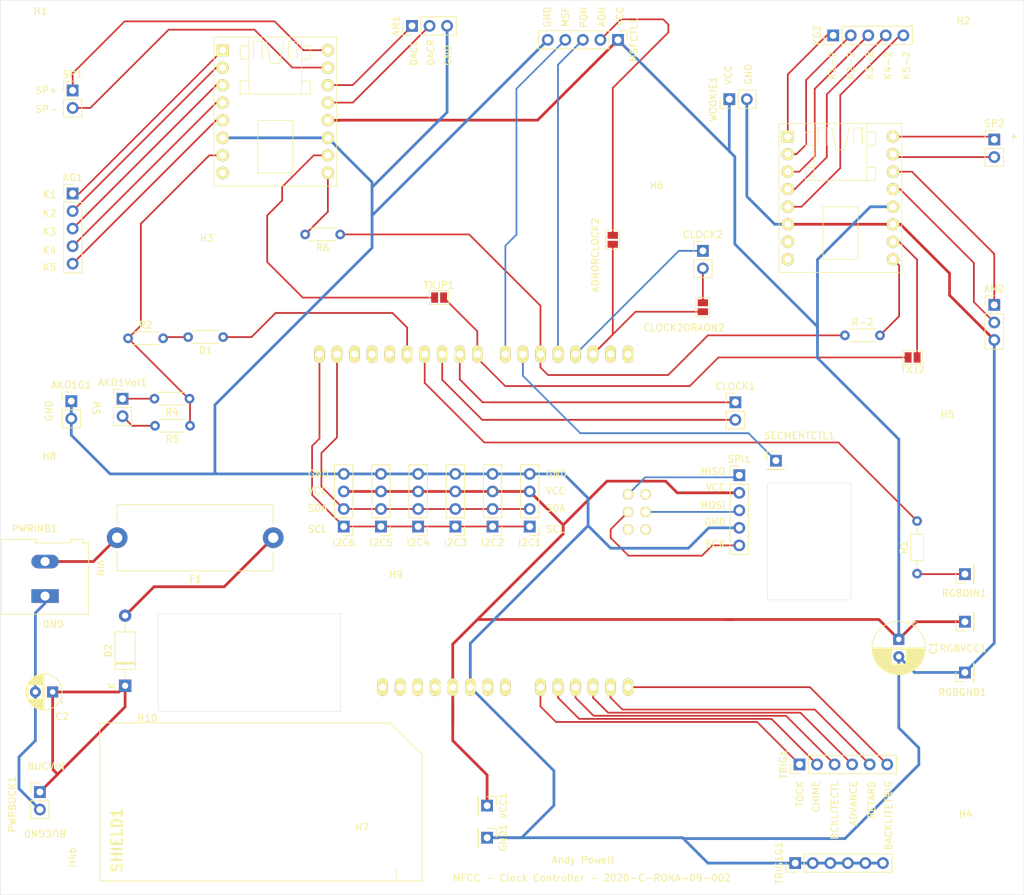
<source format=kicad_pcb>
(kicad_pcb (version 20171130) (host pcbnew "(5.1.6-0-10_14)")

  (general
    (thickness 1.6)
    (drawings 71)
    (tracks 346)
    (zones 0)
    (modules 58)
    (nets 75)
  )

  (page A0)
  (layers
    (0 F.Cu signal)
    (31 B.Cu signal)
    (32 B.Adhes user)
    (33 F.Adhes user)
    (34 B.Paste user)
    (35 F.Paste user)
    (36 B.SilkS user)
    (37 F.SilkS user)
    (38 B.Mask user)
    (39 F.Mask user)
    (40 Dwgs.User user)
    (41 Cmts.User user hide)
    (42 Eco1.User user)
    (43 Eco2.User user)
    (44 Edge.Cuts user)
    (45 Margin user)
    (46 B.CrtYd user)
    (47 F.CrtYd user)
    (48 B.Fab user)
    (49 F.Fab user hide)
  )

  (setup
    (last_trace_width 0.25)
    (trace_clearance 0.2)
    (zone_clearance 0.508)
    (zone_45_only no)
    (trace_min 0.2)
    (via_size 0.8)
    (via_drill 0.4)
    (via_min_size 0.4)
    (via_min_drill 0.3)
    (uvia_size 0.3)
    (uvia_drill 0.1)
    (uvias_allowed no)
    (uvia_min_size 0.2)
    (uvia_min_drill 0.1)
    (edge_width 0.05)
    (segment_width 0.2)
    (pcb_text_width 0.3)
    (pcb_text_size 1.5 1.5)
    (mod_edge_width 0.12)
    (mod_text_size 1 1)
    (mod_text_width 0.15)
    (pad_size 1.524 1.524)
    (pad_drill 0.762)
    (pad_to_mask_clearance 0.05)
    (aux_axis_origin 0 0)
    (visible_elements FFFFFF7F)
    (pcbplotparams
      (layerselection 0x010fc_ffffffff)
      (usegerberextensions false)
      (usegerberattributes true)
      (usegerberadvancedattributes true)
      (creategerberjobfile true)
      (excludeedgelayer true)
      (linewidth 0.100000)
      (plotframeref false)
      (viasonmask false)
      (mode 1)
      (useauxorigin false)
      (hpglpennumber 1)
      (hpglpenspeed 20)
      (hpglpendiameter 15.000000)
      (psnegative false)
      (psa4output false)
      (plotreference true)
      (plotvalue true)
      (plotinvisibletext false)
      (padsonsilk false)
      (subtractmaskfromsilk false)
      (outputformat 1)
      (mirror false)
      (drillshape 0)
      (scaleselection 1)
      (outputdirectory "FAB/"))
  )

  (net 0 "")
  (net 1 "Net-(SHIELD1-Pad3V3)")
  (net 2 "Net-(SHIELD1-PadRST)")
  (net 3 "Net-(SHIELD1-Pad0)")
  (net 4 "Net-(SHIELD1-Pad1)")
  (net 5 "Net-(SHIELD1-Pad13)")
  (net 6 "Net-(SHIELD1-PadAREF)")
  (net 7 "Net-(SHIELD1-PadIO_R)")
  (net 8 "Net-(SHIELD1-PadNC)")
  (net 9 "Net-(SHIELD1-PadSP5)")
  (net 10 GND)
  (net 11 LEDDATA)
  (net 12 MSF)
  (net 13 SCL)
  (net 14 SDA)
  (net 15 VCC)
  (net 16 "Net-(AKO1Vol1-Pad2)")
  (net 17 "Net-(AKO1Vol1-Pad1)")
  (net 18 DACL)
  (net 19 DACR)
  (net 20 JQTICKTOCK)
  (net 21 "Net-(D1-Pad2)")
  (net 22 CLOCKA)
  (net 23 CLOCKB)
  (net 24 ADKEY)
  (net 25 K5)
  (net 26 K4)
  (net 27 K3)
  (net 28 K2)
  (net 29 K1)
  (net 30 SPK+)
  (net 31 SPK-)
  (net 32 JQTX)
  (net 33 RX)
  (net 34 AON)
  (net 35 PON)
  (net 36 "Net-(R1-Pad1)")
  (net 37 JQRX)
  (net 38 RETARD)
  (net 39 ADVANCE)
  (net 40 TICKTOCK)
  (net 41 CHIMES)
  (net 42 LCDBACKLIGHT)
  (net 43 BCKLITETRIG)
  (net 44 SEGMENT)
  (net 45 DACL-2)
  (net 46 DACR-2)
  (net 47 K5-2)
  (net 48 K4-2)
  (net 49 K3-2)
  (net 50 K2-2)
  (net 51 K1-2)
  (net 52 TX)
  (net 53 SPK+-2)
  (net 54 SPK--2)
  (net 55 TX-2)
  (net 56 RX-2)
  (net 57 "Net-(SHIELD1-PadV_IN)")
  (net 58 "Net-(AONORCLOCK2-Pad1)")
  (net 59 CLOCKC)
  (net 60 CLOCKD)
  (net 61 "Net-(D2-Pad2)")
  (net 62 PBVCC)
  (net 63 INGND)
  (net 64 "Net-(F1-Pad2)")
  (net 65 MISO-NR)
  (net 66 VCC-NR)
  (net 67 SCK-NR)
  (net 68 MOSI-NR)
  (net 69 GND-NR)
  (net 70 "Net-(SHIELD1-PadGND2)")
  (net 71 "Net-(SHIELD1-PadGND3)")
  (net 72 "Net-(U1-Pad7)")
  (net 73 "Net-(U1-Pad8)")
  (net 74 "Net-(U2-Pad8)")

  (net_class Default "This is the default net class."
    (clearance 0.2)
    (trace_width 0.25)
    (via_dia 0.8)
    (via_drill 0.4)
    (uvia_dia 0.3)
    (uvia_drill 0.1)
    (add_net ADKEY)
    (add_net ADVANCE)
    (add_net AON)
    (add_net BCKLITETRIG)
    (add_net CHIMES)
    (add_net CLOCKA)
    (add_net CLOCKB)
    (add_net CLOCKC)
    (add_net CLOCKD)
    (add_net DACL)
    (add_net DACL-2)
    (add_net DACR)
    (add_net DACR-2)
    (add_net GND-NR)
    (add_net JQRX)
    (add_net JQTICKTOCK)
    (add_net JQTX)
    (add_net K1)
    (add_net K1-2)
    (add_net K2)
    (add_net K2-2)
    (add_net K3)
    (add_net K3-2)
    (add_net K4)
    (add_net K4-2)
    (add_net K5)
    (add_net K5-2)
    (add_net LCDBACKLIGHT)
    (add_net LEDDATA)
    (add_net MISO-NR)
    (add_net MOSI-NR)
    (add_net MSF)
    (add_net "Net-(AKO1Vol1-Pad1)")
    (add_net "Net-(AKO1Vol1-Pad2)")
    (add_net "Net-(AONORCLOCK2-Pad1)")
    (add_net "Net-(D1-Pad2)")
    (add_net "Net-(R1-Pad1)")
    (add_net "Net-(SHIELD1-Pad0)")
    (add_net "Net-(SHIELD1-Pad1)")
    (add_net "Net-(SHIELD1-Pad13)")
    (add_net "Net-(SHIELD1-Pad3V3)")
    (add_net "Net-(SHIELD1-PadAREF)")
    (add_net "Net-(SHIELD1-PadGND2)")
    (add_net "Net-(SHIELD1-PadGND3)")
    (add_net "Net-(SHIELD1-PadIO_R)")
    (add_net "Net-(SHIELD1-PadNC)")
    (add_net "Net-(SHIELD1-PadRST)")
    (add_net "Net-(SHIELD1-PadSP5)")
    (add_net "Net-(SHIELD1-PadV_IN)")
    (add_net "Net-(U1-Pad7)")
    (add_net "Net-(U1-Pad8)")
    (add_net "Net-(U2-Pad8)")
    (add_net PON)
    (add_net RETARD)
    (add_net RX)
    (add_net RX-2)
    (add_net SCK-NR)
    (add_net SCL)
    (add_net SDA)
    (add_net SEGMENT)
    (add_net SPK+)
    (add_net SPK+-2)
    (add_net SPK-)
    (add_net SPK--2)
    (add_net TICKTOCK)
    (add_net TX)
    (add_net TX-2)
    (add_net VCC-NR)
  )

  (net_class Power ""
    (clearance 0.3)
    (trace_width 0.4)
    (via_dia 0.8)
    (via_drill 0.4)
    (uvia_dia 0.3)
    (uvia_drill 0.1)
    (add_net GND)
    (add_net INGND)
    (add_net "Net-(D2-Pad2)")
    (add_net "Net-(F1-Pad2)")
    (add_net PBVCC)
    (add_net VCC)
  )

  (module MountingHole:MountingHole_3.2mm_M3 (layer F.Cu) (tedit 56D1B4CB) (tstamp 5F81C209)
    (at 64.56 142.34)
    (descr "Mounting Hole 3.2mm, no annular, M3")
    (tags "mounting hole 3.2mm no annular m3")
    (path /5F578BC9)
    (attr virtual)
    (fp_text reference H4b (at 5.02 -1.11 90) (layer F.SilkS)
      (effects (font (size 1 1) (thickness 0.15)))
    )
    (fp_text value MountingHole (at 0 4.2) (layer F.Fab)
      (effects (font (size 1 1) (thickness 0.15)))
    )
    (fp_circle (center 0 0) (end 3.45 0) (layer F.CrtYd) (width 0.05))
    (fp_circle (center 0 0) (end 3.2 0) (layer Cmts.User) (width 0.15))
    (fp_text user %R (at 0.3 0) (layer F.Fab)
      (effects (font (size 1 1) (thickness 0.15)))
    )
    (pad 1 np_thru_hole circle (at 0 0) (size 3.2 3.2) (drill 3.2) (layers *.Cu *.Mask))
  )

  (module freetronics_footprints:ARDUINO_SHIELD (layer F.Cu) (tedit 5F54F605) (tstamp 5F5BAA63)
    (at 86.55 119.1)
    (descr http://www.thingiverse.com/thing:9630)
    (path /5F4E964F)
    (fp_text reference SHIELD1 (at -10.525 19.625 90) (layer F.SilkS)
      (effects (font (size 1.524 1.524) (thickness 0.3048)))
    )
    (fp_text value ARDUINO_SHIELD (at 10.16 -54.61) (layer F.SilkS) hide
      (effects (font (size 1.524 1.524) (thickness 0.3048)))
    )
    (fp_line (start 66.04 -2.54) (end 66.04 0) (layer Cmts.User) (width 0.381))
    (fp_line (start 68.58 -5.08) (end 66.04 -2.54) (layer Cmts.User) (width 0.381))
    (fp_line (start 68.58 -38.1) (end 68.58 -5.08) (layer Cmts.User) (width 0.381))
    (fp_line (start 66.04 -40.64) (end 68.58 -38.1) (layer Cmts.User) (width 0.381))
    (fp_line (start 0 0) (end 0 -53.34) (layer Cmts.User) (width 0.381))
    (fp_line (start 66.04 0) (end 0 0) (layer Cmts.User) (width 0.381))
    (fp_line (start 64.77 -53.34) (end 0 -53.34) (layer Cmts.User) (width 0.381))
    (fp_line (start 66.04 -52.07) (end 64.77 -53.34) (layer Cmts.User) (width 0.381))
    (fp_line (start 66.04 -40.64) (end 66.04 -52.07) (layer Cmts.User) (width 0.381))
    (pad AD5 thru_hole oval (at 63.5 -2.54 90) (size 2.54 1.524) (drill 1.016) (layers *.Cu *.Mask F.SilkS)
      (net 43 BCKLITETRIG))
    (pad AD4 thru_hole oval (at 60.96 -2.54 90) (size 2.54 1.524) (drill 1.016) (layers *.Cu *.Mask F.SilkS)
      (net 38 RETARD))
    (pad AD3 thru_hole oval (at 58.42 -2.54 90) (size 2.54 1.524) (drill 1.016) (layers *.Cu *.Mask F.SilkS)
      (net 39 ADVANCE))
    (pad AD0 thru_hole oval (at 50.8 -2.54 90) (size 2.54 1.524) (drill 1.016) (layers *.Cu *.Mask F.SilkS)
      (net 40 TICKTOCK))
    (pad AD1 thru_hole oval (at 53.34 -2.54 90) (size 2.54 1.524) (drill 1.016) (layers *.Cu *.Mask F.SilkS)
      (net 41 CHIMES))
    (pad AD2 thru_hole oval (at 55.88 -2.54 90) (size 2.54 1.524) (drill 1.016) (layers *.Cu *.Mask F.SilkS)
      (net 42 LCDBACKLIGHT))
    (pad V_IN thru_hole oval (at 45.72 -2.54 90) (size 2.54 1.524) (drill 1.016) (layers *.Cu *.Mask F.SilkS)
      (net 57 "Net-(SHIELD1-PadV_IN)"))
    (pad GND2 thru_hole oval (at 43.18 -2.54 90) (size 2.54 1.524) (drill 1.016) (layers *.Cu *.Mask F.SilkS)
      (net 70 "Net-(SHIELD1-PadGND2)"))
    (pad GND1 thru_hole oval (at 40.64 -2.54 90) (size 2.54 1.524) (drill 1.016) (layers *.Cu *.Mask F.SilkS)
      (net 10 GND))
    (pad 3V3 thru_hole oval (at 35.56 -2.54 90) (size 2.54 1.524) (drill 1.016) (layers *.Cu *.Mask F.SilkS)
      (net 1 "Net-(SHIELD1-Pad3V3)"))
    (pad RST thru_hole oval (at 33.02 -2.54 90) (size 2.54 1.524) (drill 1.016) (layers *.Cu *.Mask F.SilkS)
      (net 2 "Net-(SHIELD1-PadRST)"))
    (pad 0 thru_hole oval (at 63.5 -50.8 90) (size 2.54 1.524) (drill 1.016) (layers *.Cu *.Mask F.SilkS)
      (net 3 "Net-(SHIELD1-Pad0)"))
    (pad 1 thru_hole oval (at 60.96 -50.8 90) (size 2.54 1.524) (drill 1.016) (layers *.Cu *.Mask F.SilkS)
      (net 4 "Net-(SHIELD1-Pad1)"))
    (pad 2 thru_hole oval (at 58.42 -50.8 90) (size 2.54 1.524) (drill 1.016) (layers *.Cu *.Mask F.SilkS)
      (net 58 "Net-(AONORCLOCK2-Pad1)"))
    (pad 3 thru_hole oval (at 55.88 -50.8 90) (size 2.54 1.524) (drill 1.016) (layers *.Cu *.Mask F.SilkS)
      (net 59 CLOCKC))
    (pad 4 thru_hole oval (at 53.34 -50.8 90) (size 2.54 1.524) (drill 1.016) (layers *.Cu *.Mask F.SilkS)
      (net 35 PON))
    (pad 5 thru_hole oval (at 50.8 -50.8 90) (size 2.54 1.524) (drill 1.016) (layers *.Cu *.Mask F.SilkS)
      (net 37 JQRX))
    (pad 6 thru_hole oval (at 48.26 -50.8 90) (size 2.54 1.524) (drill 1.016) (layers *.Cu *.Mask F.SilkS)
      (net 44 SEGMENT))
    (pad 7 thru_hole oval (at 45.72 -50.8 90) (size 2.54 1.524) (drill 1.016) (layers *.Cu *.Mask F.SilkS)
      (net 12 MSF))
    (pad 8 thru_hole oval (at 41.656 -50.8 90) (size 2.54 1.524) (drill 1.016) (layers *.Cu *.Mask F.SilkS)
      (net 32 JQTX))
    (pad 9 thru_hole oval (at 39.116 -50.8 90) (size 2.54 1.524) (drill 1.016) (layers *.Cu *.Mask F.SilkS)
      (net 22 CLOCKA))
    (pad 10 thru_hole oval (at 36.576 -50.8 90) (size 2.54 1.524) (drill 1.016) (layers *.Cu *.Mask F.SilkS)
      (net 23 CLOCKB))
    (pad 11 thru_hole oval (at 34.036 -50.8 90) (size 2.54 1.524) (drill 1.016) (layers *.Cu *.Mask F.SilkS)
      (net 11 LEDDATA))
    (pad 12 thru_hole oval (at 31.496 -50.8 90) (size 2.54 1.524) (drill 1.016) (layers *.Cu *.Mask F.SilkS)
      (net 20 JQTICKTOCK))
    (pad 13 thru_hole oval (at 28.956 -50.8 90) (size 2.54 1.524) (drill 1.016) (layers *.Cu *.Mask F.SilkS)
      (net 5 "Net-(SHIELD1-Pad13)"))
    (pad GND3 thru_hole oval (at 26.416 -50.8 90) (size 2.54 1.524) (drill 1.016) (layers *.Cu *.Mask F.SilkS)
      (net 71 "Net-(SHIELD1-PadGND3)"))
    (pad AREF thru_hole oval (at 23.876 -50.8 90) (size 2.54 1.524) (drill 1.016) (layers *.Cu *.Mask F.SilkS)
      (net 6 "Net-(SHIELD1-PadAREF)"))
    (pad 5V thru_hole oval (at 38.1 -2.54 90) (size 2.54 1.524) (drill 1.016) (layers *.Cu *.Mask F.SilkS)
      (net 15 VCC))
    (pad "" np_thru_hole circle (at 66.04 -7.62 90) (size 3.175 3.175) (drill 3.175) (layers *.Cu *.Mask F.SilkS))
    (pad "" np_thru_hole circle (at 66.04 -35.56 90) (size 3.175 3.175) (drill 3.175) (layers *.Cu *.Mask F.SilkS))
    (pad "" np_thru_hole circle (at 15.24 -50.8 90) (size 3.175 3.175) (drill 3.175) (layers *.Cu *.Mask F.SilkS))
    (pad SDA thru_hole oval (at 21.336 -50.8 90) (size 2.54 1.524) (drill 1.016) (layers *.Cu *.Mask F.SilkS)
      (net 14 SDA))
    (pad SCL thru_hole oval (at 18.796 -50.8 90) (size 2.54 1.524) (drill 1.016) (layers *.Cu *.Mask F.SilkS)
      (net 13 SCL))
    (pad IO_R thru_hole oval (at 30.48 -2.54 90) (size 2.54 1.524) (drill 1.016) (layers *.Cu *.Mask F.SilkS)
      (net 7 "Net-(SHIELD1-PadIO_R)"))
    (pad NC thru_hole oval (at 27.94 -2.54 90) (size 2.54 1.524) (drill 1.016) (layers *.Cu *.Mask F.SilkS)
      (net 8 "Net-(SHIELD1-PadNC)"))
    (pad SP1 thru_hole circle (at 63.5 -30.48 90) (size 1.524 1.524) (drill 1.016) (layers *.Cu *.Mask F.SilkS)
      (net 65 MISO-NR))
    (pad SP2 thru_hole circle (at 66.04 -30.48 90) (size 1.524 1.524) (drill 1.016) (layers *.Cu *.Mask F.SilkS)
      (net 66 VCC-NR))
    (pad SP3 thru_hole circle (at 63.5 -27.94 90) (size 1.524 1.524) (drill 1.016) (layers *.Cu *.Mask F.SilkS)
      (net 67 SCK-NR))
    (pad SP4 thru_hole circle (at 66.04 -27.94 90) (size 1.524 1.524) (drill 1.016) (layers *.Cu *.Mask F.SilkS)
      (net 68 MOSI-NR))
    (pad SP5 thru_hole circle (at 63.5 -25.4 90) (size 1.524 1.524) (drill 1.016) (layers *.Cu *.Mask F.SilkS)
      (net 9 "Net-(SHIELD1-PadSP5)"))
    (pad SP6 thru_hole circle (at 66.04 -25.4 90) (size 1.524 1.524) (drill 1.016) (layers *.Cu *.Mask F.SilkS)
      (net 69 GND-NR))
  )

  (module Connector_PinHeader_2.54mm:PinHeader_1x02_P2.54mm_Vertical (layer F.Cu) (tedit 59FED5CC) (tstamp 5F4EAC06)
    (at 165.575 75.275)
    (descr "Through hole straight pin header, 1x02, 2.54mm pitch, single row")
    (tags "Through hole pin header THT 1x02 2.54mm single row")
    (path /5F4FCC9E)
    (fp_text reference CLOCK1 (at 0 -2.33) (layer F.SilkS)
      (effects (font (size 1 1) (thickness 0.15)))
    )
    (fp_text value Conn_01x02 (at 0 4.87) (layer F.Fab)
      (effects (font (size 1 1) (thickness 0.15)))
    )
    (fp_line (start -0.635 -1.27) (end 1.27 -1.27) (layer F.Fab) (width 0.1))
    (fp_line (start 1.27 -1.27) (end 1.27 3.81) (layer F.Fab) (width 0.1))
    (fp_line (start 1.27 3.81) (end -1.27 3.81) (layer F.Fab) (width 0.1))
    (fp_line (start -1.27 3.81) (end -1.27 -0.635) (layer F.Fab) (width 0.1))
    (fp_line (start -1.27 -0.635) (end -0.635 -1.27) (layer F.Fab) (width 0.1))
    (fp_line (start -1.33 3.87) (end 1.33 3.87) (layer F.SilkS) (width 0.12))
    (fp_line (start -1.33 1.27) (end -1.33 3.87) (layer F.SilkS) (width 0.12))
    (fp_line (start 1.33 1.27) (end 1.33 3.87) (layer F.SilkS) (width 0.12))
    (fp_line (start -1.33 1.27) (end 1.33 1.27) (layer F.SilkS) (width 0.12))
    (fp_line (start -1.33 0) (end -1.33 -1.33) (layer F.SilkS) (width 0.12))
    (fp_line (start -1.33 -1.33) (end 0 -1.33) (layer F.SilkS) (width 0.12))
    (fp_line (start -1.8 -1.8) (end -1.8 4.35) (layer F.CrtYd) (width 0.05))
    (fp_line (start -1.8 4.35) (end 1.8 4.35) (layer F.CrtYd) (width 0.05))
    (fp_line (start 1.8 4.35) (end 1.8 -1.8) (layer F.CrtYd) (width 0.05))
    (fp_line (start 1.8 -1.8) (end -1.8 -1.8) (layer F.CrtYd) (width 0.05))
    (fp_text user %R (at 0 1.27 -270) (layer F.Fab)
      (effects (font (size 1 1) (thickness 0.15)))
    )
    (pad 1 thru_hole rect (at 0 0) (size 1.7 1.7) (drill 1) (layers *.Cu *.Mask)
      (net 22 CLOCKA))
    (pad 2 thru_hole oval (at 0 2.54) (size 1.7 1.7) (drill 1) (layers *.Cu *.Mask)
      (net 23 CLOCKB))
    (model ${KISYS3DMOD}/Connector_PinHeader_2.54mm.3dshapes/PinHeader_1x02_P2.54mm_Vertical.wrl
      (at (xyz 0 0 0))
      (scale (xyz 1 1 1))
      (rotate (xyz 0 0 0))
    )
  )

  (module Connector_PinHeader_2.54mm:PinHeader_1x04_P2.54mm_Vertical (layer F.Cu) (tedit 59FED5CC) (tstamp 5F526CF6)
    (at 135.8 93.275 180)
    (descr "Through hole straight pin header, 1x04, 2.54mm pitch, single row")
    (tags "Through hole pin header THT 1x04 2.54mm single row")
    (path /5F529CDC)
    (fp_text reference I2C1 (at 0 -2.33) (layer F.SilkS)
      (effects (font (size 1 1) (thickness 0.15)))
    )
    (fp_text value Conn_01x04 (at 0 9.95) (layer F.Fab)
      (effects (font (size 1 1) (thickness 0.15)))
    )
    (fp_line (start -0.635 -1.27) (end 1.27 -1.27) (layer F.Fab) (width 0.1))
    (fp_line (start 1.27 -1.27) (end 1.27 8.89) (layer F.Fab) (width 0.1))
    (fp_line (start 1.27 8.89) (end -1.27 8.89) (layer F.Fab) (width 0.1))
    (fp_line (start -1.27 8.89) (end -1.27 -0.635) (layer F.Fab) (width 0.1))
    (fp_line (start -1.27 -0.635) (end -0.635 -1.27) (layer F.Fab) (width 0.1))
    (fp_line (start -1.33 8.95) (end 1.33 8.95) (layer F.SilkS) (width 0.12))
    (fp_line (start -1.33 1.27) (end -1.33 8.95) (layer F.SilkS) (width 0.12))
    (fp_line (start 1.33 1.27) (end 1.33 8.95) (layer F.SilkS) (width 0.12))
    (fp_line (start -1.33 1.27) (end 1.33 1.27) (layer F.SilkS) (width 0.12))
    (fp_line (start -1.33 0) (end -1.33 -1.33) (layer F.SilkS) (width 0.12))
    (fp_line (start -1.33 -1.33) (end 0 -1.33) (layer F.SilkS) (width 0.12))
    (fp_line (start -1.8 -1.8) (end -1.8 9.4) (layer F.CrtYd) (width 0.05))
    (fp_line (start -1.8 9.4) (end 1.8 9.4) (layer F.CrtYd) (width 0.05))
    (fp_line (start 1.8 9.4) (end 1.8 -1.8) (layer F.CrtYd) (width 0.05))
    (fp_line (start 1.8 -1.8) (end -1.8 -1.8) (layer F.CrtYd) (width 0.05))
    (fp_text user %R (at 0 3.81 90) (layer F.Fab)
      (effects (font (size 1 1) (thickness 0.15)))
    )
    (pad 1 thru_hole rect (at 0 0 180) (size 1.7 1.7) (drill 1) (layers *.Cu *.Mask)
      (net 13 SCL))
    (pad 2 thru_hole oval (at 0 2.54 180) (size 1.7 1.7) (drill 1) (layers *.Cu *.Mask)
      (net 14 SDA))
    (pad 3 thru_hole oval (at 0 5.08 180) (size 1.7 1.7) (drill 1) (layers *.Cu *.Mask)
      (net 15 VCC))
    (pad 4 thru_hole oval (at 0 7.62 180) (size 1.7 1.7) (drill 1) (layers *.Cu *.Mask)
      (net 10 GND))
    (model ${KISYS3DMOD}/Connector_PinHeader_2.54mm.3dshapes/PinHeader_1x04_P2.54mm_Vertical.wrl
      (at (xyz 0 0 0))
      (scale (xyz 1 1 1))
      (rotate (xyz 0 0 0))
    )
  )

  (module Connector_PinHeader_2.54mm:PinHeader_1x04_P2.54mm_Vertical (layer F.Cu) (tedit 59FED5CC) (tstamp 5F526D0E)
    (at 130.413 93.275 180)
    (descr "Through hole straight pin header, 1x04, 2.54mm pitch, single row")
    (tags "Through hole pin header THT 1x04 2.54mm single row")
    (path /5F52D50F)
    (fp_text reference I2C2 (at 0 -2.33 180) (layer F.SilkS)
      (effects (font (size 1 1) (thickness 0.15)))
    )
    (fp_text value Conn_01x04 (at 0 9.95) (layer F.Fab)
      (effects (font (size 1 1) (thickness 0.15)))
    )
    (fp_line (start 1.8 -1.8) (end -1.8 -1.8) (layer F.CrtYd) (width 0.05))
    (fp_line (start 1.8 9.4) (end 1.8 -1.8) (layer F.CrtYd) (width 0.05))
    (fp_line (start -1.8 9.4) (end 1.8 9.4) (layer F.CrtYd) (width 0.05))
    (fp_line (start -1.8 -1.8) (end -1.8 9.4) (layer F.CrtYd) (width 0.05))
    (fp_line (start -1.33 -1.33) (end 0 -1.33) (layer F.SilkS) (width 0.12))
    (fp_line (start -1.33 0) (end -1.33 -1.33) (layer F.SilkS) (width 0.12))
    (fp_line (start -1.33 1.27) (end 1.33 1.27) (layer F.SilkS) (width 0.12))
    (fp_line (start 1.33 1.27) (end 1.33 8.95) (layer F.SilkS) (width 0.12))
    (fp_line (start -1.33 1.27) (end -1.33 8.95) (layer F.SilkS) (width 0.12))
    (fp_line (start -1.33 8.95) (end 1.33 8.95) (layer F.SilkS) (width 0.12))
    (fp_line (start -1.27 -0.635) (end -0.635 -1.27) (layer F.Fab) (width 0.1))
    (fp_line (start -1.27 8.89) (end -1.27 -0.635) (layer F.Fab) (width 0.1))
    (fp_line (start 1.27 8.89) (end -1.27 8.89) (layer F.Fab) (width 0.1))
    (fp_line (start 1.27 -1.27) (end 1.27 8.89) (layer F.Fab) (width 0.1))
    (fp_line (start -0.635 -1.27) (end 1.27 -1.27) (layer F.Fab) (width 0.1))
    (fp_text user %R (at 0 3.81 90) (layer F.Fab)
      (effects (font (size 1 1) (thickness 0.15)))
    )
    (pad 4 thru_hole oval (at 0 7.62 180) (size 1.7 1.7) (drill 1) (layers *.Cu *.Mask)
      (net 10 GND))
    (pad 3 thru_hole oval (at 0 5.08 180) (size 1.7 1.7) (drill 1) (layers *.Cu *.Mask)
      (net 15 VCC))
    (pad 2 thru_hole oval (at 0 2.54 180) (size 1.7 1.7) (drill 1) (layers *.Cu *.Mask)
      (net 14 SDA))
    (pad 1 thru_hole rect (at 0 0 180) (size 1.7 1.7) (drill 1) (layers *.Cu *.Mask)
      (net 13 SCL))
    (model ${KISYS3DMOD}/Connector_PinHeader_2.54mm.3dshapes/PinHeader_1x04_P2.54mm_Vertical.wrl
      (at (xyz 0 0 0))
      (scale (xyz 1 1 1))
      (rotate (xyz 0 0 0))
    )
  )

  (module Connector_PinHeader_2.54mm:PinHeader_1x04_P2.54mm_Vertical (layer F.Cu) (tedit 59FED5CC) (tstamp 5F526D26)
    (at 125.026 93.275 180)
    (descr "Through hole straight pin header, 1x04, 2.54mm pitch, single row")
    (tags "Through hole pin header THT 1x04 2.54mm single row")
    (path /5F52BCF3)
    (fp_text reference I2C3 (at 0 -2.33) (layer F.SilkS)
      (effects (font (size 1 1) (thickness 0.15)))
    )
    (fp_text value Conn_01x04 (at 0 9.95) (layer F.Fab)
      (effects (font (size 1 1) (thickness 0.15)))
    )
    (fp_line (start 1.8 -1.8) (end -1.8 -1.8) (layer F.CrtYd) (width 0.05))
    (fp_line (start 1.8 9.4) (end 1.8 -1.8) (layer F.CrtYd) (width 0.05))
    (fp_line (start -1.8 9.4) (end 1.8 9.4) (layer F.CrtYd) (width 0.05))
    (fp_line (start -1.8 -1.8) (end -1.8 9.4) (layer F.CrtYd) (width 0.05))
    (fp_line (start -1.33 -1.33) (end 0 -1.33) (layer F.SilkS) (width 0.12))
    (fp_line (start -1.33 0) (end -1.33 -1.33) (layer F.SilkS) (width 0.12))
    (fp_line (start -1.33 1.27) (end 1.33 1.27) (layer F.SilkS) (width 0.12))
    (fp_line (start 1.33 1.27) (end 1.33 8.95) (layer F.SilkS) (width 0.12))
    (fp_line (start -1.33 1.27) (end -1.33 8.95) (layer F.SilkS) (width 0.12))
    (fp_line (start -1.33 8.95) (end 1.33 8.95) (layer F.SilkS) (width 0.12))
    (fp_line (start -1.27 -0.635) (end -0.635 -1.27) (layer F.Fab) (width 0.1))
    (fp_line (start -1.27 8.89) (end -1.27 -0.635) (layer F.Fab) (width 0.1))
    (fp_line (start 1.27 8.89) (end -1.27 8.89) (layer F.Fab) (width 0.1))
    (fp_line (start 1.27 -1.27) (end 1.27 8.89) (layer F.Fab) (width 0.1))
    (fp_line (start -0.635 -1.27) (end 1.27 -1.27) (layer F.Fab) (width 0.1))
    (fp_text user %R (at 0 3.81 90) (layer F.Fab)
      (effects (font (size 1 1) (thickness 0.15)))
    )
    (pad 4 thru_hole oval (at 0 7.62 180) (size 1.7 1.7) (drill 1) (layers *.Cu *.Mask)
      (net 10 GND))
    (pad 3 thru_hole oval (at 0 5.08 180) (size 1.7 1.7) (drill 1) (layers *.Cu *.Mask)
      (net 15 VCC))
    (pad 2 thru_hole oval (at 0 2.54 180) (size 1.7 1.7) (drill 1) (layers *.Cu *.Mask)
      (net 14 SDA))
    (pad 1 thru_hole rect (at 0 0 180) (size 1.7 1.7) (drill 1) (layers *.Cu *.Mask)
      (net 13 SCL))
    (model ${KISYS3DMOD}/Connector_PinHeader_2.54mm.3dshapes/PinHeader_1x04_P2.54mm_Vertical.wrl
      (at (xyz 0 0 0))
      (scale (xyz 1 1 1))
      (rotate (xyz 0 0 0))
    )
  )

  (module Connector_PinHeader_2.54mm:PinHeader_1x04_P2.54mm_Vertical (layer F.Cu) (tedit 59FED5CC) (tstamp 5F526D3E)
    (at 119.639 93.275 180)
    (descr "Through hole straight pin header, 1x04, 2.54mm pitch, single row")
    (tags "Through hole pin header THT 1x04 2.54mm single row")
    (path /5F52D93B)
    (fp_text reference I2C4 (at 0 -2.33) (layer F.SilkS)
      (effects (font (size 1 1) (thickness 0.15)))
    )
    (fp_text value Conn_01x04 (at 0 9.95) (layer F.Fab)
      (effects (font (size 1 1) (thickness 0.15)))
    )
    (fp_line (start -0.635 -1.27) (end 1.27 -1.27) (layer F.Fab) (width 0.1))
    (fp_line (start 1.27 -1.27) (end 1.27 8.89) (layer F.Fab) (width 0.1))
    (fp_line (start 1.27 8.89) (end -1.27 8.89) (layer F.Fab) (width 0.1))
    (fp_line (start -1.27 8.89) (end -1.27 -0.635) (layer F.Fab) (width 0.1))
    (fp_line (start -1.27 -0.635) (end -0.635 -1.27) (layer F.Fab) (width 0.1))
    (fp_line (start -1.33 8.95) (end 1.33 8.95) (layer F.SilkS) (width 0.12))
    (fp_line (start -1.33 1.27) (end -1.33 8.95) (layer F.SilkS) (width 0.12))
    (fp_line (start 1.33 1.27) (end 1.33 8.95) (layer F.SilkS) (width 0.12))
    (fp_line (start -1.33 1.27) (end 1.33 1.27) (layer F.SilkS) (width 0.12))
    (fp_line (start -1.33 0) (end -1.33 -1.33) (layer F.SilkS) (width 0.12))
    (fp_line (start -1.33 -1.33) (end 0 -1.33) (layer F.SilkS) (width 0.12))
    (fp_line (start -1.8 -1.8) (end -1.8 9.4) (layer F.CrtYd) (width 0.05))
    (fp_line (start -1.8 9.4) (end 1.8 9.4) (layer F.CrtYd) (width 0.05))
    (fp_line (start 1.8 9.4) (end 1.8 -1.8) (layer F.CrtYd) (width 0.05))
    (fp_line (start 1.8 -1.8) (end -1.8 -1.8) (layer F.CrtYd) (width 0.05))
    (fp_text user %R (at 0 3.81 90) (layer F.Fab)
      (effects (font (size 1 1) (thickness 0.15)))
    )
    (pad 1 thru_hole rect (at 0 0 180) (size 1.7 1.7) (drill 1) (layers *.Cu *.Mask)
      (net 13 SCL))
    (pad 2 thru_hole oval (at 0 2.54 180) (size 1.7 1.7) (drill 1) (layers *.Cu *.Mask)
      (net 14 SDA))
    (pad 3 thru_hole oval (at 0 5.08 180) (size 1.7 1.7) (drill 1) (layers *.Cu *.Mask)
      (net 15 VCC))
    (pad 4 thru_hole oval (at 0 7.62 180) (size 1.7 1.7) (drill 1) (layers *.Cu *.Mask)
      (net 10 GND))
    (model ${KISYS3DMOD}/Connector_PinHeader_2.54mm.3dshapes/PinHeader_1x04_P2.54mm_Vertical.wrl
      (at (xyz 0 0 0))
      (scale (xyz 1 1 1))
      (rotate (xyz 0 0 0))
    )
  )

  (module Connector_PinHeader_2.54mm:PinHeader_1x04_P2.54mm_Vertical (layer F.Cu) (tedit 59FED5CC) (tstamp 5F526D56)
    (at 114.252 93.275 180)
    (descr "Through hole straight pin header, 1x04, 2.54mm pitch, single row")
    (tags "Through hole pin header THT 1x04 2.54mm single row")
    (path /5F52C063)
    (fp_text reference I2C5 (at 0 -2.33) (layer F.SilkS)
      (effects (font (size 1 1) (thickness 0.15)))
    )
    (fp_text value Conn_01x04 (at 0 9.95) (layer F.Fab)
      (effects (font (size 1 1) (thickness 0.15)))
    )
    (fp_line (start -0.635 -1.27) (end 1.27 -1.27) (layer F.Fab) (width 0.1))
    (fp_line (start 1.27 -1.27) (end 1.27 8.89) (layer F.Fab) (width 0.1))
    (fp_line (start 1.27 8.89) (end -1.27 8.89) (layer F.Fab) (width 0.1))
    (fp_line (start -1.27 8.89) (end -1.27 -0.635) (layer F.Fab) (width 0.1))
    (fp_line (start -1.27 -0.635) (end -0.635 -1.27) (layer F.Fab) (width 0.1))
    (fp_line (start -1.33 8.95) (end 1.33 8.95) (layer F.SilkS) (width 0.12))
    (fp_line (start -1.33 1.27) (end -1.33 8.95) (layer F.SilkS) (width 0.12))
    (fp_line (start 1.33 1.27) (end 1.33 8.95) (layer F.SilkS) (width 0.12))
    (fp_line (start -1.33 1.27) (end 1.33 1.27) (layer F.SilkS) (width 0.12))
    (fp_line (start -1.33 0) (end -1.33 -1.33) (layer F.SilkS) (width 0.12))
    (fp_line (start -1.33 -1.33) (end 0 -1.33) (layer F.SilkS) (width 0.12))
    (fp_line (start -1.8 -1.8) (end -1.8 9.4) (layer F.CrtYd) (width 0.05))
    (fp_line (start -1.8 9.4) (end 1.8 9.4) (layer F.CrtYd) (width 0.05))
    (fp_line (start 1.8 9.4) (end 1.8 -1.8) (layer F.CrtYd) (width 0.05))
    (fp_line (start 1.8 -1.8) (end -1.8 -1.8) (layer F.CrtYd) (width 0.05))
    (fp_text user %R (at 0 3.81 90) (layer F.Fab)
      (effects (font (size 1 1) (thickness 0.15)))
    )
    (pad 1 thru_hole rect (at 0 0 180) (size 1.7 1.7) (drill 1) (layers *.Cu *.Mask)
      (net 13 SCL))
    (pad 2 thru_hole oval (at 0 2.54 180) (size 1.7 1.7) (drill 1) (layers *.Cu *.Mask)
      (net 14 SDA))
    (pad 3 thru_hole oval (at 0 5.08 180) (size 1.7 1.7) (drill 1) (layers *.Cu *.Mask)
      (net 15 VCC))
    (pad 4 thru_hole oval (at 0 7.62 180) (size 1.7 1.7) (drill 1) (layers *.Cu *.Mask)
      (net 10 GND))
    (model ${KISYS3DMOD}/Connector_PinHeader_2.54mm.3dshapes/PinHeader_1x04_P2.54mm_Vertical.wrl
      (at (xyz 0 0 0))
      (scale (xyz 1 1 1))
      (rotate (xyz 0 0 0))
    )
  )

  (module Connector_PinHeader_2.54mm:PinHeader_1x04_P2.54mm_Vertical (layer F.Cu) (tedit 59FED5CC) (tstamp 5F526D6E)
    (at 108.865 93.275 180)
    (descr "Through hole straight pin header, 1x04, 2.54mm pitch, single row")
    (tags "Through hole pin header THT 1x04 2.54mm single row")
    (path /5F52DE54)
    (fp_text reference I2C6 (at 0 -2.33) (layer F.SilkS)
      (effects (font (size 1 1) (thickness 0.15)))
    )
    (fp_text value Conn_01x04 (at 0 9.95) (layer F.Fab)
      (effects (font (size 1 1) (thickness 0.15)))
    )
    (fp_line (start 1.8 -1.8) (end -1.8 -1.8) (layer F.CrtYd) (width 0.05))
    (fp_line (start 1.8 9.4) (end 1.8 -1.8) (layer F.CrtYd) (width 0.05))
    (fp_line (start -1.8 9.4) (end 1.8 9.4) (layer F.CrtYd) (width 0.05))
    (fp_line (start -1.8 -1.8) (end -1.8 9.4) (layer F.CrtYd) (width 0.05))
    (fp_line (start -1.33 -1.33) (end 0 -1.33) (layer F.SilkS) (width 0.12))
    (fp_line (start -1.33 0) (end -1.33 -1.33) (layer F.SilkS) (width 0.12))
    (fp_line (start -1.33 1.27) (end 1.33 1.27) (layer F.SilkS) (width 0.12))
    (fp_line (start 1.33 1.27) (end 1.33 8.95) (layer F.SilkS) (width 0.12))
    (fp_line (start -1.33 1.27) (end -1.33 8.95) (layer F.SilkS) (width 0.12))
    (fp_line (start -1.33 8.95) (end 1.33 8.95) (layer F.SilkS) (width 0.12))
    (fp_line (start -1.27 -0.635) (end -0.635 -1.27) (layer F.Fab) (width 0.1))
    (fp_line (start -1.27 8.89) (end -1.27 -0.635) (layer F.Fab) (width 0.1))
    (fp_line (start 1.27 8.89) (end -1.27 8.89) (layer F.Fab) (width 0.1))
    (fp_line (start 1.27 -1.27) (end 1.27 8.89) (layer F.Fab) (width 0.1))
    (fp_line (start -0.635 -1.27) (end 1.27 -1.27) (layer F.Fab) (width 0.1))
    (fp_text user %R (at 0 3.81 90) (layer F.Fab)
      (effects (font (size 1 1) (thickness 0.15)))
    )
    (pad 4 thru_hole oval (at 0 7.62 180) (size 1.7 1.7) (drill 1) (layers *.Cu *.Mask)
      (net 10 GND))
    (pad 3 thru_hole oval (at 0 5.08 180) (size 1.7 1.7) (drill 1) (layers *.Cu *.Mask)
      (net 15 VCC))
    (pad 2 thru_hole oval (at 0 2.54 180) (size 1.7 1.7) (drill 1) (layers *.Cu *.Mask)
      (net 14 SDA))
    (pad 1 thru_hole rect (at 0 0 180) (size 1.7 1.7) (drill 1) (layers *.Cu *.Mask)
      (net 13 SCL))
    (model ${KISYS3DMOD}/Connector_PinHeader_2.54mm.3dshapes/PinHeader_1x04_P2.54mm_Vertical.wrl
      (at (xyz 0 0 0))
      (scale (xyz 1 1 1))
      (rotate (xyz 0 0 0))
    )
  )

  (module Connector_PinHeader_2.54mm:PinHeader_1x05_P2.54mm_Vertical (layer F.Cu) (tedit 59FED5CC) (tstamp 5F526D87)
    (at 166.15 85.85)
    (descr "Through hole straight pin header, 1x05, 2.54mm pitch, single row")
    (tags "Through hole pin header THT 1x05 2.54mm single row")
    (path /5F526A8C)
    (fp_text reference SPI1 (at 0 -2.33) (layer F.SilkS)
      (effects (font (size 1 1) (thickness 0.15)))
    )
    (fp_text value Conn_01x05 (at 0 12.49) (layer F.Fab)
      (effects (font (size 1 1) (thickness 0.15)))
    )
    (fp_line (start -0.635 -1.27) (end 1.27 -1.27) (layer F.Fab) (width 0.1))
    (fp_line (start 1.27 -1.27) (end 1.27 11.43) (layer F.Fab) (width 0.1))
    (fp_line (start 1.27 11.43) (end -1.27 11.43) (layer F.Fab) (width 0.1))
    (fp_line (start -1.27 11.43) (end -1.27 -0.635) (layer F.Fab) (width 0.1))
    (fp_line (start -1.27 -0.635) (end -0.635 -1.27) (layer F.Fab) (width 0.1))
    (fp_line (start -1.33 11.49) (end 1.33 11.49) (layer F.SilkS) (width 0.12))
    (fp_line (start -1.33 1.27) (end -1.33 11.49) (layer F.SilkS) (width 0.12))
    (fp_line (start 1.33 1.27) (end 1.33 11.49) (layer F.SilkS) (width 0.12))
    (fp_line (start -1.33 1.27) (end 1.33 1.27) (layer F.SilkS) (width 0.12))
    (fp_line (start -1.33 0) (end -1.33 -1.33) (layer F.SilkS) (width 0.12))
    (fp_line (start -1.33 -1.33) (end 0 -1.33) (layer F.SilkS) (width 0.12))
    (fp_line (start -1.8 -1.8) (end -1.8 11.95) (layer F.CrtYd) (width 0.05))
    (fp_line (start -1.8 11.95) (end 1.8 11.95) (layer F.CrtYd) (width 0.05))
    (fp_line (start 1.8 11.95) (end 1.8 -1.8) (layer F.CrtYd) (width 0.05))
    (fp_line (start 1.8 -1.8) (end -1.8 -1.8) (layer F.CrtYd) (width 0.05))
    (fp_text user %R (at 0 5.08 90) (layer F.Fab)
      (effects (font (size 1 1) (thickness 0.15)))
    )
    (pad 1 thru_hole rect (at 0 0) (size 1.7 1.7) (drill 1) (layers *.Cu *.Mask)
      (net 65 MISO-NR))
    (pad 2 thru_hole oval (at 0 2.54) (size 1.7 1.7) (drill 1) (layers *.Cu *.Mask)
      (net 15 VCC))
    (pad 3 thru_hole oval (at 0 5.08) (size 1.7 1.7) (drill 1) (layers *.Cu *.Mask)
      (net 68 MOSI-NR))
    (pad 4 thru_hole oval (at 0 7.62) (size 1.7 1.7) (drill 1) (layers *.Cu *.Mask)
      (net 10 GND))
    (pad 5 thru_hole oval (at 0 10.16) (size 1.7 1.7) (drill 1) (layers *.Cu *.Mask)
      (net 67 SCK-NR))
    (model ${KISYS3DMOD}/Connector_PinHeader_2.54mm.3dshapes/PinHeader_1x05_P2.54mm_Vertical.wrl
      (at (xyz 0 0 0))
      (scale (xyz 1 1 1))
      (rotate (xyz 0 0 0))
    )
  )

  (module Connector_PinHeader_2.54mm:PinHeader_1x02_P2.54mm_Vertical (layer F.Cu) (tedit 59FED5CC) (tstamp 5F54FF59)
    (at 69.4 75.1)
    (descr "Through hole straight pin header, 1x02, 2.54mm pitch, single row")
    (tags "Through hole pin header THT 1x02 2.54mm single row")
    (path /5F60C1C5)
    (fp_text reference AKO1G1 (at 0 -2.33) (layer F.SilkS)
      (effects (font (size 1 1) (thickness 0.15)))
    )
    (fp_text value Conn_01x02 (at 0 4.87) (layer F.Fab)
      (effects (font (size 1 1) (thickness 0.15)))
    )
    (fp_line (start -0.635 -1.27) (end 1.27 -1.27) (layer F.Fab) (width 0.1))
    (fp_line (start 1.27 -1.27) (end 1.27 3.81) (layer F.Fab) (width 0.1))
    (fp_line (start 1.27 3.81) (end -1.27 3.81) (layer F.Fab) (width 0.1))
    (fp_line (start -1.27 3.81) (end -1.27 -0.635) (layer F.Fab) (width 0.1))
    (fp_line (start -1.27 -0.635) (end -0.635 -1.27) (layer F.Fab) (width 0.1))
    (fp_line (start -1.33 3.87) (end 1.33 3.87) (layer F.SilkS) (width 0.12))
    (fp_line (start -1.33 1.27) (end -1.33 3.87) (layer F.SilkS) (width 0.12))
    (fp_line (start 1.33 1.27) (end 1.33 3.87) (layer F.SilkS) (width 0.12))
    (fp_line (start -1.33 1.27) (end 1.33 1.27) (layer F.SilkS) (width 0.12))
    (fp_line (start -1.33 0) (end -1.33 -1.33) (layer F.SilkS) (width 0.12))
    (fp_line (start -1.33 -1.33) (end 0 -1.33) (layer F.SilkS) (width 0.12))
    (fp_line (start -1.8 -1.8) (end -1.8 4.35) (layer F.CrtYd) (width 0.05))
    (fp_line (start -1.8 4.35) (end 1.8 4.35) (layer F.CrtYd) (width 0.05))
    (fp_line (start 1.8 4.35) (end 1.8 -1.8) (layer F.CrtYd) (width 0.05))
    (fp_line (start 1.8 -1.8) (end -1.8 -1.8) (layer F.CrtYd) (width 0.05))
    (fp_text user %R (at 0 1.27 90) (layer F.Fab)
      (effects (font (size 1 1) (thickness 0.15)))
    )
    (pad 1 thru_hole rect (at 0 0) (size 1.7 1.7) (drill 1) (layers *.Cu *.Mask)
      (net 10 GND))
    (pad 2 thru_hole oval (at 0 2.54) (size 1.7 1.7) (drill 1) (layers *.Cu *.Mask)
      (net 10 GND))
    (model ${KISYS3DMOD}/Connector_PinHeader_2.54mm.3dshapes/PinHeader_1x02_P2.54mm_Vertical.wrl
      (at (xyz 0 0 0))
      (scale (xyz 1 1 1))
      (rotate (xyz 0 0 0))
    )
  )

  (module Connector_PinHeader_2.54mm:PinHeader_1x02_P2.54mm_Vertical (layer F.Cu) (tedit 59FED5CC) (tstamp 5F54FF6F)
    (at 76.825 74.75)
    (descr "Through hole straight pin header, 1x02, 2.54mm pitch, single row")
    (tags "Through hole pin header THT 1x02 2.54mm single row")
    (path /5F60DE15)
    (fp_text reference AKO1Vol1 (at 0 -2.33) (layer F.SilkS)
      (effects (font (size 1 1) (thickness 0.15)))
    )
    (fp_text value Conn_01x02 (at 0 4.87) (layer F.Fab)
      (effects (font (size 1 1) (thickness 0.15)))
    )
    (fp_line (start 1.8 -1.8) (end -1.8 -1.8) (layer F.CrtYd) (width 0.05))
    (fp_line (start 1.8 4.35) (end 1.8 -1.8) (layer F.CrtYd) (width 0.05))
    (fp_line (start -1.8 4.35) (end 1.8 4.35) (layer F.CrtYd) (width 0.05))
    (fp_line (start -1.8 -1.8) (end -1.8 4.35) (layer F.CrtYd) (width 0.05))
    (fp_line (start -1.33 -1.33) (end 0 -1.33) (layer F.SilkS) (width 0.12))
    (fp_line (start -1.33 0) (end -1.33 -1.33) (layer F.SilkS) (width 0.12))
    (fp_line (start -1.33 1.27) (end 1.33 1.27) (layer F.SilkS) (width 0.12))
    (fp_line (start 1.33 1.27) (end 1.33 3.87) (layer F.SilkS) (width 0.12))
    (fp_line (start -1.33 1.27) (end -1.33 3.87) (layer F.SilkS) (width 0.12))
    (fp_line (start -1.33 3.87) (end 1.33 3.87) (layer F.SilkS) (width 0.12))
    (fp_line (start -1.27 -0.635) (end -0.635 -1.27) (layer F.Fab) (width 0.1))
    (fp_line (start -1.27 3.81) (end -1.27 -0.635) (layer F.Fab) (width 0.1))
    (fp_line (start 1.27 3.81) (end -1.27 3.81) (layer F.Fab) (width 0.1))
    (fp_line (start 1.27 -1.27) (end 1.27 3.81) (layer F.Fab) (width 0.1))
    (fp_line (start -0.635 -1.27) (end 1.27 -1.27) (layer F.Fab) (width 0.1))
    (fp_text user %R (at 0 1.27 90) (layer F.Fab)
      (effects (font (size 1 1) (thickness 0.15)))
    )
    (pad 2 thru_hole oval (at 0 2.54) (size 1.7 1.7) (drill 1) (layers *.Cu *.Mask)
      (net 16 "Net-(AKO1Vol1-Pad2)"))
    (pad 1 thru_hole rect (at 0 0) (size 1.7 1.7) (drill 1) (layers *.Cu *.Mask)
      (net 17 "Net-(AKO1Vol1-Pad1)"))
    (model ${KISYS3DMOD}/Connector_PinHeader_2.54mm.3dshapes/PinHeader_1x02_P2.54mm_Vertical.wrl
      (at (xyz 0 0 0))
      (scale (xyz 1 1 1))
      (rotate (xyz 0 0 0))
    )
  )

  (module Connector_PinHeader_2.54mm:PinHeader_1x03_P2.54mm_Vertical (layer F.Cu) (tedit 59FED5CC) (tstamp 5F54FF86)
    (at 118.75 20.725 90)
    (descr "Through hole straight pin header, 1x03, 2.54mm pitch, single row")
    (tags "Through hole pin header THT 1x03 2.54mm single row")
    (path /5F56FEB1)
    (fp_text reference AM1 (at 0 -2.33 90) (layer F.SilkS)
      (effects (font (size 1 1) (thickness 0.15)))
    )
    (fp_text value Amp (at 0 7.41 90) (layer F.Fab)
      (effects (font (size 1 1) (thickness 0.15)))
    )
    (fp_line (start -0.635 -1.27) (end 1.27 -1.27) (layer F.Fab) (width 0.1))
    (fp_line (start 1.27 -1.27) (end 1.27 6.35) (layer F.Fab) (width 0.1))
    (fp_line (start 1.27 6.35) (end -1.27 6.35) (layer F.Fab) (width 0.1))
    (fp_line (start -1.27 6.35) (end -1.27 -0.635) (layer F.Fab) (width 0.1))
    (fp_line (start -1.27 -0.635) (end -0.635 -1.27) (layer F.Fab) (width 0.1))
    (fp_line (start -1.33 6.41) (end 1.33 6.41) (layer F.SilkS) (width 0.12))
    (fp_line (start -1.33 1.27) (end -1.33 6.41) (layer F.SilkS) (width 0.12))
    (fp_line (start 1.33 1.27) (end 1.33 6.41) (layer F.SilkS) (width 0.12))
    (fp_line (start -1.33 1.27) (end 1.33 1.27) (layer F.SilkS) (width 0.12))
    (fp_line (start -1.33 0) (end -1.33 -1.33) (layer F.SilkS) (width 0.12))
    (fp_line (start -1.33 -1.33) (end 0 -1.33) (layer F.SilkS) (width 0.12))
    (fp_line (start -1.8 -1.8) (end -1.8 6.85) (layer F.CrtYd) (width 0.05))
    (fp_line (start -1.8 6.85) (end 1.8 6.85) (layer F.CrtYd) (width 0.05))
    (fp_line (start 1.8 6.85) (end 1.8 -1.8) (layer F.CrtYd) (width 0.05))
    (fp_line (start 1.8 -1.8) (end -1.8 -1.8) (layer F.CrtYd) (width 0.05))
    (fp_text user %R (at 0 2.54) (layer F.Fab)
      (effects (font (size 1 1) (thickness 0.15)))
    )
    (pad 1 thru_hole rect (at 0 0 90) (size 1.7 1.7) (drill 1) (layers *.Cu *.Mask)
      (net 18 DACL))
    (pad 2 thru_hole oval (at 0 2.54 90) (size 1.7 1.7) (drill 1) (layers *.Cu *.Mask)
      (net 19 DACR))
    (pad 3 thru_hole oval (at 0 5.08 90) (size 1.7 1.7) (drill 1) (layers *.Cu *.Mask)
      (net 10 GND))
    (model ${KISYS3DMOD}/Connector_PinHeader_2.54mm.3dshapes/PinHeader_1x03_P2.54mm_Vertical.wrl
      (at (xyz 0 0 0))
      (scale (xyz 1 1 1))
      (rotate (xyz 0 0 0))
    )
  )

  (module Capacitor_THT:CP_Radial_D7.5mm_P2.50mm (layer F.Cu) (tedit 5AE50EF0) (tstamp 5F550029)
    (at 189.25 109.625 270)
    (descr "CP, Radial series, Radial, pin pitch=2.50mm, , diameter=7.5mm, Electrolytic Capacitor")
    (tags "CP Radial series Radial pin pitch 2.50mm  diameter 7.5mm Electrolytic Capacitor")
    (path /5F4ACFB8)
    (fp_text reference C1 (at 1.25 -5 90) (layer F.SilkS)
      (effects (font (size 1 1) (thickness 0.15)))
    )
    (fp_text value 1000uF (at 1.25 5 90) (layer F.Fab)
      (effects (font (size 1 1) (thickness 0.15)))
    )
    (fp_circle (center 1.25 0) (end 5 0) (layer F.Fab) (width 0.1))
    (fp_circle (center 1.25 0) (end 5.12 0) (layer F.SilkS) (width 0.12))
    (fp_circle (center 1.25 0) (end 5.25 0) (layer F.CrtYd) (width 0.05))
    (fp_line (start -1.961233 -1.6375) (end -1.211233 -1.6375) (layer F.Fab) (width 0.1))
    (fp_line (start -1.586233 -2.0125) (end -1.586233 -1.2625) (layer F.Fab) (width 0.1))
    (fp_line (start 1.25 -3.83) (end 1.25 3.83) (layer F.SilkS) (width 0.12))
    (fp_line (start 1.29 -3.83) (end 1.29 3.83) (layer F.SilkS) (width 0.12))
    (fp_line (start 1.33 -3.83) (end 1.33 3.83) (layer F.SilkS) (width 0.12))
    (fp_line (start 1.37 -3.829) (end 1.37 3.829) (layer F.SilkS) (width 0.12))
    (fp_line (start 1.41 -3.827) (end 1.41 3.827) (layer F.SilkS) (width 0.12))
    (fp_line (start 1.45 -3.825) (end 1.45 3.825) (layer F.SilkS) (width 0.12))
    (fp_line (start 1.49 -3.823) (end 1.49 -1.04) (layer F.SilkS) (width 0.12))
    (fp_line (start 1.49 1.04) (end 1.49 3.823) (layer F.SilkS) (width 0.12))
    (fp_line (start 1.53 -3.82) (end 1.53 -1.04) (layer F.SilkS) (width 0.12))
    (fp_line (start 1.53 1.04) (end 1.53 3.82) (layer F.SilkS) (width 0.12))
    (fp_line (start 1.57 -3.817) (end 1.57 -1.04) (layer F.SilkS) (width 0.12))
    (fp_line (start 1.57 1.04) (end 1.57 3.817) (layer F.SilkS) (width 0.12))
    (fp_line (start 1.61 -3.814) (end 1.61 -1.04) (layer F.SilkS) (width 0.12))
    (fp_line (start 1.61 1.04) (end 1.61 3.814) (layer F.SilkS) (width 0.12))
    (fp_line (start 1.65 -3.81) (end 1.65 -1.04) (layer F.SilkS) (width 0.12))
    (fp_line (start 1.65 1.04) (end 1.65 3.81) (layer F.SilkS) (width 0.12))
    (fp_line (start 1.69 -3.805) (end 1.69 -1.04) (layer F.SilkS) (width 0.12))
    (fp_line (start 1.69 1.04) (end 1.69 3.805) (layer F.SilkS) (width 0.12))
    (fp_line (start 1.73 -3.801) (end 1.73 -1.04) (layer F.SilkS) (width 0.12))
    (fp_line (start 1.73 1.04) (end 1.73 3.801) (layer F.SilkS) (width 0.12))
    (fp_line (start 1.77 -3.795) (end 1.77 -1.04) (layer F.SilkS) (width 0.12))
    (fp_line (start 1.77 1.04) (end 1.77 3.795) (layer F.SilkS) (width 0.12))
    (fp_line (start 1.81 -3.79) (end 1.81 -1.04) (layer F.SilkS) (width 0.12))
    (fp_line (start 1.81 1.04) (end 1.81 3.79) (layer F.SilkS) (width 0.12))
    (fp_line (start 1.85 -3.784) (end 1.85 -1.04) (layer F.SilkS) (width 0.12))
    (fp_line (start 1.85 1.04) (end 1.85 3.784) (layer F.SilkS) (width 0.12))
    (fp_line (start 1.89 -3.777) (end 1.89 -1.04) (layer F.SilkS) (width 0.12))
    (fp_line (start 1.89 1.04) (end 1.89 3.777) (layer F.SilkS) (width 0.12))
    (fp_line (start 1.93 -3.77) (end 1.93 -1.04) (layer F.SilkS) (width 0.12))
    (fp_line (start 1.93 1.04) (end 1.93 3.77) (layer F.SilkS) (width 0.12))
    (fp_line (start 1.971 -3.763) (end 1.971 -1.04) (layer F.SilkS) (width 0.12))
    (fp_line (start 1.971 1.04) (end 1.971 3.763) (layer F.SilkS) (width 0.12))
    (fp_line (start 2.011 -3.755) (end 2.011 -1.04) (layer F.SilkS) (width 0.12))
    (fp_line (start 2.011 1.04) (end 2.011 3.755) (layer F.SilkS) (width 0.12))
    (fp_line (start 2.051 -3.747) (end 2.051 -1.04) (layer F.SilkS) (width 0.12))
    (fp_line (start 2.051 1.04) (end 2.051 3.747) (layer F.SilkS) (width 0.12))
    (fp_line (start 2.091 -3.738) (end 2.091 -1.04) (layer F.SilkS) (width 0.12))
    (fp_line (start 2.091 1.04) (end 2.091 3.738) (layer F.SilkS) (width 0.12))
    (fp_line (start 2.131 -3.729) (end 2.131 -1.04) (layer F.SilkS) (width 0.12))
    (fp_line (start 2.131 1.04) (end 2.131 3.729) (layer F.SilkS) (width 0.12))
    (fp_line (start 2.171 -3.72) (end 2.171 -1.04) (layer F.SilkS) (width 0.12))
    (fp_line (start 2.171 1.04) (end 2.171 3.72) (layer F.SilkS) (width 0.12))
    (fp_line (start 2.211 -3.71) (end 2.211 -1.04) (layer F.SilkS) (width 0.12))
    (fp_line (start 2.211 1.04) (end 2.211 3.71) (layer F.SilkS) (width 0.12))
    (fp_line (start 2.251 -3.699) (end 2.251 -1.04) (layer F.SilkS) (width 0.12))
    (fp_line (start 2.251 1.04) (end 2.251 3.699) (layer F.SilkS) (width 0.12))
    (fp_line (start 2.291 -3.688) (end 2.291 -1.04) (layer F.SilkS) (width 0.12))
    (fp_line (start 2.291 1.04) (end 2.291 3.688) (layer F.SilkS) (width 0.12))
    (fp_line (start 2.331 -3.677) (end 2.331 -1.04) (layer F.SilkS) (width 0.12))
    (fp_line (start 2.331 1.04) (end 2.331 3.677) (layer F.SilkS) (width 0.12))
    (fp_line (start 2.371 -3.665) (end 2.371 -1.04) (layer F.SilkS) (width 0.12))
    (fp_line (start 2.371 1.04) (end 2.371 3.665) (layer F.SilkS) (width 0.12))
    (fp_line (start 2.411 -3.653) (end 2.411 -1.04) (layer F.SilkS) (width 0.12))
    (fp_line (start 2.411 1.04) (end 2.411 3.653) (layer F.SilkS) (width 0.12))
    (fp_line (start 2.451 -3.64) (end 2.451 -1.04) (layer F.SilkS) (width 0.12))
    (fp_line (start 2.451 1.04) (end 2.451 3.64) (layer F.SilkS) (width 0.12))
    (fp_line (start 2.491 -3.626) (end 2.491 -1.04) (layer F.SilkS) (width 0.12))
    (fp_line (start 2.491 1.04) (end 2.491 3.626) (layer F.SilkS) (width 0.12))
    (fp_line (start 2.531 -3.613) (end 2.531 -1.04) (layer F.SilkS) (width 0.12))
    (fp_line (start 2.531 1.04) (end 2.531 3.613) (layer F.SilkS) (width 0.12))
    (fp_line (start 2.571 -3.598) (end 2.571 -1.04) (layer F.SilkS) (width 0.12))
    (fp_line (start 2.571 1.04) (end 2.571 3.598) (layer F.SilkS) (width 0.12))
    (fp_line (start 2.611 -3.584) (end 2.611 -1.04) (layer F.SilkS) (width 0.12))
    (fp_line (start 2.611 1.04) (end 2.611 3.584) (layer F.SilkS) (width 0.12))
    (fp_line (start 2.651 -3.568) (end 2.651 -1.04) (layer F.SilkS) (width 0.12))
    (fp_line (start 2.651 1.04) (end 2.651 3.568) (layer F.SilkS) (width 0.12))
    (fp_line (start 2.691 -3.553) (end 2.691 -1.04) (layer F.SilkS) (width 0.12))
    (fp_line (start 2.691 1.04) (end 2.691 3.553) (layer F.SilkS) (width 0.12))
    (fp_line (start 2.731 -3.536) (end 2.731 -1.04) (layer F.SilkS) (width 0.12))
    (fp_line (start 2.731 1.04) (end 2.731 3.536) (layer F.SilkS) (width 0.12))
    (fp_line (start 2.771 -3.52) (end 2.771 -1.04) (layer F.SilkS) (width 0.12))
    (fp_line (start 2.771 1.04) (end 2.771 3.52) (layer F.SilkS) (width 0.12))
    (fp_line (start 2.811 -3.502) (end 2.811 -1.04) (layer F.SilkS) (width 0.12))
    (fp_line (start 2.811 1.04) (end 2.811 3.502) (layer F.SilkS) (width 0.12))
    (fp_line (start 2.851 -3.484) (end 2.851 -1.04) (layer F.SilkS) (width 0.12))
    (fp_line (start 2.851 1.04) (end 2.851 3.484) (layer F.SilkS) (width 0.12))
    (fp_line (start 2.891 -3.466) (end 2.891 -1.04) (layer F.SilkS) (width 0.12))
    (fp_line (start 2.891 1.04) (end 2.891 3.466) (layer F.SilkS) (width 0.12))
    (fp_line (start 2.931 -3.447) (end 2.931 -1.04) (layer F.SilkS) (width 0.12))
    (fp_line (start 2.931 1.04) (end 2.931 3.447) (layer F.SilkS) (width 0.12))
    (fp_line (start 2.971 -3.427) (end 2.971 -1.04) (layer F.SilkS) (width 0.12))
    (fp_line (start 2.971 1.04) (end 2.971 3.427) (layer F.SilkS) (width 0.12))
    (fp_line (start 3.011 -3.407) (end 3.011 -1.04) (layer F.SilkS) (width 0.12))
    (fp_line (start 3.011 1.04) (end 3.011 3.407) (layer F.SilkS) (width 0.12))
    (fp_line (start 3.051 -3.386) (end 3.051 -1.04) (layer F.SilkS) (width 0.12))
    (fp_line (start 3.051 1.04) (end 3.051 3.386) (layer F.SilkS) (width 0.12))
    (fp_line (start 3.091 -3.365) (end 3.091 -1.04) (layer F.SilkS) (width 0.12))
    (fp_line (start 3.091 1.04) (end 3.091 3.365) (layer F.SilkS) (width 0.12))
    (fp_line (start 3.131 -3.343) (end 3.131 -1.04) (layer F.SilkS) (width 0.12))
    (fp_line (start 3.131 1.04) (end 3.131 3.343) (layer F.SilkS) (width 0.12))
    (fp_line (start 3.171 -3.321) (end 3.171 -1.04) (layer F.SilkS) (width 0.12))
    (fp_line (start 3.171 1.04) (end 3.171 3.321) (layer F.SilkS) (width 0.12))
    (fp_line (start 3.211 -3.297) (end 3.211 -1.04) (layer F.SilkS) (width 0.12))
    (fp_line (start 3.211 1.04) (end 3.211 3.297) (layer F.SilkS) (width 0.12))
    (fp_line (start 3.251 -3.274) (end 3.251 -1.04) (layer F.SilkS) (width 0.12))
    (fp_line (start 3.251 1.04) (end 3.251 3.274) (layer F.SilkS) (width 0.12))
    (fp_line (start 3.291 -3.249) (end 3.291 -1.04) (layer F.SilkS) (width 0.12))
    (fp_line (start 3.291 1.04) (end 3.291 3.249) (layer F.SilkS) (width 0.12))
    (fp_line (start 3.331 -3.224) (end 3.331 -1.04) (layer F.SilkS) (width 0.12))
    (fp_line (start 3.331 1.04) (end 3.331 3.224) (layer F.SilkS) (width 0.12))
    (fp_line (start 3.371 -3.198) (end 3.371 -1.04) (layer F.SilkS) (width 0.12))
    (fp_line (start 3.371 1.04) (end 3.371 3.198) (layer F.SilkS) (width 0.12))
    (fp_line (start 3.411 -3.172) (end 3.411 -1.04) (layer F.SilkS) (width 0.12))
    (fp_line (start 3.411 1.04) (end 3.411 3.172) (layer F.SilkS) (width 0.12))
    (fp_line (start 3.451 -3.144) (end 3.451 -1.04) (layer F.SilkS) (width 0.12))
    (fp_line (start 3.451 1.04) (end 3.451 3.144) (layer F.SilkS) (width 0.12))
    (fp_line (start 3.491 -3.116) (end 3.491 -1.04) (layer F.SilkS) (width 0.12))
    (fp_line (start 3.491 1.04) (end 3.491 3.116) (layer F.SilkS) (width 0.12))
    (fp_line (start 3.531 -3.088) (end 3.531 -1.04) (layer F.SilkS) (width 0.12))
    (fp_line (start 3.531 1.04) (end 3.531 3.088) (layer F.SilkS) (width 0.12))
    (fp_line (start 3.571 -3.058) (end 3.571 3.058) (layer F.SilkS) (width 0.12))
    (fp_line (start 3.611 -3.028) (end 3.611 3.028) (layer F.SilkS) (width 0.12))
    (fp_line (start 3.651 -2.996) (end 3.651 2.996) (layer F.SilkS) (width 0.12))
    (fp_line (start 3.691 -2.964) (end 3.691 2.964) (layer F.SilkS) (width 0.12))
    (fp_line (start 3.731 -2.931) (end 3.731 2.931) (layer F.SilkS) (width 0.12))
    (fp_line (start 3.771 -2.898) (end 3.771 2.898) (layer F.SilkS) (width 0.12))
    (fp_line (start 3.811 -2.863) (end 3.811 2.863) (layer F.SilkS) (width 0.12))
    (fp_line (start 3.851 -2.827) (end 3.851 2.827) (layer F.SilkS) (width 0.12))
    (fp_line (start 3.891 -2.79) (end 3.891 2.79) (layer F.SilkS) (width 0.12))
    (fp_line (start 3.931 -2.752) (end 3.931 2.752) (layer F.SilkS) (width 0.12))
    (fp_line (start 3.971 -2.713) (end 3.971 2.713) (layer F.SilkS) (width 0.12))
    (fp_line (start 4.011 -2.673) (end 4.011 2.673) (layer F.SilkS) (width 0.12))
    (fp_line (start 4.051 -2.632) (end 4.051 2.632) (layer F.SilkS) (width 0.12))
    (fp_line (start 4.091 -2.589) (end 4.091 2.589) (layer F.SilkS) (width 0.12))
    (fp_line (start 4.131 -2.546) (end 4.131 2.546) (layer F.SilkS) (width 0.12))
    (fp_line (start 4.171 -2.5) (end 4.171 2.5) (layer F.SilkS) (width 0.12))
    (fp_line (start 4.211 -2.454) (end 4.211 2.454) (layer F.SilkS) (width 0.12))
    (fp_line (start 4.251 -2.405) (end 4.251 2.405) (layer F.SilkS) (width 0.12))
    (fp_line (start 4.291 -2.355) (end 4.291 2.355) (layer F.SilkS) (width 0.12))
    (fp_line (start 4.331 -2.304) (end 4.331 2.304) (layer F.SilkS) (width 0.12))
    (fp_line (start 4.371 -2.25) (end 4.371 2.25) (layer F.SilkS) (width 0.12))
    (fp_line (start 4.411 -2.195) (end 4.411 2.195) (layer F.SilkS) (width 0.12))
    (fp_line (start 4.451 -2.137) (end 4.451 2.137) (layer F.SilkS) (width 0.12))
    (fp_line (start 4.491 -2.077) (end 4.491 2.077) (layer F.SilkS) (width 0.12))
    (fp_line (start 4.531 -2.014) (end 4.531 2.014) (layer F.SilkS) (width 0.12))
    (fp_line (start 4.571 -1.949) (end 4.571 1.949) (layer F.SilkS) (width 0.12))
    (fp_line (start 4.611 -1.881) (end 4.611 1.881) (layer F.SilkS) (width 0.12))
    (fp_line (start 4.651 -1.809) (end 4.651 1.809) (layer F.SilkS) (width 0.12))
    (fp_line (start 4.691 -1.733) (end 4.691 1.733) (layer F.SilkS) (width 0.12))
    (fp_line (start 4.731 -1.654) (end 4.731 1.654) (layer F.SilkS) (width 0.12))
    (fp_line (start 4.771 -1.569) (end 4.771 1.569) (layer F.SilkS) (width 0.12))
    (fp_line (start 4.811 -1.478) (end 4.811 1.478) (layer F.SilkS) (width 0.12))
    (fp_line (start 4.851 -1.381) (end 4.851 1.381) (layer F.SilkS) (width 0.12))
    (fp_line (start 4.891 -1.275) (end 4.891 1.275) (layer F.SilkS) (width 0.12))
    (fp_line (start 4.931 -1.158) (end 4.931 1.158) (layer F.SilkS) (width 0.12))
    (fp_line (start 4.971 -1.028) (end 4.971 1.028) (layer F.SilkS) (width 0.12))
    (fp_line (start 5.011 -0.877) (end 5.011 0.877) (layer F.SilkS) (width 0.12))
    (fp_line (start 5.051 -0.693) (end 5.051 0.693) (layer F.SilkS) (width 0.12))
    (fp_line (start 5.091 -0.441) (end 5.091 0.441) (layer F.SilkS) (width 0.12))
    (fp_line (start -2.892211 -2.175) (end -2.142211 -2.175) (layer F.SilkS) (width 0.12))
    (fp_line (start -2.517211 -2.55) (end -2.517211 -1.8) (layer F.SilkS) (width 0.12))
    (fp_text user %R (at 1.25 0 90) (layer F.Fab)
      (effects (font (size 1 1) (thickness 0.15)))
    )
    (pad 1 thru_hole rect (at 0 0 270) (size 1.6 1.6) (drill 0.8) (layers *.Cu *.Mask)
      (net 15 VCC))
    (pad 2 thru_hole circle (at 2.5 0 270) (size 1.6 1.6) (drill 0.8) (layers *.Cu *.Mask)
      (net 10 GND))
    (model ${KISYS3DMOD}/Capacitor_THT.3dshapes/CP_Radial_D7.5mm_P2.50mm.wrl
      (at (xyz 0 0 0))
      (scale (xyz 1 1 1))
      (rotate (xyz 0 0 0))
    )
  )

  (module Resistor_THT:R_Axial_DIN0204_L3.6mm_D1.6mm_P5.08mm_Horizontal (layer F.Cu) (tedit 5AE5139B) (tstamp 5F55003C)
    (at 91.4 65.825 180)
    (descr "Resistor, Axial_DIN0204 series, Axial, Horizontal, pin pitch=5.08mm, 0.167W, length*diameter=3.6*1.6mm^2, http://cdn-reichelt.de/documents/datenblatt/B400/1_4W%23YAG.pdf")
    (tags "Resistor Axial_DIN0204 series Axial Horizontal pin pitch 5.08mm 0.167W length 3.6mm diameter 1.6mm")
    (path /5F55683D)
    (fp_text reference D1 (at 2.54 -1.92) (layer F.SilkS)
      (effects (font (size 1 1) (thickness 0.15)))
    )
    (fp_text value D (at 2.54 1.92) (layer F.Fab)
      (effects (font (size 1 1) (thickness 0.15)))
    )
    (fp_line (start 0.74 -0.8) (end 0.74 0.8) (layer F.Fab) (width 0.1))
    (fp_line (start 0.74 0.8) (end 4.34 0.8) (layer F.Fab) (width 0.1))
    (fp_line (start 4.34 0.8) (end 4.34 -0.8) (layer F.Fab) (width 0.1))
    (fp_line (start 4.34 -0.8) (end 0.74 -0.8) (layer F.Fab) (width 0.1))
    (fp_line (start 0 0) (end 0.74 0) (layer F.Fab) (width 0.1))
    (fp_line (start 5.08 0) (end 4.34 0) (layer F.Fab) (width 0.1))
    (fp_line (start 0.62 -0.92) (end 4.46 -0.92) (layer F.SilkS) (width 0.12))
    (fp_line (start 0.62 0.92) (end 4.46 0.92) (layer F.SilkS) (width 0.12))
    (fp_line (start -0.95 -1.05) (end -0.95 1.05) (layer F.CrtYd) (width 0.05))
    (fp_line (start -0.95 1.05) (end 6.03 1.05) (layer F.CrtYd) (width 0.05))
    (fp_line (start 6.03 1.05) (end 6.03 -1.05) (layer F.CrtYd) (width 0.05))
    (fp_line (start 6.03 -1.05) (end -0.95 -1.05) (layer F.CrtYd) (width 0.05))
    (fp_text user %R (at 2.54 0) (layer F.Fab)
      (effects (font (size 0.72 0.72) (thickness 0.108)))
    )
    (pad 1 thru_hole circle (at 0 0 180) (size 1.4 1.4) (drill 0.7) (layers *.Cu *.Mask)
      (net 20 JQTICKTOCK))
    (pad 2 thru_hole oval (at 5.08 0 180) (size 1.4 1.4) (drill 0.7) (layers *.Cu *.Mask)
      (net 21 "Net-(D1-Pad2)"))
    (model ${KISYS3DMOD}/Resistor_THT.3dshapes/R_Axial_DIN0204_L3.6mm_D1.6mm_P5.08mm_Horizontal.wrl
      (at (xyz 0 0 0))
      (scale (xyz 1 1 1))
      (rotate (xyz 0 0 0))
    )
  )

  (module MountingHole:MountingHole_3.2mm_M3 (layer F.Cu) (tedit 56D1B4CB) (tstamp 5F550044)
    (at 64.925 22.8)
    (descr "Mounting Hole 3.2mm, no annular, M3")
    (tags "mounting hole 3.2mm no annular m3")
    (path /5F576D54)
    (attr virtual)
    (fp_text reference H1 (at 0 -4.2) (layer F.SilkS)
      (effects (font (size 1 1) (thickness 0.15)))
    )
    (fp_text value MountingHole (at 0 4.2) (layer F.Fab)
      (effects (font (size 1 1) (thickness 0.15)))
    )
    (fp_circle (center 0 0) (end 3.2 0) (layer Cmts.User) (width 0.15))
    (fp_circle (center 0 0) (end 3.45 0) (layer F.CrtYd) (width 0.05))
    (fp_text user %R (at 0.3 0) (layer F.Fab)
      (effects (font (size 1 1) (thickness 0.15)))
    )
    (pad 1 np_thru_hole circle (at 0 0) (size 3.2 3.2) (drill 3.2) (layers *.Cu *.Mask))
  )

  (module MountingHole:MountingHole_3.2mm_M3 (layer F.Cu) (tedit 56D1B4CB) (tstamp 5F55004C)
    (at 198.6 24.2)
    (descr "Mounting Hole 3.2mm, no annular, M3")
    (tags "mounting hole 3.2mm no annular m3")
    (path /5F5780B1)
    (attr virtual)
    (fp_text reference H2 (at 0 -4.2) (layer F.SilkS)
      (effects (font (size 1 1) (thickness 0.15)))
    )
    (fp_text value MountingHole (at 0 4.2) (layer F.Fab)
      (effects (font (size 1 1) (thickness 0.15)))
    )
    (fp_circle (center 0 0) (end 3.45 0) (layer F.CrtYd) (width 0.05))
    (fp_circle (center 0 0) (end 3.2 0) (layer Cmts.User) (width 0.15))
    (fp_text user %R (at 0.3 0) (layer F.Fab)
      (effects (font (size 1 1) (thickness 0.15)))
    )
    (pad 1 np_thru_hole circle (at 0 0) (size 3.2 3.2) (drill 3.2) (layers *.Cu *.Mask))
  )

  (module MountingHole:MountingHole_3.2mm_M3 (layer F.Cu) (tedit 56D1B4CB) (tstamp 5F550054)
    (at 89 55.7)
    (descr "Mounting Hole 3.2mm, no annular, M3")
    (tags "mounting hole 3.2mm no annular m3")
    (path /5F578588)
    (attr virtual)
    (fp_text reference H3 (at 0 -4.2) (layer F.SilkS)
      (effects (font (size 1 1) (thickness 0.15)))
    )
    (fp_text value MountingHole (at 0 4.2) (layer F.Fab)
      (effects (font (size 1 1) (thickness 0.15)))
    )
    (fp_circle (center 0 0) (end 3.2 0) (layer Cmts.User) (width 0.15))
    (fp_circle (center 0 0) (end 3.45 0) (layer F.CrtYd) (width 0.05))
    (fp_text user %R (at 0.3 0) (layer F.Fab)
      (effects (font (size 1 1) (thickness 0.15)))
    )
    (pad 1 np_thru_hole circle (at 0 0) (size 3.2 3.2) (drill 3.2) (layers *.Cu *.Mask))
  )

  (module MountingHole:MountingHole_3.2mm_M3 (layer F.Cu) (tedit 56D1B4CB) (tstamp 5F55005C)
    (at 198.94 139.16)
    (descr "Mounting Hole 3.2mm, no annular, M3")
    (tags "mounting hole 3.2mm no annular m3")
    (path /5F578BC9)
    (attr virtual)
    (fp_text reference H4 (at 0 -4.2) (layer F.SilkS)
      (effects (font (size 1 1) (thickness 0.15)))
    )
    (fp_text value MountingHole (at 0 4.2) (layer F.Fab)
      (effects (font (size 1 1) (thickness 0.15)))
    )
    (fp_circle (center 0 0) (end 3.45 0) (layer F.CrtYd) (width 0.05))
    (fp_circle (center 0 0) (end 3.2 0) (layer Cmts.User) (width 0.15))
    (fp_text user %R (at 0.3 0) (layer F.Fab)
      (effects (font (size 1 1) (thickness 0.15)))
    )
    (pad 1 np_thru_hole circle (at 0 0) (size 3.2 3.2) (drill 3.2) (layers *.Cu *.Mask))
  )

  (module MountingHole:MountingHole_3.2mm_M3 (layer F.Cu) (tedit 56D1B4CB) (tstamp 5F550064)
    (at 196.3 81.23)
    (descr "Mounting Hole 3.2mm, no annular, M3")
    (tags "mounting hole 3.2mm no annular m3")
    (path /5F578FF6)
    (attr virtual)
    (fp_text reference H5 (at 0 -4.2) (layer F.SilkS)
      (effects (font (size 1 1) (thickness 0.15)))
    )
    (fp_text value MountingHole (at 0 4.2) (layer F.Fab)
      (effects (font (size 1 1) (thickness 0.15)))
    )
    (fp_circle (center 0 0) (end 3.2 0) (layer Cmts.User) (width 0.15))
    (fp_circle (center 0 0) (end 3.45 0) (layer F.CrtYd) (width 0.05))
    (fp_text user %R (at 0.3 0) (layer F.Fab)
      (effects (font (size 1 1) (thickness 0.15)))
    )
    (pad 1 np_thru_hole circle (at 0 0) (size 3.2 3.2) (drill 3.2) (layers *.Cu *.Mask))
  )

  (module Connector_PinHeader_2.54mm:PinHeader_1x05_P2.54mm_Vertical (layer F.Cu) (tedit 59FED5CC) (tstamp 5F5500B5)
    (at 69.6 45.025)
    (descr "Through hole straight pin header, 1x05, 2.54mm pitch, single row")
    (tags "Through hole pin header THT 1x05 2.54mm single row")
    (path /5F572AD8)
    (fp_text reference KG1 (at 0 -2.33) (layer F.SilkS)
      (effects (font (size 1 1) (thickness 0.15)))
    )
    (fp_text value Keys (at 0 12.49) (layer F.Fab)
      (effects (font (size 1 1) (thickness 0.15)))
    )
    (fp_line (start 1.8 -1.8) (end -1.8 -1.8) (layer F.CrtYd) (width 0.05))
    (fp_line (start 1.8 11.95) (end 1.8 -1.8) (layer F.CrtYd) (width 0.05))
    (fp_line (start -1.8 11.95) (end 1.8 11.95) (layer F.CrtYd) (width 0.05))
    (fp_line (start -1.8 -1.8) (end -1.8 11.95) (layer F.CrtYd) (width 0.05))
    (fp_line (start -1.33 -1.33) (end 0 -1.33) (layer F.SilkS) (width 0.12))
    (fp_line (start -1.33 0) (end -1.33 -1.33) (layer F.SilkS) (width 0.12))
    (fp_line (start -1.33 1.27) (end 1.33 1.27) (layer F.SilkS) (width 0.12))
    (fp_line (start 1.33 1.27) (end 1.33 11.49) (layer F.SilkS) (width 0.12))
    (fp_line (start -1.33 1.27) (end -1.33 11.49) (layer F.SilkS) (width 0.12))
    (fp_line (start -1.33 11.49) (end 1.33 11.49) (layer F.SilkS) (width 0.12))
    (fp_line (start -1.27 -0.635) (end -0.635 -1.27) (layer F.Fab) (width 0.1))
    (fp_line (start -1.27 11.43) (end -1.27 -0.635) (layer F.Fab) (width 0.1))
    (fp_line (start 1.27 11.43) (end -1.27 11.43) (layer F.Fab) (width 0.1))
    (fp_line (start 1.27 -1.27) (end 1.27 11.43) (layer F.Fab) (width 0.1))
    (fp_line (start -0.635 -1.27) (end 1.27 -1.27) (layer F.Fab) (width 0.1))
    (fp_text user %R (at 0 5.08 90) (layer F.Fab)
      (effects (font (size 1 1) (thickness 0.15)))
    )
    (pad 5 thru_hole oval (at 0 10.16) (size 1.7 1.7) (drill 1) (layers *.Cu *.Mask)
      (net 25 K5))
    (pad 4 thru_hole oval (at 0 7.62) (size 1.7 1.7) (drill 1) (layers *.Cu *.Mask)
      (net 26 K4))
    (pad 3 thru_hole oval (at 0 5.08) (size 1.7 1.7) (drill 1) (layers *.Cu *.Mask)
      (net 27 K3))
    (pad 2 thru_hole oval (at 0 2.54) (size 1.7 1.7) (drill 1) (layers *.Cu *.Mask)
      (net 28 K2))
    (pad 1 thru_hole rect (at 0 0) (size 1.7 1.7) (drill 1) (layers *.Cu *.Mask)
      (net 29 K1))
    (model ${KISYS3DMOD}/Connector_PinHeader_2.54mm.3dshapes/PinHeader_1x05_P2.54mm_Vertical.wrl
      (at (xyz 0 0 0))
      (scale (xyz 1 1 1))
      (rotate (xyz 0 0 0))
    )
  )

  (module Resistor_THT:R_Axial_DIN0204_L3.6mm_D1.6mm_P7.62mm_Horizontal (layer F.Cu) (tedit 5AE5139B) (tstamp 5F5500E5)
    (at 191.9 100.1 90)
    (descr "Resistor, Axial_DIN0204 series, Axial, Horizontal, pin pitch=7.62mm, 0.167W, length*diameter=3.6*1.6mm^2, http://cdn-reichelt.de/documents/datenblatt/B400/1_4W%23YAG.pdf")
    (tags "Resistor Axial_DIN0204 series Axial Horizontal pin pitch 7.62mm 0.167W length 3.6mm diameter 1.6mm")
    (path /5F4A29B0)
    (fp_text reference R1 (at 3.81 -1.92 90) (layer F.SilkS)
      (effects (font (size 1 1) (thickness 0.15)))
    )
    (fp_text value 330 (at 3.81 1.92 90) (layer F.Fab)
      (effects (font (size 1 1) (thickness 0.15)))
    )
    (fp_line (start 2.01 -0.8) (end 2.01 0.8) (layer F.Fab) (width 0.1))
    (fp_line (start 2.01 0.8) (end 5.61 0.8) (layer F.Fab) (width 0.1))
    (fp_line (start 5.61 0.8) (end 5.61 -0.8) (layer F.Fab) (width 0.1))
    (fp_line (start 5.61 -0.8) (end 2.01 -0.8) (layer F.Fab) (width 0.1))
    (fp_line (start 0 0) (end 2.01 0) (layer F.Fab) (width 0.1))
    (fp_line (start 7.62 0) (end 5.61 0) (layer F.Fab) (width 0.1))
    (fp_line (start 1.89 -0.92) (end 1.89 0.92) (layer F.SilkS) (width 0.12))
    (fp_line (start 1.89 0.92) (end 5.73 0.92) (layer F.SilkS) (width 0.12))
    (fp_line (start 5.73 0.92) (end 5.73 -0.92) (layer F.SilkS) (width 0.12))
    (fp_line (start 5.73 -0.92) (end 1.89 -0.92) (layer F.SilkS) (width 0.12))
    (fp_line (start 0.94 0) (end 1.89 0) (layer F.SilkS) (width 0.12))
    (fp_line (start 6.68 0) (end 5.73 0) (layer F.SilkS) (width 0.12))
    (fp_line (start -0.95 -1.05) (end -0.95 1.05) (layer F.CrtYd) (width 0.05))
    (fp_line (start -0.95 1.05) (end 8.57 1.05) (layer F.CrtYd) (width 0.05))
    (fp_line (start 8.57 1.05) (end 8.57 -1.05) (layer F.CrtYd) (width 0.05))
    (fp_line (start 8.57 -1.05) (end -0.95 -1.05) (layer F.CrtYd) (width 0.05))
    (fp_text user %R (at 3.81 0 90) (layer F.Fab)
      (effects (font (size 0.72 0.72) (thickness 0.108)))
    )
    (pad 1 thru_hole circle (at 0 0 90) (size 1.4 1.4) (drill 0.7) (layers *.Cu *.Mask)
      (net 36 "Net-(R1-Pad1)"))
    (pad 2 thru_hole oval (at 7.62 0 90) (size 1.4 1.4) (drill 0.7) (layers *.Cu *.Mask)
      (net 11 LEDDATA))
    (model ${KISYS3DMOD}/Resistor_THT.3dshapes/R_Axial_DIN0204_L3.6mm_D1.6mm_P7.62mm_Horizontal.wrl
      (at (xyz 0 0 0))
      (scale (xyz 1 1 1))
      (rotate (xyz 0 0 0))
    )
    (model :MyResistors:res_4band_330.wrl
      (offset (xyz 3.5 0 0))
      (scale (xyz 1 1 1))
      (rotate (xyz 0 0 0))
    )
  )

  (module Resistor_THT:R_Axial_DIN0204_L3.6mm_D1.6mm_P5.08mm_Horizontal (layer F.Cu) (tedit 5AE5139B) (tstamp 5F5500F8)
    (at 77.625 66)
    (descr "Resistor, Axial_DIN0204 series, Axial, Horizontal, pin pitch=5.08mm, 0.167W, length*diameter=3.6*1.6mm^2, http://cdn-reichelt.de/documents/datenblatt/B400/1_4W%23YAG.pdf")
    (tags "Resistor Axial_DIN0204 series Axial Horizontal pin pitch 5.08mm 0.167W length 3.6mm diameter 1.6mm")
    (path /5F54BA8F)
    (fp_text reference R2 (at 2.54 -1.92) (layer F.SilkS)
      (effects (font (size 1 1) (thickness 0.15)))
    )
    (fp_text value 100K (at 2.54 1.92) (layer F.Fab)
      (effects (font (size 1 1) (thickness 0.15)))
    )
    (fp_line (start 6.03 -1.05) (end -0.95 -1.05) (layer F.CrtYd) (width 0.05))
    (fp_line (start 6.03 1.05) (end 6.03 -1.05) (layer F.CrtYd) (width 0.05))
    (fp_line (start -0.95 1.05) (end 6.03 1.05) (layer F.CrtYd) (width 0.05))
    (fp_line (start -0.95 -1.05) (end -0.95 1.05) (layer F.CrtYd) (width 0.05))
    (fp_line (start 0.62 0.92) (end 4.46 0.92) (layer F.SilkS) (width 0.12))
    (fp_line (start 0.62 -0.92) (end 4.46 -0.92) (layer F.SilkS) (width 0.12))
    (fp_line (start 5.08 0) (end 4.34 0) (layer F.Fab) (width 0.1))
    (fp_line (start 0 0) (end 0.74 0) (layer F.Fab) (width 0.1))
    (fp_line (start 4.34 -0.8) (end 0.74 -0.8) (layer F.Fab) (width 0.1))
    (fp_line (start 4.34 0.8) (end 4.34 -0.8) (layer F.Fab) (width 0.1))
    (fp_line (start 0.74 0.8) (end 4.34 0.8) (layer F.Fab) (width 0.1))
    (fp_line (start 0.74 -0.8) (end 0.74 0.8) (layer F.Fab) (width 0.1))
    (fp_text user %R (at 2.54 0) (layer F.Fab)
      (effects (font (size 0.72 0.72) (thickness 0.108)))
    )
    (pad 2 thru_hole oval (at 5.08 0) (size 1.4 1.4) (drill 0.7) (layers *.Cu *.Mask)
      (net 21 "Net-(D1-Pad2)"))
    (pad 1 thru_hole circle (at 0 0) (size 1.4 1.4) (drill 0.7) (layers *.Cu *.Mask)
      (net 24 ADKEY))
    (model ${KISYS3DMOD}/Resistor_THT.3dshapes/R_Axial_DIN0204_L3.6mm_D1.6mm_P5.08mm_Horizontal.wrl
      (at (xyz 0 0 0))
      (scale (xyz 1 1 1))
      (rotate (xyz 0 0 0))
    )
    (model :MyResistors:res_4band_100000.wrl
      (offset (xyz 2.5 0 0))
      (scale (xyz 0.6 1 1))
      (rotate (xyz 0 0 0))
    )
  )

  (module Resistor_THT:R_Axial_DIN0204_L3.6mm_D1.6mm_P5.08mm_Horizontal (layer F.Cu) (tedit 5AE5139B) (tstamp 5F55010B)
    (at 86.525 74.75 180)
    (descr "Resistor, Axial_DIN0204 series, Axial, Horizontal, pin pitch=5.08mm, 0.167W, length*diameter=3.6*1.6mm^2, http://cdn-reichelt.de/documents/datenblatt/B400/1_4W%23YAG.pdf")
    (tags "Resistor Axial_DIN0204 series Axial Horizontal pin pitch 5.08mm 0.167W length 3.6mm diameter 1.6mm")
    (path /5F55A3FA)
    (fp_text reference R4 (at 2.54 -1.92) (layer F.SilkS)
      (effects (font (size 1 1) (thickness 0.15)))
    )
    (fp_text value 6.2k (at 2.54 1.92) (layer F.Fab)
      (effects (font (size 1 1) (thickness 0.15)))
    )
    (fp_line (start 6.03 -1.05) (end -0.95 -1.05) (layer F.CrtYd) (width 0.05))
    (fp_line (start 6.03 1.05) (end 6.03 -1.05) (layer F.CrtYd) (width 0.05))
    (fp_line (start -0.95 1.05) (end 6.03 1.05) (layer F.CrtYd) (width 0.05))
    (fp_line (start -0.95 -1.05) (end -0.95 1.05) (layer F.CrtYd) (width 0.05))
    (fp_line (start 0.62 0.92) (end 4.46 0.92) (layer F.SilkS) (width 0.12))
    (fp_line (start 0.62 -0.92) (end 4.46 -0.92) (layer F.SilkS) (width 0.12))
    (fp_line (start 5.08 0) (end 4.34 0) (layer F.Fab) (width 0.1))
    (fp_line (start 0 0) (end 0.74 0) (layer F.Fab) (width 0.1))
    (fp_line (start 4.34 -0.8) (end 0.74 -0.8) (layer F.Fab) (width 0.1))
    (fp_line (start 4.34 0.8) (end 4.34 -0.8) (layer F.Fab) (width 0.1))
    (fp_line (start 0.74 0.8) (end 4.34 0.8) (layer F.Fab) (width 0.1))
    (fp_line (start 0.74 -0.8) (end 0.74 0.8) (layer F.Fab) (width 0.1))
    (fp_text user %R (at 2.54 0) (layer F.Fab)
      (effects (font (size 0.72 0.72) (thickness 0.108)))
    )
    (pad 2 thru_hole oval (at 5.08 0 180) (size 1.4 1.4) (drill 0.7) (layers *.Cu *.Mask)
      (net 17 "Net-(AKO1Vol1-Pad1)"))
    (pad 1 thru_hole circle (at 0 0 180) (size 1.4 1.4) (drill 0.7) (layers *.Cu *.Mask)
      (net 24 ADKEY))
    (model ${KISYS3DMOD}/Resistor_THT.3dshapes/R_Axial_DIN0204_L3.6mm_D1.6mm_P5.08mm_Horizontal.wrl
      (at (xyz 0 0 0))
      (scale (xyz 1 1 1))
      (rotate (xyz 0 0 0))
    )
    (model :MyResistors:res_4band_6200.wrl
      (offset (xyz 2.5 0 0))
      (scale (xyz 0.6 1 1))
      (rotate (xyz 0 0 0))
    )
  )

  (module Resistor_THT:R_Axial_DIN0204_L3.6mm_D1.6mm_P5.08mm_Horizontal (layer F.Cu) (tedit 5AE5139B) (tstamp 5F55011E)
    (at 86.6 78.675 180)
    (descr "Resistor, Axial_DIN0204 series, Axial, Horizontal, pin pitch=5.08mm, 0.167W, length*diameter=3.6*1.6mm^2, http://cdn-reichelt.de/documents/datenblatt/B400/1_4W%23YAG.pdf")
    (tags "Resistor Axial_DIN0204 series Axial Horizontal pin pitch 5.08mm 0.167W length 3.6mm diameter 1.6mm")
    (path /5F55B85B)
    (fp_text reference R5 (at 2.54 -1.92) (layer F.SilkS)
      (effects (font (size 1 1) (thickness 0.15)))
    )
    (fp_text value 3.3K (at 2.54 1.92) (layer F.Fab)
      (effects (font (size 1 1) (thickness 0.15)))
    )
    (fp_line (start 0.74 -0.8) (end 0.74 0.8) (layer F.Fab) (width 0.1))
    (fp_line (start 0.74 0.8) (end 4.34 0.8) (layer F.Fab) (width 0.1))
    (fp_line (start 4.34 0.8) (end 4.34 -0.8) (layer F.Fab) (width 0.1))
    (fp_line (start 4.34 -0.8) (end 0.74 -0.8) (layer F.Fab) (width 0.1))
    (fp_line (start 0 0) (end 0.74 0) (layer F.Fab) (width 0.1))
    (fp_line (start 5.08 0) (end 4.34 0) (layer F.Fab) (width 0.1))
    (fp_line (start 0.62 -0.92) (end 4.46 -0.92) (layer F.SilkS) (width 0.12))
    (fp_line (start 0.62 0.92) (end 4.46 0.92) (layer F.SilkS) (width 0.12))
    (fp_line (start -0.95 -1.05) (end -0.95 1.05) (layer F.CrtYd) (width 0.05))
    (fp_line (start -0.95 1.05) (end 6.03 1.05) (layer F.CrtYd) (width 0.05))
    (fp_line (start 6.03 1.05) (end 6.03 -1.05) (layer F.CrtYd) (width 0.05))
    (fp_line (start 6.03 -1.05) (end -0.95 -1.05) (layer F.CrtYd) (width 0.05))
    (fp_text user %R (at 2.54 0) (layer F.Fab)
      (effects (font (size 0.72 0.72) (thickness 0.108)))
    )
    (pad 1 thru_hole circle (at 0 0 180) (size 1.4 1.4) (drill 0.7) (layers *.Cu *.Mask)
      (net 24 ADKEY))
    (pad 2 thru_hole oval (at 5.08 0 180) (size 1.4 1.4) (drill 0.7) (layers *.Cu *.Mask)
      (net 16 "Net-(AKO1Vol1-Pad2)"))
    (model ${KISYS3DMOD}/Resistor_THT.3dshapes/R_Axial_DIN0204_L3.6mm_D1.6mm_P5.08mm_Horizontal.wrl
      (at (xyz 0 0 0))
      (scale (xyz 1 1 1))
      (rotate (xyz 0 0 0))
    )
    (model :MyResistors:res_4band_3300.wrl
      (offset (xyz 2.5 0 0))
      (scale (xyz 0.6 1 1))
      (rotate (xyz 0 0 0))
    )
  )

  (module Resistor_THT:R_Axial_DIN0204_L3.6mm_D1.6mm_P5.08mm_Horizontal (layer F.Cu) (tedit 5AE5139B) (tstamp 5F550131)
    (at 108.35 50.95 180)
    (descr "Resistor, Axial_DIN0204 series, Axial, Horizontal, pin pitch=5.08mm, 0.167W, length*diameter=3.6*1.6mm^2, http://cdn-reichelt.de/documents/datenblatt/B400/1_4W%23YAG.pdf")
    (tags "Resistor Axial_DIN0204 series Axial Horizontal pin pitch 5.08mm 0.167W length 3.6mm diameter 1.6mm")
    (path /5F54A66E)
    (fp_text reference R6 (at 2.54 -1.92) (layer F.SilkS)
      (effects (font (size 1 1) (thickness 0.15)))
    )
    (fp_text value R1K (at 2.54 1.92) (layer F.Fab)
      (effects (font (size 1 1) (thickness 0.15)))
    )
    (fp_line (start 0.74 -0.8) (end 0.74 0.8) (layer F.Fab) (width 0.1))
    (fp_line (start 0.74 0.8) (end 4.34 0.8) (layer F.Fab) (width 0.1))
    (fp_line (start 4.34 0.8) (end 4.34 -0.8) (layer F.Fab) (width 0.1))
    (fp_line (start 4.34 -0.8) (end 0.74 -0.8) (layer F.Fab) (width 0.1))
    (fp_line (start 0 0) (end 0.74 0) (layer F.Fab) (width 0.1))
    (fp_line (start 5.08 0) (end 4.34 0) (layer F.Fab) (width 0.1))
    (fp_line (start 0.62 -0.92) (end 4.46 -0.92) (layer F.SilkS) (width 0.12))
    (fp_line (start 0.62 0.92) (end 4.46 0.92) (layer F.SilkS) (width 0.12))
    (fp_line (start -0.95 -1.05) (end -0.95 1.05) (layer F.CrtYd) (width 0.05))
    (fp_line (start -0.95 1.05) (end 6.03 1.05) (layer F.CrtYd) (width 0.05))
    (fp_line (start 6.03 1.05) (end 6.03 -1.05) (layer F.CrtYd) (width 0.05))
    (fp_line (start 6.03 -1.05) (end -0.95 -1.05) (layer F.CrtYd) (width 0.05))
    (fp_text user %R (at 2.54 0) (layer F.Fab)
      (effects (font (size 0.72 0.72) (thickness 0.108)))
    )
    (pad 1 thru_hole circle (at 0 0 180) (size 1.4 1.4) (drill 0.7) (layers *.Cu *.Mask)
      (net 37 JQRX))
    (pad 2 thru_hole oval (at 5.08 0 180) (size 1.4 1.4) (drill 0.7) (layers *.Cu *.Mask)
      (net 33 RX))
    (model ${KISYS3DMOD}/Resistor_THT.3dshapes/R_Axial_DIN0204_L3.6mm_D1.6mm_P5.08mm_Horizontal.wrl
      (at (xyz 0 0 0))
      (scale (xyz 1 1 1))
      (rotate (xyz 0 0 0))
    )
    (model :MyResistors:res_4band_1000.wrl
      (offset (xyz 2.5 0 0))
      (scale (xyz 0.7 1 1))
      (rotate (xyz 0 0 0))
    )
  )

  (module Connector_PinHeader_2.54mm:PinHeader_1x01_P2.54mm_Vertical (layer F.Cu) (tedit 59FED5CC) (tstamp 5F550146)
    (at 198.825 100.175 90)
    (descr "Through hole straight pin header, 1x01, 2.54mm pitch, single row")
    (tags "Through hole pin header THT 1x01 2.54mm single row")
    (path /5F4978E6)
    (fp_text reference RGBDIN1 (at -2.775 -0.1) (layer F.SilkS)
      (effects (font (size 1 1) (thickness 0.15)))
    )
    (fp_text value Conn_01x01 (at 0 2.33 90) (layer F.Fab)
      (effects (font (size 1 1) (thickness 0.15)))
    )
    (fp_line (start 1.8 -1.8) (end -1.8 -1.8) (layer F.CrtYd) (width 0.05))
    (fp_line (start 1.8 1.8) (end 1.8 -1.8) (layer F.CrtYd) (width 0.05))
    (fp_line (start -1.8 1.8) (end 1.8 1.8) (layer F.CrtYd) (width 0.05))
    (fp_line (start -1.8 -1.8) (end -1.8 1.8) (layer F.CrtYd) (width 0.05))
    (fp_line (start -1.33 -1.33) (end 0 -1.33) (layer F.SilkS) (width 0.12))
    (fp_line (start -1.33 0) (end -1.33 -1.33) (layer F.SilkS) (width 0.12))
    (fp_line (start -1.33 1.27) (end 1.33 1.27) (layer F.SilkS) (width 0.12))
    (fp_line (start 1.33 1.27) (end 1.33 1.33) (layer F.SilkS) (width 0.12))
    (fp_line (start -1.33 1.27) (end -1.33 1.33) (layer F.SilkS) (width 0.12))
    (fp_line (start -1.33 1.33) (end 1.33 1.33) (layer F.SilkS) (width 0.12))
    (fp_line (start -1.27 -0.635) (end -0.635 -1.27) (layer F.Fab) (width 0.1))
    (fp_line (start -1.27 1.27) (end -1.27 -0.635) (layer F.Fab) (width 0.1))
    (fp_line (start 1.27 1.27) (end -1.27 1.27) (layer F.Fab) (width 0.1))
    (fp_line (start 1.27 -1.27) (end 1.27 1.27) (layer F.Fab) (width 0.1))
    (fp_line (start -0.635 -1.27) (end 1.27 -1.27) (layer F.Fab) (width 0.1))
    (fp_text user %R (at 0 0) (layer F.Fab)
      (effects (font (size 1 1) (thickness 0.15)))
    )
    (pad 1 thru_hole rect (at 0 0 90) (size 1.7 1.7) (drill 1) (layers *.Cu *.Mask)
      (net 36 "Net-(R1-Pad1)"))
    (model ${KISYS3DMOD}/Connector_PinHeader_2.54mm.3dshapes/PinHeader_1x01_P2.54mm_Vertical.wrl
      (at (xyz 0 0 0))
      (scale (xyz 1 1 1))
      (rotate (xyz 0 0 0))
    )
  )

  (module Connector_PinHeader_2.54mm:PinHeader_1x01_P2.54mm_Vertical (layer F.Cu) (tedit 59FED5CC) (tstamp 5F55015B)
    (at 198.825 114.425 90)
    (descr "Through hole straight pin header, 1x01, 2.54mm pitch, single row")
    (tags "Through hole pin header THT 1x01 2.54mm single row")
    (path /5F497676)
    (fp_text reference RGBGND1 (at -2.875 -0.361905) (layer F.SilkS)
      (effects (font (size 1 1) (thickness 0.15)))
    )
    (fp_text value Conn_01x01 (at 0 2.33 90) (layer F.Fab)
      (effects (font (size 1 1) (thickness 0.15)))
    )
    (fp_line (start -0.635 -1.27) (end 1.27 -1.27) (layer F.Fab) (width 0.1))
    (fp_line (start 1.27 -1.27) (end 1.27 1.27) (layer F.Fab) (width 0.1))
    (fp_line (start 1.27 1.27) (end -1.27 1.27) (layer F.Fab) (width 0.1))
    (fp_line (start -1.27 1.27) (end -1.27 -0.635) (layer F.Fab) (width 0.1))
    (fp_line (start -1.27 -0.635) (end -0.635 -1.27) (layer F.Fab) (width 0.1))
    (fp_line (start -1.33 1.33) (end 1.33 1.33) (layer F.SilkS) (width 0.12))
    (fp_line (start -1.33 1.27) (end -1.33 1.33) (layer F.SilkS) (width 0.12))
    (fp_line (start 1.33 1.27) (end 1.33 1.33) (layer F.SilkS) (width 0.12))
    (fp_line (start -1.33 1.27) (end 1.33 1.27) (layer F.SilkS) (width 0.12))
    (fp_line (start -1.33 0) (end -1.33 -1.33) (layer F.SilkS) (width 0.12))
    (fp_line (start -1.33 -1.33) (end 0 -1.33) (layer F.SilkS) (width 0.12))
    (fp_line (start -1.8 -1.8) (end -1.8 1.8) (layer F.CrtYd) (width 0.05))
    (fp_line (start -1.8 1.8) (end 1.8 1.8) (layer F.CrtYd) (width 0.05))
    (fp_line (start 1.8 1.8) (end 1.8 -1.8) (layer F.CrtYd) (width 0.05))
    (fp_line (start 1.8 -1.8) (end -1.8 -1.8) (layer F.CrtYd) (width 0.05))
    (fp_text user %R (at 0 0) (layer F.Fab)
      (effects (font (size 1 1) (thickness 0.15)))
    )
    (pad 1 thru_hole rect (at 0 0 90) (size 1.7 1.7) (drill 1) (layers *.Cu *.Mask)
      (net 10 GND))
    (model ${KISYS3DMOD}/Connector_PinHeader_2.54mm.3dshapes/PinHeader_1x01_P2.54mm_Vertical.wrl
      (at (xyz 0 0 0))
      (scale (xyz 1 1 1))
      (rotate (xyz 0 0 0))
    )
  )

  (module Connector_PinHeader_2.54mm:PinHeader_1x01_P2.54mm_Vertical (layer F.Cu) (tedit 59FED5CC) (tstamp 5F550170)
    (at 198.825 107.075 90)
    (descr "Through hole straight pin header, 1x01, 2.54mm pitch, single row")
    (tags "Through hole pin header THT 1x01 2.54mm single row")
    (path /5F497B14)
    (fp_text reference RGBVCC1 (at -3.875 -0.266667) (layer F.SilkS)
      (effects (font (size 1 1) (thickness 0.15)))
    )
    (fp_text value Conn_01x01 (at 0 2.33 90) (layer F.Fab)
      (effects (font (size 1 1) (thickness 0.15)))
    )
    (fp_line (start -0.635 -1.27) (end 1.27 -1.27) (layer F.Fab) (width 0.1))
    (fp_line (start 1.27 -1.27) (end 1.27 1.27) (layer F.Fab) (width 0.1))
    (fp_line (start 1.27 1.27) (end -1.27 1.27) (layer F.Fab) (width 0.1))
    (fp_line (start -1.27 1.27) (end -1.27 -0.635) (layer F.Fab) (width 0.1))
    (fp_line (start -1.27 -0.635) (end -0.635 -1.27) (layer F.Fab) (width 0.1))
    (fp_line (start -1.33 1.33) (end 1.33 1.33) (layer F.SilkS) (width 0.12))
    (fp_line (start -1.33 1.27) (end -1.33 1.33) (layer F.SilkS) (width 0.12))
    (fp_line (start 1.33 1.27) (end 1.33 1.33) (layer F.SilkS) (width 0.12))
    (fp_line (start -1.33 1.27) (end 1.33 1.27) (layer F.SilkS) (width 0.12))
    (fp_line (start -1.33 0) (end -1.33 -1.33) (layer F.SilkS) (width 0.12))
    (fp_line (start -1.33 -1.33) (end 0 -1.33) (layer F.SilkS) (width 0.12))
    (fp_line (start -1.8 -1.8) (end -1.8 1.8) (layer F.CrtYd) (width 0.05))
    (fp_line (start -1.8 1.8) (end 1.8 1.8) (layer F.CrtYd) (width 0.05))
    (fp_line (start 1.8 1.8) (end 1.8 -1.8) (layer F.CrtYd) (width 0.05))
    (fp_line (start 1.8 -1.8) (end -1.8 -1.8) (layer F.CrtYd) (width 0.05))
    (fp_text user %R (at 0 0) (layer F.Fab)
      (effects (font (size 1 1) (thickness 0.15)))
    )
    (pad 1 thru_hole rect (at 0 0 90) (size 1.7 1.7) (drill 1) (layers *.Cu *.Mask)
      (net 15 VCC))
    (model ${KISYS3DMOD}/Connector_PinHeader_2.54mm.3dshapes/PinHeader_1x01_P2.54mm_Vertical.wrl
      (at (xyz 0 0 0))
      (scale (xyz 1 1 1))
      (rotate (xyz 0 0 0))
    )
  )

  (module Connector_PinHeader_2.54mm:PinHeader_1x02_P2.54mm_Vertical (layer F.Cu) (tedit 59FED5CC) (tstamp 5F550186)
    (at 69.6 30.075)
    (descr "Through hole straight pin header, 1x02, 2.54mm pitch, single row")
    (tags "Through hole pin header THT 1x02 2.54mm single row")
    (path /5F5494BA)
    (fp_text reference SP1 (at 0 -2.33) (layer F.SilkS)
      (effects (font (size 1 1) (thickness 0.15)))
    )
    (fp_text value Speaker (at 0 4.87) (layer F.Fab)
      (effects (font (size 1 1) (thickness 0.15)))
    )
    (fp_line (start -0.635 -1.27) (end 1.27 -1.27) (layer F.Fab) (width 0.1))
    (fp_line (start 1.27 -1.27) (end 1.27 3.81) (layer F.Fab) (width 0.1))
    (fp_line (start 1.27 3.81) (end -1.27 3.81) (layer F.Fab) (width 0.1))
    (fp_line (start -1.27 3.81) (end -1.27 -0.635) (layer F.Fab) (width 0.1))
    (fp_line (start -1.27 -0.635) (end -0.635 -1.27) (layer F.Fab) (width 0.1))
    (fp_line (start -1.33 3.87) (end 1.33 3.87) (layer F.SilkS) (width 0.12))
    (fp_line (start -1.33 1.27) (end -1.33 3.87) (layer F.SilkS) (width 0.12))
    (fp_line (start 1.33 1.27) (end 1.33 3.87) (layer F.SilkS) (width 0.12))
    (fp_line (start -1.33 1.27) (end 1.33 1.27) (layer F.SilkS) (width 0.12))
    (fp_line (start -1.33 0) (end -1.33 -1.33) (layer F.SilkS) (width 0.12))
    (fp_line (start -1.33 -1.33) (end 0 -1.33) (layer F.SilkS) (width 0.12))
    (fp_line (start -1.8 -1.8) (end -1.8 4.35) (layer F.CrtYd) (width 0.05))
    (fp_line (start -1.8 4.35) (end 1.8 4.35) (layer F.CrtYd) (width 0.05))
    (fp_line (start 1.8 4.35) (end 1.8 -1.8) (layer F.CrtYd) (width 0.05))
    (fp_line (start 1.8 -1.8) (end -1.8 -1.8) (layer F.CrtYd) (width 0.05))
    (fp_text user %R (at 0 1.27 90) (layer F.Fab)
      (effects (font (size 1 1) (thickness 0.15)))
    )
    (pad 1 thru_hole rect (at 0 0) (size 1.7 1.7) (drill 1) (layers *.Cu *.Mask)
      (net 30 SPK+))
    (pad 2 thru_hole oval (at 0 2.54) (size 1.7 1.7) (drill 1) (layers *.Cu *.Mask)
      (net 31 SPK-))
    (model ${KISYS3DMOD}/Connector_PinHeader_2.54mm.3dshapes/PinHeader_1x02_P2.54mm_Vertical.wrl
      (at (xyz 0 0 0))
      (scale (xyz 1 1 1))
      (rotate (xyz 0 0 0))
    )
  )

  (module MountingHole:MountingHole_3.2mm_M3 (layer F.Cu) (tedit 56D1B4CB) (tstamp 5F5541FE)
    (at 154.18 48.05)
    (descr "Mounting Hole 3.2mm, no annular, M3")
    (tags "mounting hole 3.2mm no annular m3")
    (path /5F64BB4A)
    (attr virtual)
    (fp_text reference H6 (at 0 -4.2) (layer F.SilkS)
      (effects (font (size 1 1) (thickness 0.15)))
    )
    (fp_text value MountingHole (at 0 4.2) (layer F.Fab)
      (effects (font (size 1 1) (thickness 0.15)))
    )
    (fp_circle (center 0 0) (end 3.2 0) (layer Cmts.User) (width 0.15))
    (fp_circle (center 0 0) (end 3.45 0) (layer F.CrtYd) (width 0.05))
    (fp_text user %R (at 0.3 0) (layer F.Fab)
      (effects (font (size 1 1) (thickness 0.15)))
    )
    (pad 1 np_thru_hole circle (at 0 0) (size 3.2 3.2) (drill 3.2) (layers *.Cu *.Mask))
  )

  (module MountingHole:MountingHole_3.2mm_M3 (layer F.Cu) (tedit 56D1B4CB) (tstamp 5F554206)
    (at 111.525 141.075)
    (descr "Mounting Hole 3.2mm, no annular, M3")
    (tags "mounting hole 3.2mm no annular m3")
    (path /5F64C134)
    (attr virtual)
    (fp_text reference H7 (at 0 -4.2) (layer F.SilkS)
      (effects (font (size 1 1) (thickness 0.15)))
    )
    (fp_text value MountingHole (at 0 4.2) (layer F.Fab)
      (effects (font (size 1 1) (thickness 0.15)))
    )
    (fp_circle (center 0 0) (end 3.45 0) (layer F.CrtYd) (width 0.05))
    (fp_circle (center 0 0) (end 3.2 0) (layer Cmts.User) (width 0.15))
    (fp_text user %R (at 0.3 0) (layer F.Fab)
      (effects (font (size 1 1) (thickness 0.15)))
    )
    (pad 1 np_thru_hole circle (at 0 0) (size 3.2 3.2) (drill 3.2) (layers *.Cu *.Mask))
  )

  (module MountingHole:MountingHole_3.2mm_M3 (layer F.Cu) (tedit 56D1B4CB) (tstamp 5F55420E)
    (at 66.225 87.3)
    (descr "Mounting Hole 3.2mm, no annular, M3")
    (tags "mounting hole 3.2mm no annular m3")
    (path /5F64C61F)
    (attr virtual)
    (fp_text reference H8 (at 0 -4.2) (layer F.SilkS)
      (effects (font (size 1 1) (thickness 0.15)))
    )
    (fp_text value MountingHole (at 0 4.2) (layer F.Fab)
      (effects (font (size 1 1) (thickness 0.15)))
    )
    (fp_circle (center 0 0) (end 3.2 0) (layer Cmts.User) (width 0.15))
    (fp_circle (center 0 0) (end 3.45 0) (layer F.CrtYd) (width 0.05))
    (fp_text user %R (at 0.3 0) (layer F.Fab)
      (effects (font (size 1 1) (thickness 0.15)))
    )
    (pad 1 np_thru_hole circle (at 0 0) (size 3.2 3.2) (drill 3.2) (layers *.Cu *.Mask))
  )

  (module MountingHole:MountingHole_3.2mm_M3 (layer F.Cu) (tedit 56D1B4CB) (tstamp 5F554216)
    (at 116.425 104.425)
    (descr "Mounting Hole 3.2mm, no annular, M3")
    (tags "mounting hole 3.2mm no annular m3")
    (path /5F64CAD7)
    (attr virtual)
    (fp_text reference H9 (at 0 -4.2) (layer F.SilkS)
      (effects (font (size 1 1) (thickness 0.15)))
    )
    (fp_text value MountingHole (at 0 4.2) (layer F.Fab)
      (effects (font (size 1 1) (thickness 0.15)))
    )
    (fp_circle (center 0 0) (end 3.45 0) (layer F.CrtYd) (width 0.05))
    (fp_circle (center 0 0) (end 3.2 0) (layer Cmts.User) (width 0.15))
    (fp_text user %R (at 0.3 0) (layer F.Fab)
      (effects (font (size 1 1) (thickness 0.15)))
    )
    (pad 1 np_thru_hole circle (at 0 0) (size 3.2 3.2) (drill 3.2) (layers *.Cu *.Mask))
  )

  (module Connector_PinHeader_2.54mm:PinHeader_1x01_P2.54mm_Vertical (layer F.Cu) (tedit 59FED5CC) (tstamp 5F5546AC)
    (at 129.624999 133.725001 270)
    (descr "Through hole straight pin header, 1x01, 2.54mm pitch, single row")
    (tags "Through hole pin header THT 1x01 2.54mm single row")
    (path /5F67DF14)
    (fp_text reference VCC1 (at 0 -2.33 90) (layer F.SilkS)
      (effects (font (size 1 1) (thickness 0.15)))
    )
    (fp_text value Conn_01x01 (at 0 2.33 90) (layer F.Fab)
      (effects (font (size 1 1) (thickness 0.15)))
    )
    (fp_line (start 1.8 -1.8) (end -1.8 -1.8) (layer F.CrtYd) (width 0.05))
    (fp_line (start 1.8 1.8) (end 1.8 -1.8) (layer F.CrtYd) (width 0.05))
    (fp_line (start -1.8 1.8) (end 1.8 1.8) (layer F.CrtYd) (width 0.05))
    (fp_line (start -1.8 -1.8) (end -1.8 1.8) (layer F.CrtYd) (width 0.05))
    (fp_line (start -1.33 -1.33) (end 0 -1.33) (layer F.SilkS) (width 0.12))
    (fp_line (start -1.33 0) (end -1.33 -1.33) (layer F.SilkS) (width 0.12))
    (fp_line (start -1.33 1.27) (end 1.33 1.27) (layer F.SilkS) (width 0.12))
    (fp_line (start 1.33 1.27) (end 1.33 1.33) (layer F.SilkS) (width 0.12))
    (fp_line (start -1.33 1.27) (end -1.33 1.33) (layer F.SilkS) (width 0.12))
    (fp_line (start -1.33 1.33) (end 1.33 1.33) (layer F.SilkS) (width 0.12))
    (fp_line (start -1.27 -0.635) (end -0.635 -1.27) (layer F.Fab) (width 0.1))
    (fp_line (start -1.27 1.27) (end -1.27 -0.635) (layer F.Fab) (width 0.1))
    (fp_line (start 1.27 1.27) (end -1.27 1.27) (layer F.Fab) (width 0.1))
    (fp_line (start 1.27 -1.27) (end 1.27 1.27) (layer F.Fab) (width 0.1))
    (fp_line (start -0.635 -1.27) (end 1.27 -1.27) (layer F.Fab) (width 0.1))
    (fp_text user %R (at 0 0) (layer F.Fab)
      (effects (font (size 1 1) (thickness 0.15)))
    )
    (pad 1 thru_hole rect (at 0 0 270) (size 1.7 1.7) (drill 1) (layers *.Cu *.Mask)
      (net 15 VCC))
    (model ${KISYS3DMOD}/Connector_PinHeader_2.54mm.3dshapes/PinHeader_1x01_P2.54mm_Vertical.wrl
      (at (xyz 0 0 0))
      (scale (xyz 1 1 1))
      (rotate (xyz 0 0 0))
    )
  )

  (module Connector_PinHeader_2.54mm:PinHeader_1x01_P2.54mm_Vertical (layer F.Cu) (tedit 59FED5CC) (tstamp 5F5546C1)
    (at 129.624999 138.375001 270)
    (descr "Through hole straight pin header, 1x01, 2.54mm pitch, single row")
    (tags "Through hole pin header THT 1x01 2.54mm single row")
    (path /5F67EBD3)
    (fp_text reference GND1 (at 0 -2.33 90) (layer F.SilkS)
      (effects (font (size 1 1) (thickness 0.15)))
    )
    (fp_text value Conn_01x01 (at 0 2.33 90) (layer F.Fab)
      (effects (font (size 1 1) (thickness 0.15)))
    )
    (fp_line (start -0.635 -1.27) (end 1.27 -1.27) (layer F.Fab) (width 0.1))
    (fp_line (start 1.27 -1.27) (end 1.27 1.27) (layer F.Fab) (width 0.1))
    (fp_line (start 1.27 1.27) (end -1.27 1.27) (layer F.Fab) (width 0.1))
    (fp_line (start -1.27 1.27) (end -1.27 -0.635) (layer F.Fab) (width 0.1))
    (fp_line (start -1.27 -0.635) (end -0.635 -1.27) (layer F.Fab) (width 0.1))
    (fp_line (start -1.33 1.33) (end 1.33 1.33) (layer F.SilkS) (width 0.12))
    (fp_line (start -1.33 1.27) (end -1.33 1.33) (layer F.SilkS) (width 0.12))
    (fp_line (start 1.33 1.27) (end 1.33 1.33) (layer F.SilkS) (width 0.12))
    (fp_line (start -1.33 1.27) (end 1.33 1.27) (layer F.SilkS) (width 0.12))
    (fp_line (start -1.33 0) (end -1.33 -1.33) (layer F.SilkS) (width 0.12))
    (fp_line (start -1.33 -1.33) (end 0 -1.33) (layer F.SilkS) (width 0.12))
    (fp_line (start -1.8 -1.8) (end -1.8 1.8) (layer F.CrtYd) (width 0.05))
    (fp_line (start -1.8 1.8) (end 1.8 1.8) (layer F.CrtYd) (width 0.05))
    (fp_line (start 1.8 1.8) (end 1.8 -1.8) (layer F.CrtYd) (width 0.05))
    (fp_line (start 1.8 -1.8) (end -1.8 -1.8) (layer F.CrtYd) (width 0.05))
    (fp_text user %R (at 0 0) (layer F.Fab)
      (effects (font (size 1 1) (thickness 0.15)))
    )
    (pad 1 thru_hole rect (at 0 0 270) (size 1.7 1.7) (drill 1) (layers *.Cu *.Mask)
      (net 10 GND))
    (model ${KISYS3DMOD}/Connector_PinHeader_2.54mm.3dshapes/PinHeader_1x01_P2.54mm_Vertical.wrl
      (at (xyz 0 0 0))
      (scale (xyz 1 1 1))
      (rotate (xyz 0 0 0))
    )
  )

  (module Connector_PinHeader_2.54mm:PinHeader_1x06_P2.54mm_Vertical (layer F.Cu) (tedit 59FED5CC) (tstamp 5F555219)
    (at 174.875 127.75 90)
    (descr "Through hole straight pin header, 1x06, 2.54mm pitch, single row")
    (tags "Through hole pin header THT 1x06 2.54mm single row")
    (path /5F5FF607)
    (fp_text reference TRIG1 (at 0 -2.33 90) (layer F.SilkS)
      (effects (font (size 1 1) (thickness 0.15)))
    )
    (fp_text value Conn_01x06 (at 0 15.03 90) (layer F.Fab)
      (effects (font (size 1 1) (thickness 0.15)))
    )
    (fp_line (start -0.635 -1.27) (end 1.27 -1.27) (layer F.Fab) (width 0.1))
    (fp_line (start 1.27 -1.27) (end 1.27 13.97) (layer F.Fab) (width 0.1))
    (fp_line (start 1.27 13.97) (end -1.27 13.97) (layer F.Fab) (width 0.1))
    (fp_line (start -1.27 13.97) (end -1.27 -0.635) (layer F.Fab) (width 0.1))
    (fp_line (start -1.27 -0.635) (end -0.635 -1.27) (layer F.Fab) (width 0.1))
    (fp_line (start -1.33 14.03) (end 1.33 14.03) (layer F.SilkS) (width 0.12))
    (fp_line (start -1.33 1.27) (end -1.33 14.03) (layer F.SilkS) (width 0.12))
    (fp_line (start 1.33 1.27) (end 1.33 14.03) (layer F.SilkS) (width 0.12))
    (fp_line (start -1.33 1.27) (end 1.33 1.27) (layer F.SilkS) (width 0.12))
    (fp_line (start -1.33 0) (end -1.33 -1.33) (layer F.SilkS) (width 0.12))
    (fp_line (start -1.33 -1.33) (end 0 -1.33) (layer F.SilkS) (width 0.12))
    (fp_line (start -1.8 -1.8) (end -1.8 14.5) (layer F.CrtYd) (width 0.05))
    (fp_line (start -1.8 14.5) (end 1.8 14.5) (layer F.CrtYd) (width 0.05))
    (fp_line (start 1.8 14.5) (end 1.8 -1.8) (layer F.CrtYd) (width 0.05))
    (fp_line (start 1.8 -1.8) (end -1.8 -1.8) (layer F.CrtYd) (width 0.05))
    (fp_text user %R (at 0 6.35) (layer F.Fab)
      (effects (font (size 1 1) (thickness 0.15)))
    )
    (pad 6 thru_hole oval (at 0 12.7 90) (size 1.7 1.7) (drill 1) (layers *.Cu *.Mask)
      (net 43 BCKLITETRIG))
    (pad 5 thru_hole oval (at 0 10.16 90) (size 1.7 1.7) (drill 1) (layers *.Cu *.Mask)
      (net 38 RETARD))
    (pad 4 thru_hole oval (at 0 7.62 90) (size 1.7 1.7) (drill 1) (layers *.Cu *.Mask)
      (net 39 ADVANCE))
    (pad 3 thru_hole oval (at 0 5.08 90) (size 1.7 1.7) (drill 1) (layers *.Cu *.Mask)
      (net 42 LCDBACKLIGHT))
    (pad 2 thru_hole oval (at 0 2.54 90) (size 1.7 1.7) (drill 1) (layers *.Cu *.Mask)
      (net 41 CHIMES))
    (pad 1 thru_hole rect (at 0 0 90) (size 1.7 1.7) (drill 1) (layers *.Cu *.Mask)
      (net 40 TICKTOCK))
    (model ${KISYS3DMOD}/Connector_PinHeader_2.54mm.3dshapes/PinHeader_1x06_P2.54mm_Vertical.wrl
      (at (xyz 0 0 0))
      (scale (xyz 1 1 1))
      (rotate (xyz 0 0 0))
    )
  )

  (module Connector_PinHeader_2.54mm:PinHeader_1x06_P2.54mm_Vertical (layer F.Cu) (tedit 59FED5CC) (tstamp 5F589C62)
    (at 174.25 142.05 90)
    (descr "Through hole straight pin header, 1x06, 2.54mm pitch, single row")
    (tags "Through hole pin header THT 1x06 2.54mm single row")
    (path /5F602255)
    (fp_text reference TRIG1G1 (at 0 -2.33 90) (layer F.SilkS)
      (effects (font (size 1 1) (thickness 0.15)))
    )
    (fp_text value Conn_01x06 (at 0 15.03 90) (layer F.Fab)
      (effects (font (size 1 1) (thickness 0.15)))
    )
    (fp_line (start 1.8 -1.8) (end -1.8 -1.8) (layer F.CrtYd) (width 0.05))
    (fp_line (start 1.8 14.5) (end 1.8 -1.8) (layer F.CrtYd) (width 0.05))
    (fp_line (start -1.8 14.5) (end 1.8 14.5) (layer F.CrtYd) (width 0.05))
    (fp_line (start -1.8 -1.8) (end -1.8 14.5) (layer F.CrtYd) (width 0.05))
    (fp_line (start -1.33 -1.33) (end 0 -1.33) (layer F.SilkS) (width 0.12))
    (fp_line (start -1.33 0) (end -1.33 -1.33) (layer F.SilkS) (width 0.12))
    (fp_line (start -1.33 1.27) (end 1.33 1.27) (layer F.SilkS) (width 0.12))
    (fp_line (start 1.33 1.27) (end 1.33 14.03) (layer F.SilkS) (width 0.12))
    (fp_line (start -1.33 1.27) (end -1.33 14.03) (layer F.SilkS) (width 0.12))
    (fp_line (start -1.33 14.03) (end 1.33 14.03) (layer F.SilkS) (width 0.12))
    (fp_line (start -1.27 -0.635) (end -0.635 -1.27) (layer F.Fab) (width 0.1))
    (fp_line (start -1.27 13.97) (end -1.27 -0.635) (layer F.Fab) (width 0.1))
    (fp_line (start 1.27 13.97) (end -1.27 13.97) (layer F.Fab) (width 0.1))
    (fp_line (start 1.27 -1.27) (end 1.27 13.97) (layer F.Fab) (width 0.1))
    (fp_line (start -0.635 -1.27) (end 1.27 -1.27) (layer F.Fab) (width 0.1))
    (fp_text user %R (at 0 6.35) (layer F.Fab)
      (effects (font (size 1 1) (thickness 0.15)))
    )
    (pad 1 thru_hole rect (at 0 0 90) (size 1.7 1.7) (drill 1) (layers *.Cu *.Mask)
      (net 10 GND))
    (pad 2 thru_hole oval (at 0 2.54 90) (size 1.7 1.7) (drill 1) (layers *.Cu *.Mask)
      (net 10 GND))
    (pad 3 thru_hole oval (at 0 5.08 90) (size 1.7 1.7) (drill 1) (layers *.Cu *.Mask)
      (net 10 GND))
    (pad 4 thru_hole oval (at 0 7.62 90) (size 1.7 1.7) (drill 1) (layers *.Cu *.Mask)
      (net 10 GND))
    (pad 5 thru_hole oval (at 0 10.16 90) (size 1.7 1.7) (drill 1) (layers *.Cu *.Mask)
      (net 10 GND))
    (pad 6 thru_hole oval (at 0 12.7 90) (size 1.7 1.7) (drill 1) (layers *.Cu *.Mask)
      (net 10 GND))
    (model ${KISYS3DMOD}/Connector_PinHeader_2.54mm.3dshapes/PinHeader_1x06_P2.54mm_Vertical.wrl
      (at (xyz 0 0 0))
      (scale (xyz 1 1 1))
      (rotate (xyz 0 0 0))
    )
  )

  (module Connector_PinHeader_2.54mm:PinHeader_1x05_P2.54mm_Vertical (layer F.Cu) (tedit 59FED5CC) (tstamp 5F555843)
    (at 148.575 22.75 270)
    (descr "Through hole straight pin header, 1x05, 2.54mm pitch, single row")
    (tags "Through hole pin header THT 1x05 2.54mm single row")
    (path /5F610F91)
    (fp_text reference MSFCTL1 (at 0 -2.33 90) (layer F.SilkS)
      (effects (font (size 1 1) (thickness 0.15)))
    )
    (fp_text value Conn_01x05 (at 0 12.49 90) (layer F.Fab)
      (effects (font (size 1 1) (thickness 0.15)))
    )
    (fp_line (start 1.8 -1.8) (end -1.8 -1.8) (layer F.CrtYd) (width 0.05))
    (fp_line (start 1.8 11.95) (end 1.8 -1.8) (layer F.CrtYd) (width 0.05))
    (fp_line (start -1.8 11.95) (end 1.8 11.95) (layer F.CrtYd) (width 0.05))
    (fp_line (start -1.8 -1.8) (end -1.8 11.95) (layer F.CrtYd) (width 0.05))
    (fp_line (start -1.33 -1.33) (end 0 -1.33) (layer F.SilkS) (width 0.12))
    (fp_line (start -1.33 0) (end -1.33 -1.33) (layer F.SilkS) (width 0.12))
    (fp_line (start -1.33 1.27) (end 1.33 1.27) (layer F.SilkS) (width 0.12))
    (fp_line (start 1.33 1.27) (end 1.33 11.49) (layer F.SilkS) (width 0.12))
    (fp_line (start -1.33 1.27) (end -1.33 11.49) (layer F.SilkS) (width 0.12))
    (fp_line (start -1.33 11.49) (end 1.33 11.49) (layer F.SilkS) (width 0.12))
    (fp_line (start -1.27 -0.635) (end -0.635 -1.27) (layer F.Fab) (width 0.1))
    (fp_line (start -1.27 11.43) (end -1.27 -0.635) (layer F.Fab) (width 0.1))
    (fp_line (start 1.27 11.43) (end -1.27 11.43) (layer F.Fab) (width 0.1))
    (fp_line (start 1.27 -1.27) (end 1.27 11.43) (layer F.Fab) (width 0.1))
    (fp_line (start -0.635 -1.27) (end 1.27 -1.27) (layer F.Fab) (width 0.1))
    (fp_text user %R (at 0 5.08) (layer F.Fab)
      (effects (font (size 1 1) (thickness 0.15)))
    )
    (pad 1 thru_hole rect (at 0 0 270) (size 1.7 1.7) (drill 1) (layers *.Cu *.Mask)
      (net 15 VCC))
    (pad 2 thru_hole oval (at 0 2.54 270) (size 1.7 1.7) (drill 1) (layers *.Cu *.Mask)
      (net 34 AON))
    (pad 3 thru_hole oval (at 0 5.08 270) (size 1.7 1.7) (drill 1) (layers *.Cu *.Mask)
      (net 35 PON))
    (pad 4 thru_hole oval (at 0 7.62 270) (size 1.7 1.7) (drill 1) (layers *.Cu *.Mask)
      (net 12 MSF))
    (pad 5 thru_hole oval (at 0 10.16 270) (size 1.7 1.7) (drill 1) (layers *.Cu *.Mask)
      (net 10 GND))
    (model ${KISYS3DMOD}/Connector_PinHeader_2.54mm.3dshapes/PinHeader_1x05_P2.54mm_Vertical.wrl
      (at (xyz 0 0 0))
      (scale (xyz 1 1 1))
      (rotate (xyz 0 0 0))
    )
  )

  (module Connector_PinHeader_2.54mm:PinHeader_1x03_P2.54mm_Vertical (layer F.Cu) (tedit 59FED5CC) (tstamp 5F5569EB)
    (at 203.08 61.16)
    (descr "Through hole straight pin header, 1x03, 2.54mm pitch, single row")
    (tags "Through hole pin header THT 1x03 2.54mm single row")
    (path /5F6B90ED)
    (fp_text reference AM2 (at 0 -2.33) (layer F.SilkS)
      (effects (font (size 1 1) (thickness 0.15)))
    )
    (fp_text value Amp (at 0 7.41) (layer F.Fab)
      (effects (font (size 1 1) (thickness 0.15)))
    )
    (fp_line (start 1.8 -1.8) (end -1.8 -1.8) (layer F.CrtYd) (width 0.05))
    (fp_line (start 1.8 6.85) (end 1.8 -1.8) (layer F.CrtYd) (width 0.05))
    (fp_line (start -1.8 6.85) (end 1.8 6.85) (layer F.CrtYd) (width 0.05))
    (fp_line (start -1.8 -1.8) (end -1.8 6.85) (layer F.CrtYd) (width 0.05))
    (fp_line (start -1.33 -1.33) (end 0 -1.33) (layer F.SilkS) (width 0.12))
    (fp_line (start -1.33 0) (end -1.33 -1.33) (layer F.SilkS) (width 0.12))
    (fp_line (start -1.33 1.27) (end 1.33 1.27) (layer F.SilkS) (width 0.12))
    (fp_line (start 1.33 1.27) (end 1.33 6.41) (layer F.SilkS) (width 0.12))
    (fp_line (start -1.33 1.27) (end -1.33 6.41) (layer F.SilkS) (width 0.12))
    (fp_line (start -1.33 6.41) (end 1.33 6.41) (layer F.SilkS) (width 0.12))
    (fp_line (start -1.27 -0.635) (end -0.635 -1.27) (layer F.Fab) (width 0.1))
    (fp_line (start -1.27 6.35) (end -1.27 -0.635) (layer F.Fab) (width 0.1))
    (fp_line (start 1.27 6.35) (end -1.27 6.35) (layer F.Fab) (width 0.1))
    (fp_line (start 1.27 -1.27) (end 1.27 6.35) (layer F.Fab) (width 0.1))
    (fp_line (start -0.635 -1.27) (end 1.27 -1.27) (layer F.Fab) (width 0.1))
    (fp_text user %R (at 0 2.54 90) (layer F.Fab)
      (effects (font (size 1 1) (thickness 0.15)))
    )
    (pad 1 thru_hole rect (at 0 0) (size 1.7 1.7) (drill 1) (layers *.Cu *.Mask)
      (net 45 DACL-2))
    (pad 2 thru_hole oval (at 0 2.54) (size 1.7 1.7) (drill 1) (layers *.Cu *.Mask)
      (net 46 DACR-2))
    (pad 3 thru_hole oval (at 0 5.08) (size 1.7 1.7) (drill 1) (layers *.Cu *.Mask)
      (net 10 GND))
    (model ${KISYS3DMOD}/Connector_PinHeader_2.54mm.3dshapes/PinHeader_1x03_P2.54mm_Vertical.wrl
      (at (xyz 0 0 0))
      (scale (xyz 1 1 1))
      (rotate (xyz 0 0 0))
    )
  )

  (module Connector_PinHeader_2.54mm:PinHeader_1x05_P2.54mm_Vertical (layer F.Cu) (tedit 59FED5CC) (tstamp 5F556A4F)
    (at 179.75 22.1 90)
    (descr "Through hole straight pin header, 1x05, 2.54mm pitch, single row")
    (tags "Through hole pin header THT 1x05 2.54mm single row")
    (path /5F6B90F6)
    (fp_text reference KG2 (at 0 -2.33 90) (layer F.SilkS)
      (effects (font (size 1 1) (thickness 0.15)))
    )
    (fp_text value Keys (at 0 12.49 90) (layer F.Fab)
      (effects (font (size 1 1) (thickness 0.15)))
    )
    (fp_line (start 1.8 -1.8) (end -1.8 -1.8) (layer F.CrtYd) (width 0.05))
    (fp_line (start 1.8 11.95) (end 1.8 -1.8) (layer F.CrtYd) (width 0.05))
    (fp_line (start -1.8 11.95) (end 1.8 11.95) (layer F.CrtYd) (width 0.05))
    (fp_line (start -1.8 -1.8) (end -1.8 11.95) (layer F.CrtYd) (width 0.05))
    (fp_line (start -1.33 -1.33) (end 0 -1.33) (layer F.SilkS) (width 0.12))
    (fp_line (start -1.33 0) (end -1.33 -1.33) (layer F.SilkS) (width 0.12))
    (fp_line (start -1.33 1.27) (end 1.33 1.27) (layer F.SilkS) (width 0.12))
    (fp_line (start 1.33 1.27) (end 1.33 11.49) (layer F.SilkS) (width 0.12))
    (fp_line (start -1.33 1.27) (end -1.33 11.49) (layer F.SilkS) (width 0.12))
    (fp_line (start -1.33 11.49) (end 1.33 11.49) (layer F.SilkS) (width 0.12))
    (fp_line (start -1.27 -0.635) (end -0.635 -1.27) (layer F.Fab) (width 0.1))
    (fp_line (start -1.27 11.43) (end -1.27 -0.635) (layer F.Fab) (width 0.1))
    (fp_line (start 1.27 11.43) (end -1.27 11.43) (layer F.Fab) (width 0.1))
    (fp_line (start 1.27 -1.27) (end 1.27 11.43) (layer F.Fab) (width 0.1))
    (fp_line (start -0.635 -1.27) (end 1.27 -1.27) (layer F.Fab) (width 0.1))
    (fp_text user %R (at 0 5.08) (layer F.Fab)
      (effects (font (size 1 1) (thickness 0.15)))
    )
    (pad 1 thru_hole rect (at 0 0 90) (size 1.7 1.7) (drill 1) (layers *.Cu *.Mask)
      (net 51 K1-2))
    (pad 2 thru_hole oval (at 0 2.54 90) (size 1.7 1.7) (drill 1) (layers *.Cu *.Mask)
      (net 50 K2-2))
    (pad 3 thru_hole oval (at 0 5.08 90) (size 1.7 1.7) (drill 1) (layers *.Cu *.Mask)
      (net 49 K3-2))
    (pad 4 thru_hole oval (at 0 7.62 90) (size 1.7 1.7) (drill 1) (layers *.Cu *.Mask)
      (net 48 K4-2))
    (pad 5 thru_hole oval (at 0 10.16 90) (size 1.7 1.7) (drill 1) (layers *.Cu *.Mask)
      (net 47 K5-2))
    (model ${KISYS3DMOD}/Connector_PinHeader_2.54mm.3dshapes/PinHeader_1x05_P2.54mm_Vertical.wrl
      (at (xyz 0 0 0))
      (scale (xyz 1 1 1))
      (rotate (xyz 0 0 0))
    )
  )

  (module Resistor_THT:R_Axial_DIN0204_L3.6mm_D1.6mm_P5.08mm_Horizontal (layer F.Cu) (tedit 5AE5139B) (tstamp 5F556A62)
    (at 181.45 65.575)
    (descr "Resistor, Axial_DIN0204 series, Axial, Horizontal, pin pitch=5.08mm, 0.167W, length*diameter=3.6*1.6mm^2, http://cdn-reichelt.de/documents/datenblatt/B400/1_4W%23YAG.pdf")
    (tags "Resistor Axial_DIN0204 series Axial Horizontal pin pitch 5.08mm 0.167W length 3.6mm diameter 1.6mm")
    (path /5F6B90BD)
    (fp_text reference R-2 (at 2.54 -1.92) (layer F.SilkS)
      (effects (font (size 1 1) (thickness 0.15)))
    )
    (fp_text value R1K (at 2.54 1.92) (layer F.Fab)
      (effects (font (size 1 1) (thickness 0.15)))
    )
    (fp_line (start 6.03 -1.05) (end -0.95 -1.05) (layer F.CrtYd) (width 0.05))
    (fp_line (start 6.03 1.05) (end 6.03 -1.05) (layer F.CrtYd) (width 0.05))
    (fp_line (start -0.95 1.05) (end 6.03 1.05) (layer F.CrtYd) (width 0.05))
    (fp_line (start -0.95 -1.05) (end -0.95 1.05) (layer F.CrtYd) (width 0.05))
    (fp_line (start 0.62 0.92) (end 4.46 0.92) (layer F.SilkS) (width 0.12))
    (fp_line (start 0.62 -0.92) (end 4.46 -0.92) (layer F.SilkS) (width 0.12))
    (fp_line (start 5.08 0) (end 4.34 0) (layer F.Fab) (width 0.1))
    (fp_line (start 0 0) (end 0.74 0) (layer F.Fab) (width 0.1))
    (fp_line (start 4.34 -0.8) (end 0.74 -0.8) (layer F.Fab) (width 0.1))
    (fp_line (start 4.34 0.8) (end 4.34 -0.8) (layer F.Fab) (width 0.1))
    (fp_line (start 0.74 0.8) (end 4.34 0.8) (layer F.Fab) (width 0.1))
    (fp_line (start 0.74 -0.8) (end 0.74 0.8) (layer F.Fab) (width 0.1))
    (fp_text user %R (at 2.54 0) (layer F.Fab)
      (effects (font (size 0.72 0.72) (thickness 0.108)))
    )
    (pad 1 thru_hole circle (at 0 0) (size 1.4 1.4) (drill 0.7) (layers *.Cu *.Mask)
      (net 37 JQRX))
    (pad 2 thru_hole oval (at 5.08 0) (size 1.4 1.4) (drill 0.7) (layers *.Cu *.Mask)
      (net 56 RX-2))
    (model ${KISYS3DMOD}/Resistor_THT.3dshapes/R_Axial_DIN0204_L3.6mm_D1.6mm_P5.08mm_Horizontal.wrl
      (at (xyz 0 0 0))
      (scale (xyz 1 1 1))
      (rotate (xyz 0 0 0))
    )
    (model :MyResistors:res_4band_1000.wrl
      (offset (xyz 2.5 0 0))
      (scale (xyz 0.6 1 1))
      (rotate (xyz 0 0 0))
    )
  )

  (module Connector_PinHeader_2.54mm:PinHeader_1x02_P2.54mm_Vertical (layer F.Cu) (tedit 59FED5CC) (tstamp 5F556AB1)
    (at 203.08 37.2)
    (descr "Through hole straight pin header, 1x02, 2.54mm pitch, single row")
    (tags "Through hole pin header THT 1x02 2.54mm single row")
    (path /5F6B90B5)
    (fp_text reference SP2 (at 0 -2.33) (layer F.SilkS)
      (effects (font (size 1 1) (thickness 0.15)))
    )
    (fp_text value Speaker (at 0 4.87) (layer F.Fab)
      (effects (font (size 1 1) (thickness 0.15)))
    )
    (fp_line (start 1.8 -1.8) (end -1.8 -1.8) (layer F.CrtYd) (width 0.05))
    (fp_line (start 1.8 4.35) (end 1.8 -1.8) (layer F.CrtYd) (width 0.05))
    (fp_line (start -1.8 4.35) (end 1.8 4.35) (layer F.CrtYd) (width 0.05))
    (fp_line (start -1.8 -1.8) (end -1.8 4.35) (layer F.CrtYd) (width 0.05))
    (fp_line (start -1.33 -1.33) (end 0 -1.33) (layer F.SilkS) (width 0.12))
    (fp_line (start -1.33 0) (end -1.33 -1.33) (layer F.SilkS) (width 0.12))
    (fp_line (start -1.33 1.27) (end 1.33 1.27) (layer F.SilkS) (width 0.12))
    (fp_line (start 1.33 1.27) (end 1.33 3.87) (layer F.SilkS) (width 0.12))
    (fp_line (start -1.33 1.27) (end -1.33 3.87) (layer F.SilkS) (width 0.12))
    (fp_line (start -1.33 3.87) (end 1.33 3.87) (layer F.SilkS) (width 0.12))
    (fp_line (start -1.27 -0.635) (end -0.635 -1.27) (layer F.Fab) (width 0.1))
    (fp_line (start -1.27 3.81) (end -1.27 -0.635) (layer F.Fab) (width 0.1))
    (fp_line (start 1.27 3.81) (end -1.27 3.81) (layer F.Fab) (width 0.1))
    (fp_line (start 1.27 -1.27) (end 1.27 3.81) (layer F.Fab) (width 0.1))
    (fp_line (start -0.635 -1.27) (end 1.27 -1.27) (layer F.Fab) (width 0.1))
    (fp_text user %R (at 0 1.27 90) (layer F.Fab)
      (effects (font (size 1 1) (thickness 0.15)))
    )
    (pad 1 thru_hole rect (at 0 0) (size 1.7 1.7) (drill 1) (layers *.Cu *.Mask)
      (net 53 SPK+-2))
    (pad 2 thru_hole oval (at 0 2.54) (size 1.7 1.7) (drill 1) (layers *.Cu *.Mask)
      (net 54 SPK--2))
    (model ${KISYS3DMOD}/Connector_PinHeader_2.54mm.3dshapes/PinHeader_1x02_P2.54mm_Vertical.wrl
      (at (xyz 0 0 0))
      (scale (xyz 1 1 1))
      (rotate (xyz 0 0 0))
    )
  )

  (module Jumper:SolderJumper-2_P1.3mm_Open_Pad1.0x1.5mm (layer F.Cu) (tedit 5A3EABFC) (tstamp 5F556ABF)
    (at 191.25 68.775 180)
    (descr "SMD Solder Jumper, 1x1.5mm Pads, 0.3mm gap, open")
    (tags "solder jumper open")
    (path /5F6BA953)
    (attr virtual)
    (fp_text reference TXJ2 (at 0 -1.8) (layer F.SilkS)
      (effects (font (size 1 1) (thickness 0.15)))
    )
    (fp_text value SolderJumper_2_Open (at 0 1.9) (layer F.Fab)
      (effects (font (size 1 1) (thickness 0.15)))
    )
    (fp_line (start -1.4 1) (end -1.4 -1) (layer F.SilkS) (width 0.12))
    (fp_line (start 1.4 1) (end -1.4 1) (layer F.SilkS) (width 0.12))
    (fp_line (start 1.4 -1) (end 1.4 1) (layer F.SilkS) (width 0.12))
    (fp_line (start -1.4 -1) (end 1.4 -1) (layer F.SilkS) (width 0.12))
    (fp_line (start -1.65 -1.25) (end 1.65 -1.25) (layer F.CrtYd) (width 0.05))
    (fp_line (start -1.65 -1.25) (end -1.65 1.25) (layer F.CrtYd) (width 0.05))
    (fp_line (start 1.65 1.25) (end 1.65 -1.25) (layer F.CrtYd) (width 0.05))
    (fp_line (start 1.65 1.25) (end -1.65 1.25) (layer F.CrtYd) (width 0.05))
    (pad 1 smd rect (at -0.65 0 180) (size 1 1.5) (layers F.Cu F.Mask)
      (net 55 TX-2))
    (pad 2 smd rect (at 0.65 0 180) (size 1 1.5) (layers F.Cu F.Mask)
      (net 32 JQTX))
  )

  (module Jumper:SolderJumper-2_P1.3mm_Open_Pad1.0x1.5mm (layer F.Cu) (tedit 5A3EABFC) (tstamp 5F556ACD)
    (at 122.675 60.1)
    (descr "SMD Solder Jumper, 1x1.5mm Pads, 0.3mm gap, open")
    (tags "solder jumper open")
    (path /5F6BE6E6)
    (attr virtual)
    (fp_text reference TXJP1 (at 0 -1.8) (layer F.SilkS)
      (effects (font (size 1 1) (thickness 0.15)))
    )
    (fp_text value SolderJumper_2_Open (at 0 1.9) (layer F.Fab)
      (effects (font (size 1 1) (thickness 0.15)))
    )
    (fp_line (start 1.65 1.25) (end -1.65 1.25) (layer F.CrtYd) (width 0.05))
    (fp_line (start 1.65 1.25) (end 1.65 -1.25) (layer F.CrtYd) (width 0.05))
    (fp_line (start -1.65 -1.25) (end -1.65 1.25) (layer F.CrtYd) (width 0.05))
    (fp_line (start -1.65 -1.25) (end 1.65 -1.25) (layer F.CrtYd) (width 0.05))
    (fp_line (start -1.4 -1) (end 1.4 -1) (layer F.SilkS) (width 0.12))
    (fp_line (start 1.4 -1) (end 1.4 1) (layer F.SilkS) (width 0.12))
    (fp_line (start 1.4 1) (end -1.4 1) (layer F.SilkS) (width 0.12))
    (fp_line (start -1.4 1) (end -1.4 -1) (layer F.SilkS) (width 0.12))
    (pad 2 smd rect (at 0.65 0) (size 1 1.5) (layers F.Cu F.Mask)
      (net 32 JQTX))
    (pad 1 smd rect (at -0.65 0) (size 1 1.5) (layers F.Cu F.Mask)
      (net 52 TX))
  )

  (module Jumper:SolderJumper-2_P1.3mm_Open_Pad1.0x1.5mm (layer F.Cu) (tedit 5A3EABFC) (tstamp 5F5778C5)
    (at 147.825 51.725 90)
    (descr "SMD Solder Jumper, 1x1.5mm Pads, 0.3mm gap, open")
    (tags "solder jumper open")
    (path /5F7FB531)
    (attr virtual)
    (fp_text reference AONORCLOCK2 (at -2.225 -2.525 90) (layer F.SilkS)
      (effects (font (size 1 1) (thickness 0.15)))
    )
    (fp_text value SolderJumper_2_Open (at 0 1.9 90) (layer F.Fab)
      (effects (font (size 1 1) (thickness 0.15)))
    )
    (fp_line (start -1.4 1) (end -1.4 -1) (layer F.SilkS) (width 0.12))
    (fp_line (start 1.4 1) (end -1.4 1) (layer F.SilkS) (width 0.12))
    (fp_line (start 1.4 -1) (end 1.4 1) (layer F.SilkS) (width 0.12))
    (fp_line (start -1.4 -1) (end 1.4 -1) (layer F.SilkS) (width 0.12))
    (fp_line (start -1.65 -1.25) (end 1.65 -1.25) (layer F.CrtYd) (width 0.05))
    (fp_line (start -1.65 -1.25) (end -1.65 1.25) (layer F.CrtYd) (width 0.05))
    (fp_line (start 1.65 1.25) (end 1.65 -1.25) (layer F.CrtYd) (width 0.05))
    (fp_line (start 1.65 1.25) (end -1.65 1.25) (layer F.CrtYd) (width 0.05))
    (pad 1 smd rect (at -0.65 0 90) (size 1 1.5) (layers F.Cu F.Mask)
      (net 58 "Net-(AONORCLOCK2-Pad1)"))
    (pad 2 smd rect (at 0.65 0 90) (size 1 1.5) (layers F.Cu F.Mask)
      (net 34 AON))
  )

  (module Connector_PinHeader_2.54mm:PinHeader_1x02_P2.54mm_Vertical (layer F.Cu) (tedit 59FED5CC) (tstamp 5F5778DB)
    (at 160.875 53.325)
    (descr "Through hole straight pin header, 1x02, 2.54mm pitch, single row")
    (tags "Through hole pin header THT 1x02 2.54mm single row")
    (path /5F7FC6C1)
    (fp_text reference CLOCK2 (at 0 -2.33) (layer F.SilkS)
      (effects (font (size 1 1) (thickness 0.15)))
    )
    (fp_text value Conn_01x02 (at 0 4.87) (layer F.Fab)
      (effects (font (size 1 1) (thickness 0.15)))
    )
    (fp_line (start 1.8 -1.8) (end -1.8 -1.8) (layer F.CrtYd) (width 0.05))
    (fp_line (start 1.8 4.35) (end 1.8 -1.8) (layer F.CrtYd) (width 0.05))
    (fp_line (start -1.8 4.35) (end 1.8 4.35) (layer F.CrtYd) (width 0.05))
    (fp_line (start -1.8 -1.8) (end -1.8 4.35) (layer F.CrtYd) (width 0.05))
    (fp_line (start -1.33 -1.33) (end 0 -1.33) (layer F.SilkS) (width 0.12))
    (fp_line (start -1.33 0) (end -1.33 -1.33) (layer F.SilkS) (width 0.12))
    (fp_line (start -1.33 1.27) (end 1.33 1.27) (layer F.SilkS) (width 0.12))
    (fp_line (start 1.33 1.27) (end 1.33 3.87) (layer F.SilkS) (width 0.12))
    (fp_line (start -1.33 1.27) (end -1.33 3.87) (layer F.SilkS) (width 0.12))
    (fp_line (start -1.33 3.87) (end 1.33 3.87) (layer F.SilkS) (width 0.12))
    (fp_line (start -1.27 -0.635) (end -0.635 -1.27) (layer F.Fab) (width 0.1))
    (fp_line (start -1.27 3.81) (end -1.27 -0.635) (layer F.Fab) (width 0.1))
    (fp_line (start 1.27 3.81) (end -1.27 3.81) (layer F.Fab) (width 0.1))
    (fp_line (start 1.27 -1.27) (end 1.27 3.81) (layer F.Fab) (width 0.1))
    (fp_line (start -0.635 -1.27) (end 1.27 -1.27) (layer F.Fab) (width 0.1))
    (fp_text user %R (at 0 1.27 90) (layer F.Fab)
      (effects (font (size 1 1) (thickness 0.15)))
    )
    (pad 1 thru_hole rect (at 0 0) (size 1.7 1.7) (drill 1) (layers *.Cu *.Mask)
      (net 59 CLOCKC))
    (pad 2 thru_hole oval (at 0 2.54) (size 1.7 1.7) (drill 1) (layers *.Cu *.Mask)
      (net 60 CLOCKD))
    (model ${KISYS3DMOD}/Connector_PinHeader_2.54mm.3dshapes/PinHeader_1x02_P2.54mm_Vertical.wrl
      (at (xyz 0 0 0))
      (scale (xyz 1 1 1))
      (rotate (xyz 0 0 0))
    )
  )

  (module Jumper:SolderJumper-2_P1.3mm_Open_Pad1.0x1.5mm (layer F.Cu) (tedit 5A3EABFC) (tstamp 5F5778E9)
    (at 160.875 61.5 90)
    (descr "SMD Solder Jumper, 1x1.5mm Pads, 0.3mm gap, open")
    (tags "solder jumper open")
    (path /5F80147F)
    (attr virtual)
    (fp_text reference CLOCK2ORAON2 (at -2.975 -2.75 180) (layer F.SilkS)
      (effects (font (size 1 1) (thickness 0.15)))
    )
    (fp_text value SolderJumper_2_Open (at 0 1.9 90) (layer F.Fab)
      (effects (font (size 1 1) (thickness 0.15)))
    )
    (fp_line (start 1.65 1.25) (end -1.65 1.25) (layer F.CrtYd) (width 0.05))
    (fp_line (start 1.65 1.25) (end 1.65 -1.25) (layer F.CrtYd) (width 0.05))
    (fp_line (start -1.65 -1.25) (end -1.65 1.25) (layer F.CrtYd) (width 0.05))
    (fp_line (start -1.65 -1.25) (end 1.65 -1.25) (layer F.CrtYd) (width 0.05))
    (fp_line (start -1.4 -1) (end 1.4 -1) (layer F.SilkS) (width 0.12))
    (fp_line (start 1.4 -1) (end 1.4 1) (layer F.SilkS) (width 0.12))
    (fp_line (start 1.4 1) (end -1.4 1) (layer F.SilkS) (width 0.12))
    (fp_line (start -1.4 1) (end -1.4 -1) (layer F.SilkS) (width 0.12))
    (pad 2 smd rect (at 0.65 0 90) (size 1 1.5) (layers F.Cu F.Mask)
      (net 60 CLOCKD))
    (pad 1 smd rect (at -0.65 0 90) (size 1 1.5) (layers F.Cu F.Mask)
      (net 58 "Net-(AONORCLOCK2-Pad1)"))
  )

  (module Connector_PinHeader_2.54mm:PinHeader_1x01_P2.54mm_Vertical (layer F.Cu) (tedit 59FED5CC) (tstamp 5F81C197)
    (at 171.45 83.725)
    (descr "Through hole straight pin header, 1x01, 2.54mm pitch, single row")
    (tags "Through hole pin header THT 1x01 2.54mm single row")
    (path /5F7F8F03)
    (fp_text reference SECMENTCTL1 (at 3.4 -3.6 180) (layer F.SilkS)
      (effects (font (size 1 1) (thickness 0.15)))
    )
    (fp_text value Conn_01x01 (at 0 2.33) (layer F.Fab)
      (effects (font (size 1 1) (thickness 0.15)))
    )
    (fp_line (start 1.8 -1.8) (end -1.8 -1.8) (layer F.CrtYd) (width 0.05))
    (fp_line (start 1.8 1.8) (end 1.8 -1.8) (layer F.CrtYd) (width 0.05))
    (fp_line (start -1.8 1.8) (end 1.8 1.8) (layer F.CrtYd) (width 0.05))
    (fp_line (start -1.8 -1.8) (end -1.8 1.8) (layer F.CrtYd) (width 0.05))
    (fp_line (start -1.33 -1.33) (end 0 -1.33) (layer F.SilkS) (width 0.12))
    (fp_line (start -1.33 0) (end -1.33 -1.33) (layer F.SilkS) (width 0.12))
    (fp_line (start -1.33 1.27) (end 1.33 1.27) (layer F.SilkS) (width 0.12))
    (fp_line (start 1.33 1.27) (end 1.33 1.33) (layer F.SilkS) (width 0.12))
    (fp_line (start -1.33 1.27) (end -1.33 1.33) (layer F.SilkS) (width 0.12))
    (fp_line (start -1.33 1.33) (end 1.33 1.33) (layer F.SilkS) (width 0.12))
    (fp_line (start -1.27 -0.635) (end -0.635 -1.27) (layer F.Fab) (width 0.1))
    (fp_line (start -1.27 1.27) (end -1.27 -0.635) (layer F.Fab) (width 0.1))
    (fp_line (start 1.27 1.27) (end -1.27 1.27) (layer F.Fab) (width 0.1))
    (fp_line (start 1.27 -1.27) (end 1.27 1.27) (layer F.Fab) (width 0.1))
    (fp_line (start -0.635 -1.27) (end 1.27 -1.27) (layer F.Fab) (width 0.1))
    (fp_text user %R (at 0 0 90) (layer F.Fab)
      (effects (font (size 1 1) (thickness 0.15)))
    )
    (pad 1 thru_hole rect (at 0 0) (size 1.7 1.7) (drill 1) (layers *.Cu *.Mask)
      (net 44 SEGMENT))
    (model ${KISYS3DMOD}/Connector_PinHeader_2.54mm.3dshapes/PinHeader_1x01_P2.54mm_Vertical.wrl
      (at (xyz 0 0 0))
      (scale (xyz 1 1 1))
      (rotate (xyz 0 0 0))
    )
  )

  (module MountingHole:MountingHole_3.2mm_M3 (layer F.Cu) (tedit 56D1B4CB) (tstamp 5F5795C6)
    (at 80.4 125.25)
    (descr "Mounting Hole 3.2mm, no annular, M3")
    (tags "mounting hole 3.2mm no annular m3")
    (path /5F817CDC)
    (attr virtual)
    (fp_text reference H10 (at 0 -4.2) (layer F.SilkS)
      (effects (font (size 1 1) (thickness 0.15)))
    )
    (fp_text value MountingHole (at 0 4.2) (layer F.Fab)
      (effects (font (size 1 1) (thickness 0.15)))
    )
    (fp_circle (center 0 0) (end 3.45 0) (layer F.CrtYd) (width 0.05))
    (fp_circle (center 0 0) (end 3.2 0) (layer Cmts.User) (width 0.15))
    (fp_text user %R (at 0.3 0) (layer F.Fab)
      (effects (font (size 1 1) (thickness 0.15)))
    )
    (pad 1 np_thru_hole circle (at 0 0) (size 3.2 3.2) (drill 3.2) (layers *.Cu *.Mask))
  )

  (module Connector_PinHeader_2.54mm:PinHeader_1x02_P2.54mm_Vertical (layer F.Cu) (tedit 59FED5CC) (tstamp 5F57D875)
    (at 64.85 131.75)
    (descr "Through hole straight pin header, 1x02, 2.54mm pitch, single row")
    (tags "Through hole pin header THT 1x02 2.54mm single row")
    (path /5F82FEB1)
    (fp_text reference PWRBUCK1 (at -4 1.8 270) (layer F.SilkS)
      (effects (font (size 1 1) (thickness 0.15)))
    )
    (fp_text value Conn_01x02 (at 0 4.87) (layer F.Fab)
      (effects (font (size 1 1) (thickness 0.15)))
    )
    (fp_line (start 1.8 -1.8) (end -1.8 -1.8) (layer F.CrtYd) (width 0.05))
    (fp_line (start 1.8 4.35) (end 1.8 -1.8) (layer F.CrtYd) (width 0.05))
    (fp_line (start -1.8 4.35) (end 1.8 4.35) (layer F.CrtYd) (width 0.05))
    (fp_line (start -1.8 -1.8) (end -1.8 4.35) (layer F.CrtYd) (width 0.05))
    (fp_line (start -1.33 -1.33) (end 0 -1.33) (layer F.SilkS) (width 0.12))
    (fp_line (start -1.33 0) (end -1.33 -1.33) (layer F.SilkS) (width 0.12))
    (fp_line (start -1.33 1.27) (end 1.33 1.27) (layer F.SilkS) (width 0.12))
    (fp_line (start 1.33 1.27) (end 1.33 3.87) (layer F.SilkS) (width 0.12))
    (fp_line (start -1.33 1.27) (end -1.33 3.87) (layer F.SilkS) (width 0.12))
    (fp_line (start -1.33 3.87) (end 1.33 3.87) (layer F.SilkS) (width 0.12))
    (fp_line (start -1.27 -0.635) (end -0.635 -1.27) (layer F.Fab) (width 0.1))
    (fp_line (start -1.27 3.81) (end -1.27 -0.635) (layer F.Fab) (width 0.1))
    (fp_line (start 1.27 3.81) (end -1.27 3.81) (layer F.Fab) (width 0.1))
    (fp_line (start 1.27 -1.27) (end 1.27 3.81) (layer F.Fab) (width 0.1))
    (fp_line (start -0.635 -1.27) (end 1.27 -1.27) (layer F.Fab) (width 0.1))
    (fp_text user %R (at 0 1.27 90) (layer F.Fab)
      (effects (font (size 1 1) (thickness 0.15)))
    )
    (pad 1 thru_hole rect (at 0 0) (size 1.7 1.7) (drill 1) (layers *.Cu *.Mask)
      (net 62 PBVCC))
    (pad 2 thru_hole oval (at 0 2.54) (size 1.7 1.7) (drill 1) (layers *.Cu *.Mask)
      (net 63 INGND))
    (model ${KISYS3DMOD}/Connector_PinHeader_2.54mm.3dshapes/PinHeader_1x02_P2.54mm_Vertical.wrl
      (at (xyz 0 0 0))
      (scale (xyz 1 1 1))
      (rotate (xyz 0 0 0))
    )
  )

  (module TerminalBlock:TerminalBlock_Altech_AK300-2_P5.00mm (layer F.Cu) (tedit 59FF0306) (tstamp 5F57D8DC)
    (at 65.6 103.35 90)
    (descr "Altech AK300 terminal block, pitch 5.0mm, 45 degree angled, see http://www.mouser.com/ds/2/16/PCBMETRC-24178.pdf")
    (tags "Altech AK300 terminal block pitch 5.0mm")
    (path /5F830FE6)
    (fp_text reference PWRINB1 (at 9.775 -1.5 180) (layer F.SilkS)
      (effects (font (size 1 1) (thickness 0.15)))
    )
    (fp_text value Screw_Terminal_01x02 (at 2.78 7.75 90) (layer F.Fab)
      (effects (font (size 1 1) (thickness 0.15)))
    )
    (fp_line (start 8.36 6.47) (end -2.83 6.47) (layer F.CrtYd) (width 0.05))
    (fp_line (start 8.36 6.47) (end 8.36 -6.47) (layer F.CrtYd) (width 0.05))
    (fp_line (start -2.83 -6.47) (end -2.83 6.47) (layer F.CrtYd) (width 0.05))
    (fp_line (start -2.83 -6.47) (end 8.36 -6.47) (layer F.CrtYd) (width 0.05))
    (fp_line (start 3.36 -0.25) (end 6.67 -0.25) (layer F.Fab) (width 0.1))
    (fp_line (start 2.98 -0.25) (end 3.36 -0.25) (layer F.Fab) (width 0.1))
    (fp_line (start 7.05 -0.25) (end 6.67 -0.25) (layer F.Fab) (width 0.1))
    (fp_line (start 6.67 -0.64) (end 3.36 -0.64) (layer F.Fab) (width 0.1))
    (fp_line (start 7.61 -0.64) (end 6.67 -0.64) (layer F.Fab) (width 0.1))
    (fp_line (start 1.66 -0.64) (end 3.36 -0.64) (layer F.Fab) (width 0.1))
    (fp_line (start -1.64 -0.64) (end 1.66 -0.64) (layer F.Fab) (width 0.1))
    (fp_line (start -2.58 -0.64) (end -1.64 -0.64) (layer F.Fab) (width 0.1))
    (fp_line (start 1.66 -0.25) (end -1.64 -0.25) (layer F.Fab) (width 0.1))
    (fp_line (start 2.04 -0.25) (end 1.66 -0.25) (layer F.Fab) (width 0.1))
    (fp_line (start -2.02 -0.25) (end -1.64 -0.25) (layer F.Fab) (width 0.1))
    (fp_line (start -1.49 -4.32) (end 1.56 -4.95) (layer F.Fab) (width 0.1))
    (fp_line (start -1.62 -4.45) (end 1.44 -5.08) (layer F.Fab) (width 0.1))
    (fp_line (start 3.52 -4.32) (end 6.56 -4.95) (layer F.Fab) (width 0.1))
    (fp_line (start 3.39 -4.45) (end 6.44 -5.08) (layer F.Fab) (width 0.1))
    (fp_line (start 2.04 -5.97) (end -2.02 -5.97) (layer F.Fab) (width 0.1))
    (fp_line (start -2.02 -3.43) (end -2.02 -5.97) (layer F.Fab) (width 0.1))
    (fp_line (start 2.04 -3.43) (end -2.02 -3.43) (layer F.Fab) (width 0.1))
    (fp_line (start 2.04 -3.43) (end 2.04 -5.97) (layer F.Fab) (width 0.1))
    (fp_line (start 7.05 -3.43) (end 2.98 -3.43) (layer F.Fab) (width 0.1))
    (fp_line (start 7.05 -5.97) (end 7.05 -3.43) (layer F.Fab) (width 0.1))
    (fp_line (start 2.98 -5.97) (end 7.05 -5.97) (layer F.Fab) (width 0.1))
    (fp_line (start 2.98 -3.43) (end 2.98 -5.97) (layer F.Fab) (width 0.1))
    (fp_line (start 7.61 -3.17) (end 7.61 -1.65) (layer F.Fab) (width 0.1))
    (fp_line (start -2.58 -3.17) (end -2.58 -6.22) (layer F.Fab) (width 0.1))
    (fp_line (start -2.58 -3.17) (end 7.61 -3.17) (layer F.Fab) (width 0.1))
    (fp_line (start 7.61 -0.64) (end 7.61 4.06) (layer F.Fab) (width 0.1))
    (fp_line (start 7.61 -1.65) (end 7.61 -0.64) (layer F.Fab) (width 0.1))
    (fp_line (start -2.58 -0.64) (end -2.58 -3.17) (layer F.Fab) (width 0.1))
    (fp_line (start -2.58 6.22) (end -2.58 -0.64) (layer F.Fab) (width 0.1))
    (fp_line (start 6.67 0.51) (end 6.28 0.51) (layer F.Fab) (width 0.1))
    (fp_line (start 3.36 0.51) (end 3.74 0.51) (layer F.Fab) (width 0.1))
    (fp_line (start 1.66 0.51) (end 1.28 0.51) (layer F.Fab) (width 0.1))
    (fp_line (start -1.64 0.51) (end -1.26 0.51) (layer F.Fab) (width 0.1))
    (fp_line (start -1.64 3.68) (end -1.64 0.51) (layer F.Fab) (width 0.1))
    (fp_line (start 1.66 3.68) (end -1.64 3.68) (layer F.Fab) (width 0.1))
    (fp_line (start 1.66 3.68) (end 1.66 0.51) (layer F.Fab) (width 0.1))
    (fp_line (start 3.36 3.68) (end 3.36 0.51) (layer F.Fab) (width 0.1))
    (fp_line (start 6.67 3.68) (end 3.36 3.68) (layer F.Fab) (width 0.1))
    (fp_line (start 6.67 3.68) (end 6.67 0.51) (layer F.Fab) (width 0.1))
    (fp_line (start -2.02 4.32) (end -2.02 6.22) (layer F.Fab) (width 0.1))
    (fp_line (start 2.04 4.32) (end 2.04 -0.25) (layer F.Fab) (width 0.1))
    (fp_line (start 2.04 4.32) (end -2.02 4.32) (layer F.Fab) (width 0.1))
    (fp_line (start 7.05 4.32) (end 7.05 6.22) (layer F.Fab) (width 0.1))
    (fp_line (start 2.98 4.32) (end 2.98 -0.25) (layer F.Fab) (width 0.1))
    (fp_line (start 2.98 4.32) (end 7.05 4.32) (layer F.Fab) (width 0.1))
    (fp_line (start -2.02 6.22) (end 2.04 6.22) (layer F.Fab) (width 0.1))
    (fp_line (start -2.58 6.22) (end -2.02 6.22) (layer F.Fab) (width 0.1))
    (fp_line (start -2.02 -0.25) (end -2.02 4.32) (layer F.Fab) (width 0.1))
    (fp_line (start 2.04 6.22) (end 2.98 6.22) (layer F.Fab) (width 0.1))
    (fp_line (start 2.04 6.22) (end 2.04 4.32) (layer F.Fab) (width 0.1))
    (fp_line (start 7.05 6.22) (end 7.61 6.22) (layer F.Fab) (width 0.1))
    (fp_line (start 2.98 6.22) (end 7.05 6.22) (layer F.Fab) (width 0.1))
    (fp_line (start 7.05 -0.25) (end 7.05 4.32) (layer F.Fab) (width 0.1))
    (fp_line (start 2.98 6.22) (end 2.98 4.32) (layer F.Fab) (width 0.1))
    (fp_line (start 8.11 3.81) (end 8.11 5.46) (layer F.Fab) (width 0.1))
    (fp_line (start 7.61 4.06) (end 7.61 5.21) (layer F.Fab) (width 0.1))
    (fp_line (start 8.11 3.81) (end 7.61 4.06) (layer F.Fab) (width 0.1))
    (fp_line (start 7.61 5.21) (end 7.61 6.22) (layer F.Fab) (width 0.1))
    (fp_line (start 8.11 5.46) (end 7.61 5.21) (layer F.Fab) (width 0.1))
    (fp_line (start 8.11 -1.4) (end 7.61 -1.65) (layer F.Fab) (width 0.1))
    (fp_line (start 8.11 -6.22) (end 8.11 -1.4) (layer F.Fab) (width 0.1))
    (fp_line (start 7.61 -6.22) (end 8.11 -6.22) (layer F.Fab) (width 0.1))
    (fp_line (start 7.61 -6.22) (end -2.58 -6.22) (layer F.Fab) (width 0.1))
    (fp_line (start 7.61 -6.22) (end 7.61 -3.17) (layer F.Fab) (width 0.1))
    (fp_line (start 3.74 2.54) (end 3.74 -0.25) (layer F.Fab) (width 0.1))
    (fp_line (start 3.74 -0.25) (end 6.28 -0.25) (layer F.Fab) (width 0.1))
    (fp_line (start 6.28 2.54) (end 6.28 -0.25) (layer F.Fab) (width 0.1))
    (fp_line (start 3.74 2.54) (end 6.28 2.54) (layer F.Fab) (width 0.1))
    (fp_line (start -1.26 2.54) (end -1.26 -0.25) (layer F.Fab) (width 0.1))
    (fp_line (start -1.26 -0.25) (end 1.28 -0.25) (layer F.Fab) (width 0.1))
    (fp_line (start 1.28 2.54) (end 1.28 -0.25) (layer F.Fab) (width 0.1))
    (fp_line (start -1.26 2.54) (end 1.28 2.54) (layer F.Fab) (width 0.1))
    (fp_line (start 8.2 -6.3) (end -2.65 -6.3) (layer F.SilkS) (width 0.12))
    (fp_line (start 8.2 -1.2) (end 8.2 -6.3) (layer F.SilkS) (width 0.12))
    (fp_line (start 7.7 -1.5) (end 8.2 -1.2) (layer F.SilkS) (width 0.12))
    (fp_line (start 7.7 3.9) (end 7.7 -1.5) (layer F.SilkS) (width 0.12))
    (fp_line (start 8.2 3.65) (end 7.7 3.9) (layer F.SilkS) (width 0.12))
    (fp_line (start 8.2 3.7) (end 8.2 3.65) (layer F.SilkS) (width 0.12))
    (fp_line (start 8.2 5.6) (end 8.2 3.7) (layer F.SilkS) (width 0.12))
    (fp_line (start 7.7 5.35) (end 8.2 5.6) (layer F.SilkS) (width 0.12))
    (fp_line (start 7.7 6.3) (end 7.7 5.35) (layer F.SilkS) (width 0.12))
    (fp_line (start -2.65 6.3) (end 7.7 6.3) (layer F.SilkS) (width 0.12))
    (fp_line (start -2.65 -6.3) (end -2.65 6.3) (layer F.SilkS) (width 0.12))
    (fp_text user %R (at 2.5 -2 90) (layer F.Fab)
      (effects (font (size 1 1) (thickness 0.15)))
    )
    (fp_arc (start 6.03 -4.59) (end 6.54 -5.05) (angle 90.5) (layer F.Fab) (width 0.1))
    (fp_arc (start 5.07 -6.07) (end 6.53 -4.12) (angle 75.5) (layer F.Fab) (width 0.1))
    (fp_arc (start 4.99 -3.71) (end 3.39 -5) (angle 100) (layer F.Fab) (width 0.1))
    (fp_arc (start 3.87 -4.65) (end 3.58 -4.13) (angle 104.2) (layer F.Fab) (width 0.1))
    (fp_arc (start 1.03 -4.59) (end 1.53 -5.05) (angle 90.5) (layer F.Fab) (width 0.1))
    (fp_arc (start 0.06 -6.07) (end 1.53 -4.12) (angle 75.5) (layer F.Fab) (width 0.1))
    (fp_arc (start -0.01 -3.71) (end -1.62 -5) (angle 100) (layer F.Fab) (width 0.1))
    (fp_arc (start -1.13 -4.65) (end -1.42 -4.13) (angle 104.2) (layer F.Fab) (width 0.1))
    (pad 1 thru_hole rect (at 0 0 90) (size 1.98 3.96) (drill 1.32) (layers *.Cu *.Mask)
      (net 63 INGND))
    (pad 2 thru_hole oval (at 5 0 90) (size 1.98 3.96) (drill 1.32) (layers *.Cu *.Mask)
      (net 64 "Net-(F1-Pad2)"))
    (model ${KISYS3DMOD}/TerminalBlock.3dshapes/TerminalBlock_Altech_AK300-2_P5.00mm.wrl
      (at (xyz 0 0 0))
      (scale (xyz 1 1 1))
      (rotate (xyz 0 0 0))
    )
  )

  (module Capacitor_THT:CP_Radial_D5.0mm_P2.50mm (layer F.Cu) (tedit 5AE50EF0) (tstamp 5F5BB023)
    (at 66.7 117.25 180)
    (descr "CP, Radial series, Radial, pin pitch=2.50mm, , diameter=5mm, Electrolytic Capacitor")
    (tags "CP Radial series Radial pin pitch 2.50mm  diameter 5mm Electrolytic Capacitor")
    (path /5F843842)
    (fp_text reference C2 (at -1.375 -3.575) (layer F.SilkS)
      (effects (font (size 1 1) (thickness 0.15)))
    )
    (fp_text value 4.7 (at 1.25 3.75) (layer F.Fab)
      (effects (font (size 1 1) (thickness 0.15)))
    )
    (fp_line (start -1.304775 -1.725) (end -1.304775 -1.225) (layer F.SilkS) (width 0.12))
    (fp_line (start -1.554775 -1.475) (end -1.054775 -1.475) (layer F.SilkS) (width 0.12))
    (fp_line (start 3.851 -0.284) (end 3.851 0.284) (layer F.SilkS) (width 0.12))
    (fp_line (start 3.811 -0.518) (end 3.811 0.518) (layer F.SilkS) (width 0.12))
    (fp_line (start 3.771 -0.677) (end 3.771 0.677) (layer F.SilkS) (width 0.12))
    (fp_line (start 3.731 -0.805) (end 3.731 0.805) (layer F.SilkS) (width 0.12))
    (fp_line (start 3.691 -0.915) (end 3.691 0.915) (layer F.SilkS) (width 0.12))
    (fp_line (start 3.651 -1.011) (end 3.651 1.011) (layer F.SilkS) (width 0.12))
    (fp_line (start 3.611 -1.098) (end 3.611 1.098) (layer F.SilkS) (width 0.12))
    (fp_line (start 3.571 -1.178) (end 3.571 1.178) (layer F.SilkS) (width 0.12))
    (fp_line (start 3.531 1.04) (end 3.531 1.251) (layer F.SilkS) (width 0.12))
    (fp_line (start 3.531 -1.251) (end 3.531 -1.04) (layer F.SilkS) (width 0.12))
    (fp_line (start 3.491 1.04) (end 3.491 1.319) (layer F.SilkS) (width 0.12))
    (fp_line (start 3.491 -1.319) (end 3.491 -1.04) (layer F.SilkS) (width 0.12))
    (fp_line (start 3.451 1.04) (end 3.451 1.383) (layer F.SilkS) (width 0.12))
    (fp_line (start 3.451 -1.383) (end 3.451 -1.04) (layer F.SilkS) (width 0.12))
    (fp_line (start 3.411 1.04) (end 3.411 1.443) (layer F.SilkS) (width 0.12))
    (fp_line (start 3.411 -1.443) (end 3.411 -1.04) (layer F.SilkS) (width 0.12))
    (fp_line (start 3.371 1.04) (end 3.371 1.5) (layer F.SilkS) (width 0.12))
    (fp_line (start 3.371 -1.5) (end 3.371 -1.04) (layer F.SilkS) (width 0.12))
    (fp_line (start 3.331 1.04) (end 3.331 1.554) (layer F.SilkS) (width 0.12))
    (fp_line (start 3.331 -1.554) (end 3.331 -1.04) (layer F.SilkS) (width 0.12))
    (fp_line (start 3.291 1.04) (end 3.291 1.605) (layer F.SilkS) (width 0.12))
    (fp_line (start 3.291 -1.605) (end 3.291 -1.04) (layer F.SilkS) (width 0.12))
    (fp_line (start 3.251 1.04) (end 3.251 1.653) (layer F.SilkS) (width 0.12))
    (fp_line (start 3.251 -1.653) (end 3.251 -1.04) (layer F.SilkS) (width 0.12))
    (fp_line (start 3.211 1.04) (end 3.211 1.699) (layer F.SilkS) (width 0.12))
    (fp_line (start 3.211 -1.699) (end 3.211 -1.04) (layer F.SilkS) (width 0.12))
    (fp_line (start 3.171 1.04) (end 3.171 1.743) (layer F.SilkS) (width 0.12))
    (fp_line (start 3.171 -1.743) (end 3.171 -1.04) (layer F.SilkS) (width 0.12))
    (fp_line (start 3.131 1.04) (end 3.131 1.785) (layer F.SilkS) (width 0.12))
    (fp_line (start 3.131 -1.785) (end 3.131 -1.04) (layer F.SilkS) (width 0.12))
    (fp_line (start 3.091 1.04) (end 3.091 1.826) (layer F.SilkS) (width 0.12))
    (fp_line (start 3.091 -1.826) (end 3.091 -1.04) (layer F.SilkS) (width 0.12))
    (fp_line (start 3.051 1.04) (end 3.051 1.864) (layer F.SilkS) (width 0.12))
    (fp_line (start 3.051 -1.864) (end 3.051 -1.04) (layer F.SilkS) (width 0.12))
    (fp_line (start 3.011 1.04) (end 3.011 1.901) (layer F.SilkS) (width 0.12))
    (fp_line (start 3.011 -1.901) (end 3.011 -1.04) (layer F.SilkS) (width 0.12))
    (fp_line (start 2.971 1.04) (end 2.971 1.937) (layer F.SilkS) (width 0.12))
    (fp_line (start 2.971 -1.937) (end 2.971 -1.04) (layer F.SilkS) (width 0.12))
    (fp_line (start 2.931 1.04) (end 2.931 1.971) (layer F.SilkS) (width 0.12))
    (fp_line (start 2.931 -1.971) (end 2.931 -1.04) (layer F.SilkS) (width 0.12))
    (fp_line (start 2.891 1.04) (end 2.891 2.004) (layer F.SilkS) (width 0.12))
    (fp_line (start 2.891 -2.004) (end 2.891 -1.04) (layer F.SilkS) (width 0.12))
    (fp_line (start 2.851 1.04) (end 2.851 2.035) (layer F.SilkS) (width 0.12))
    (fp_line (start 2.851 -2.035) (end 2.851 -1.04) (layer F.SilkS) (width 0.12))
    (fp_line (start 2.811 1.04) (end 2.811 2.065) (layer F.SilkS) (width 0.12))
    (fp_line (start 2.811 -2.065) (end 2.811 -1.04) (layer F.SilkS) (width 0.12))
    (fp_line (start 2.771 1.04) (end 2.771 2.095) (layer F.SilkS) (width 0.12))
    (fp_line (start 2.771 -2.095) (end 2.771 -1.04) (layer F.SilkS) (width 0.12))
    (fp_line (start 2.731 1.04) (end 2.731 2.122) (layer F.SilkS) (width 0.12))
    (fp_line (start 2.731 -2.122) (end 2.731 -1.04) (layer F.SilkS) (width 0.12))
    (fp_line (start 2.691 1.04) (end 2.691 2.149) (layer F.SilkS) (width 0.12))
    (fp_line (start 2.691 -2.149) (end 2.691 -1.04) (layer F.SilkS) (width 0.12))
    (fp_line (start 2.651 1.04) (end 2.651 2.175) (layer F.SilkS) (width 0.12))
    (fp_line (start 2.651 -2.175) (end 2.651 -1.04) (layer F.SilkS) (width 0.12))
    (fp_line (start 2.611 1.04) (end 2.611 2.2) (layer F.SilkS) (width 0.12))
    (fp_line (start 2.611 -2.2) (end 2.611 -1.04) (layer F.SilkS) (width 0.12))
    (fp_line (start 2.571 1.04) (end 2.571 2.224) (layer F.SilkS) (width 0.12))
    (fp_line (start 2.571 -2.224) (end 2.571 -1.04) (layer F.SilkS) (width 0.12))
    (fp_line (start 2.531 1.04) (end 2.531 2.247) (layer F.SilkS) (width 0.12))
    (fp_line (start 2.531 -2.247) (end 2.531 -1.04) (layer F.SilkS) (width 0.12))
    (fp_line (start 2.491 1.04) (end 2.491 2.268) (layer F.SilkS) (width 0.12))
    (fp_line (start 2.491 -2.268) (end 2.491 -1.04) (layer F.SilkS) (width 0.12))
    (fp_line (start 2.451 1.04) (end 2.451 2.29) (layer F.SilkS) (width 0.12))
    (fp_line (start 2.451 -2.29) (end 2.451 -1.04) (layer F.SilkS) (width 0.12))
    (fp_line (start 2.411 1.04) (end 2.411 2.31) (layer F.SilkS) (width 0.12))
    (fp_line (start 2.411 -2.31) (end 2.411 -1.04) (layer F.SilkS) (width 0.12))
    (fp_line (start 2.371 1.04) (end 2.371 2.329) (layer F.SilkS) (width 0.12))
    (fp_line (start 2.371 -2.329) (end 2.371 -1.04) (layer F.SilkS) (width 0.12))
    (fp_line (start 2.331 1.04) (end 2.331 2.348) (layer F.SilkS) (width 0.12))
    (fp_line (start 2.331 -2.348) (end 2.331 -1.04) (layer F.SilkS) (width 0.12))
    (fp_line (start 2.291 1.04) (end 2.291 2.365) (layer F.SilkS) (width 0.12))
    (fp_line (start 2.291 -2.365) (end 2.291 -1.04) (layer F.SilkS) (width 0.12))
    (fp_line (start 2.251 1.04) (end 2.251 2.382) (layer F.SilkS) (width 0.12))
    (fp_line (start 2.251 -2.382) (end 2.251 -1.04) (layer F.SilkS) (width 0.12))
    (fp_line (start 2.211 1.04) (end 2.211 2.398) (layer F.SilkS) (width 0.12))
    (fp_line (start 2.211 -2.398) (end 2.211 -1.04) (layer F.SilkS) (width 0.12))
    (fp_line (start 2.171 1.04) (end 2.171 2.414) (layer F.SilkS) (width 0.12))
    (fp_line (start 2.171 -2.414) (end 2.171 -1.04) (layer F.SilkS) (width 0.12))
    (fp_line (start 2.131 1.04) (end 2.131 2.428) (layer F.SilkS) (width 0.12))
    (fp_line (start 2.131 -2.428) (end 2.131 -1.04) (layer F.SilkS) (width 0.12))
    (fp_line (start 2.091 1.04) (end 2.091 2.442) (layer F.SilkS) (width 0.12))
    (fp_line (start 2.091 -2.442) (end 2.091 -1.04) (layer F.SilkS) (width 0.12))
    (fp_line (start 2.051 1.04) (end 2.051 2.455) (layer F.SilkS) (width 0.12))
    (fp_line (start 2.051 -2.455) (end 2.051 -1.04) (layer F.SilkS) (width 0.12))
    (fp_line (start 2.011 1.04) (end 2.011 2.468) (layer F.SilkS) (width 0.12))
    (fp_line (start 2.011 -2.468) (end 2.011 -1.04) (layer F.SilkS) (width 0.12))
    (fp_line (start 1.971 1.04) (end 1.971 2.48) (layer F.SilkS) (width 0.12))
    (fp_line (start 1.971 -2.48) (end 1.971 -1.04) (layer F.SilkS) (width 0.12))
    (fp_line (start 1.93 1.04) (end 1.93 2.491) (layer F.SilkS) (width 0.12))
    (fp_line (start 1.93 -2.491) (end 1.93 -1.04) (layer F.SilkS) (width 0.12))
    (fp_line (start 1.89 1.04) (end 1.89 2.501) (layer F.SilkS) (width 0.12))
    (fp_line (start 1.89 -2.501) (end 1.89 -1.04) (layer F.SilkS) (width 0.12))
    (fp_line (start 1.85 1.04) (end 1.85 2.511) (layer F.SilkS) (width 0.12))
    (fp_line (start 1.85 -2.511) (end 1.85 -1.04) (layer F.SilkS) (width 0.12))
    (fp_line (start 1.81 1.04) (end 1.81 2.52) (layer F.SilkS) (width 0.12))
    (fp_line (start 1.81 -2.52) (end 1.81 -1.04) (layer F.SilkS) (width 0.12))
    (fp_line (start 1.77 1.04) (end 1.77 2.528) (layer F.SilkS) (width 0.12))
    (fp_line (start 1.77 -2.528) (end 1.77 -1.04) (layer F.SilkS) (width 0.12))
    (fp_line (start 1.73 1.04) (end 1.73 2.536) (layer F.SilkS) (width 0.12))
    (fp_line (start 1.73 -2.536) (end 1.73 -1.04) (layer F.SilkS) (width 0.12))
    (fp_line (start 1.69 1.04) (end 1.69 2.543) (layer F.SilkS) (width 0.12))
    (fp_line (start 1.69 -2.543) (end 1.69 -1.04) (layer F.SilkS) (width 0.12))
    (fp_line (start 1.65 1.04) (end 1.65 2.55) (layer F.SilkS) (width 0.12))
    (fp_line (start 1.65 -2.55) (end 1.65 -1.04) (layer F.SilkS) (width 0.12))
    (fp_line (start 1.61 1.04) (end 1.61 2.556) (layer F.SilkS) (width 0.12))
    (fp_line (start 1.61 -2.556) (end 1.61 -1.04) (layer F.SilkS) (width 0.12))
    (fp_line (start 1.57 1.04) (end 1.57 2.561) (layer F.SilkS) (width 0.12))
    (fp_line (start 1.57 -2.561) (end 1.57 -1.04) (layer F.SilkS) (width 0.12))
    (fp_line (start 1.53 1.04) (end 1.53 2.565) (layer F.SilkS) (width 0.12))
    (fp_line (start 1.53 -2.565) (end 1.53 -1.04) (layer F.SilkS) (width 0.12))
    (fp_line (start 1.49 1.04) (end 1.49 2.569) (layer F.SilkS) (width 0.12))
    (fp_line (start 1.49 -2.569) (end 1.49 -1.04) (layer F.SilkS) (width 0.12))
    (fp_line (start 1.45 -2.573) (end 1.45 2.573) (layer F.SilkS) (width 0.12))
    (fp_line (start 1.41 -2.576) (end 1.41 2.576) (layer F.SilkS) (width 0.12))
    (fp_line (start 1.37 -2.578) (end 1.37 2.578) (layer F.SilkS) (width 0.12))
    (fp_line (start 1.33 -2.579) (end 1.33 2.579) (layer F.SilkS) (width 0.12))
    (fp_line (start 1.29 -2.58) (end 1.29 2.58) (layer F.SilkS) (width 0.12))
    (fp_line (start 1.25 -2.58) (end 1.25 2.58) (layer F.SilkS) (width 0.12))
    (fp_line (start -0.633605 -1.3375) (end -0.633605 -0.8375) (layer F.Fab) (width 0.1))
    (fp_line (start -0.883605 -1.0875) (end -0.383605 -1.0875) (layer F.Fab) (width 0.1))
    (fp_circle (center 1.25 0) (end 4 0) (layer F.CrtYd) (width 0.05))
    (fp_circle (center 1.25 0) (end 3.87 0) (layer F.SilkS) (width 0.12))
    (fp_circle (center 1.25 0) (end 3.75 0) (layer F.Fab) (width 0.1))
    (fp_text user %R (at 1.25 0) (layer F.Fab)
      (effects (font (size 1 1) (thickness 0.15)))
    )
    (pad 1 thru_hole rect (at 0 0 180) (size 1.6 1.6) (drill 0.8) (layers *.Cu *.Mask)
      (net 62 PBVCC))
    (pad 2 thru_hole circle (at 2.5 0 180) (size 1.6 1.6) (drill 0.8) (layers *.Cu *.Mask)
      (net 63 INGND))
    (model ${KISYS3DMOD}/Capacitor_THT.3dshapes/CP_Radial_D5.0mm_P2.50mm.wrl
      (at (xyz 0 0 0))
      (scale (xyz 1 1 1))
      (rotate (xyz 0 0 0))
    )
  )

  (module Connector_PinHeader_2.54mm:PinHeader_1x02_P2.54mm_Vertical (layer F.Cu) (tedit 59FED5CC) (tstamp 5F5944A7)
    (at 164.7 31.35 90)
    (descr "Through hole straight pin header, 1x02, 2.54mm pitch, single row")
    (tags "Through hole pin header THT 1x02 2.54mm single row")
    (path /5F59525E)
    (fp_text reference WOOKIE1 (at 0 -2.33 90) (layer F.SilkS)
      (effects (font (size 1 1) (thickness 0.15)))
    )
    (fp_text value Conn_01x02 (at 0 4.87 90) (layer F.Fab)
      (effects (font (size 1 1) (thickness 0.15)))
    )
    (fp_line (start -0.635 -1.27) (end 1.27 -1.27) (layer F.Fab) (width 0.1))
    (fp_line (start 1.27 -1.27) (end 1.27 3.81) (layer F.Fab) (width 0.1))
    (fp_line (start 1.27 3.81) (end -1.27 3.81) (layer F.Fab) (width 0.1))
    (fp_line (start -1.27 3.81) (end -1.27 -0.635) (layer F.Fab) (width 0.1))
    (fp_line (start -1.27 -0.635) (end -0.635 -1.27) (layer F.Fab) (width 0.1))
    (fp_line (start -1.33 3.87) (end 1.33 3.87) (layer F.SilkS) (width 0.12))
    (fp_line (start -1.33 1.27) (end -1.33 3.87) (layer F.SilkS) (width 0.12))
    (fp_line (start 1.33 1.27) (end 1.33 3.87) (layer F.SilkS) (width 0.12))
    (fp_line (start -1.33 1.27) (end 1.33 1.27) (layer F.SilkS) (width 0.12))
    (fp_line (start -1.33 0) (end -1.33 -1.33) (layer F.SilkS) (width 0.12))
    (fp_line (start -1.33 -1.33) (end 0 -1.33) (layer F.SilkS) (width 0.12))
    (fp_line (start -1.8 -1.8) (end -1.8 4.35) (layer F.CrtYd) (width 0.05))
    (fp_line (start -1.8 4.35) (end 1.8 4.35) (layer F.CrtYd) (width 0.05))
    (fp_line (start 1.8 4.35) (end 1.8 -1.8) (layer F.CrtYd) (width 0.05))
    (fp_line (start 1.8 -1.8) (end -1.8 -1.8) (layer F.CrtYd) (width 0.05))
    (fp_text user %R (at 0 1.27) (layer F.Fab)
      (effects (font (size 1 1) (thickness 0.15)))
    )
    (pad 1 thru_hole rect (at 0 0 90) (size 1.7 1.7) (drill 1) (layers *.Cu *.Mask)
      (net 15 VCC))
    (pad 2 thru_hole oval (at 0 2.54 90) (size 1.7 1.7) (drill 1) (layers *.Cu *.Mask)
      (net 10 GND))
    (model ${KISYS3DMOD}/Connector_PinHeader_2.54mm.3dshapes/PinHeader_1x02_P2.54mm_Vertical.wrl
      (at (xyz 0 0 0))
      (scale (xyz 1 1 1))
      (rotate (xyz 0 0 0))
    )
  )

  (module Fuse:Fuseholder_Cylinder-5x20mm_Stelvio-Kontek_PTF78_Horizontal_Open (layer F.Cu) (tedit 5B7EAE13) (tstamp 5F5B7069)
    (at 98.65 94.9 180)
    (descr https://www.tme.eu/en/Document/3b48dbe2b9714a62652c97b08fcd464b/PTF78.pdf)
    (tags "Fuseholder horizontal open 5x20 Stelvio-Kontek PTF/78")
    (path /5F5B688E)
    (fp_text reference F1 (at 11.25 -6) (layer F.SilkS)
      (effects (font (size 1 1) (thickness 0.15)))
    )
    (fp_text value 3A (at 13 6) (layer F.Fab)
      (effects (font (size 1 1) (thickness 0.15)))
    )
    (fp_line (start 0.1 -4.7) (end 0.1 4.7) (layer F.Fab) (width 0.1))
    (fp_line (start 0.1 4.7) (end 22.5 4.7) (layer F.Fab) (width 0.1))
    (fp_line (start 22.5 4.7) (end 22.5 -4.7) (layer F.Fab) (width 0.1))
    (fp_line (start 22.5 -4.7) (end 0.1 -4.7) (layer F.Fab) (width 0.1))
    (fp_line (start -0.15 4.95) (end -0.15 1.85) (layer F.CrtYd) (width 0.05))
    (fp_line (start 22.6 4.8) (end 22.6 2) (layer F.SilkS) (width 0.12))
    (fp_line (start 22.6 -2) (end 22.6 -4.8) (layer F.SilkS) (width 0.12))
    (fp_line (start 0 -2) (end 0 -4.8) (layer F.SilkS) (width 0.12))
    (fp_line (start 0 -4.8) (end 22.6 -4.8) (layer F.SilkS) (width 0.12))
    (fp_line (start 22.75 4.95) (end -0.15 4.95) (layer F.CrtYd) (width 0.05))
    (fp_line (start -0.15 -4.95) (end 22.75 -4.95) (layer F.CrtYd) (width 0.05))
    (fp_line (start 0 4.8) (end 22.6 4.8) (layer F.SilkS) (width 0.12))
    (fp_line (start -0.15 -1.85) (end -0.15 -4.95) (layer F.CrtYd) (width 0.05))
    (fp_line (start 22.75 -1.85) (end 22.75 -4.95) (layer F.CrtYd) (width 0.05))
    (fp_line (start 22.75 1.85) (end 22.75 4.95) (layer F.CrtYd) (width 0.05))
    (fp_line (start 0 4.8) (end 0 2) (layer F.SilkS) (width 0.12))
    (fp_line (start 22.75 -1.85) (end 23 -1.85) (layer F.CrtYd) (width 0.05))
    (fp_line (start 24.45 0.45) (end 24.45 -0.45) (layer F.CrtYd) (width 0.05))
    (fp_line (start 24.45 -0.45) (end 24.05 -1.25) (layer F.CrtYd) (width 0.05))
    (fp_line (start 24.05 -1.25) (end 23.35 -1.75) (layer F.CrtYd) (width 0.05))
    (fp_line (start 23.35 -1.75) (end 23 -1.85) (layer F.CrtYd) (width 0.05))
    (fp_line (start 22.75 1.85) (end 23 1.85) (layer F.CrtYd) (width 0.05))
    (fp_line (start 23 1.85) (end 23.35 1.75) (layer F.CrtYd) (width 0.05))
    (fp_line (start 23.35 1.75) (end 24.05 1.25) (layer F.CrtYd) (width 0.05))
    (fp_line (start 24.05 1.25) (end 24.45 0.45) (layer F.CrtYd) (width 0.05))
    (fp_line (start -0.15 -1.85) (end -0.4 -1.85) (layer F.CrtYd) (width 0.05))
    (fp_line (start -0.4 -1.85) (end -0.75 -1.75) (layer F.CrtYd) (width 0.05))
    (fp_line (start -0.75 -1.75) (end -1.45 -1.25) (layer F.CrtYd) (width 0.05))
    (fp_line (start -1.85 -0.45) (end -1.85 0.45) (layer F.CrtYd) (width 0.05))
    (fp_line (start -1.45 1.25) (end -0.75 1.75) (layer F.CrtYd) (width 0.05))
    (fp_line (start -0.75 1.75) (end -0.4 1.85) (layer F.CrtYd) (width 0.05))
    (fp_line (start -0.4 1.85) (end -0.15 1.85) (layer F.CrtYd) (width 0.05))
    (fp_line (start -1.45 1.25) (end -1.85 0.45) (layer F.CrtYd) (width 0.05))
    (fp_line (start -1.85 -0.45) (end -1.45 -1.25) (layer F.CrtYd) (width 0.05))
    (fp_text user %R (at 11.25 4) (layer F.Fab)
      (effects (font (size 1 1) (thickness 0.15)))
    )
    (pad 1 thru_hole circle (at 0 0 180) (size 3 3) (drill 1.5) (layers *.Cu *.Mask)
      (net 61 "Net-(D2-Pad2)"))
    (pad 2 thru_hole circle (at 22.6 0 180) (size 3 3) (drill 1.5) (layers *.Cu *.Mask)
      (net 64 "Net-(F1-Pad2)"))
    (model ${KISYS3DMOD}/Fuse.3dshapes/Fuseholder_Cylinder-5x20mm_Stelvio-Kontek_PTF78_Horizontal_Open.wrl
      (at (xyz 0 0 0))
      (scale (xyz 1 1 1))
      (rotate (xyz 0 0 0))
    )
  )

  (module gtrzps:JQ6500_2x8_P2.54mm (layer F.Cu) (tedit 5CC50EEE) (tstamp 5F6B2A91)
    (at 173.175 36.775)
    (path /5F6B399C)
    (fp_text reference U1 (at 7.62 20.955) (layer F.SilkS) hide
      (effects (font (size 1.5 1.5) (thickness 0.15)))
    )
    (fp_text value JQ6500-16P_Module (at 8.89 -3.175) (layer F.SilkS) hide
      (effects (font (size 1.5 1.5) (thickness 0.15)))
    )
    (fp_line (start 10.16 10.16) (end 5.08 10.16) (layer F.SilkS) (width 0.1))
    (fp_line (start 10.16 17.78) (end 10.16 10.16) (layer F.SilkS) (width 0.1))
    (fp_line (start 5.08 17.78) (end 10.16 17.78) (layer F.SilkS) (width 0.1))
    (fp_line (start 5.08 10.16) (end 5.08 17.78) (layer F.SilkS) (width 0.1))
    (fp_line (start 12.7 1.27) (end 11.43 1.27) (layer F.SilkS) (width 0.1))
    (fp_line (start 12.7 -0.635) (end 12.7 1.27) (layer F.SilkS) (width 0.1))
    (fp_line (start 11.43 -0.635) (end 12.7 -0.635) (layer F.SilkS) (width 0.1))
    (fp_line (start 2.54 1.27) (end 3.81 1.27) (layer F.SilkS) (width 0.1))
    (fp_line (start 2.54 -0.635) (end 2.54 1.27) (layer F.SilkS) (width 0.1))
    (fp_line (start 3.81 -0.635) (end 2.54 -0.635) (layer F.SilkS) (width 0.1))
    (fp_line (start 2.54 6.35) (end 3.81 6.35) (layer F.SilkS) (width 0.1))
    (fp_line (start 2.54 4.445) (end 2.54 6.35) (layer F.SilkS) (width 0.1))
    (fp_line (start 3.81 4.445) (end 2.54 4.445) (layer F.SilkS) (width 0.1))
    (fp_line (start 12.7 6.35) (end 11.43 6.35) (layer F.SilkS) (width 0.1))
    (fp_line (start 12.7 4.445) (end 12.7 6.35) (layer F.SilkS) (width 0.1))
    (fp_line (start 11.43 4.445) (end 12.7 4.445) (layer F.SilkS) (width 0.1))
    (fp_line (start 8.255 1.905) (end 8.89 -1.27) (layer F.SilkS) (width 0.1))
    (fp_line (start 6.985 1.905) (end 8.255 1.905) (layer F.SilkS) (width 0.1))
    (fp_line (start 6.35 -1.27) (end 6.985 1.905) (layer F.SilkS) (width 0.1))
    (fp_line (start 9.525 -1.27) (end 9.525 1.27) (layer F.SilkS) (width 0.1))
    (fp_line (start 10.795 -1.27) (end 9.525 -1.27) (layer F.SilkS) (width 0.1))
    (fp_line (start 10.795 1.27) (end 10.795 -1.27) (layer F.SilkS) (width 0.1))
    (fp_line (start 5.715 -1.27) (end 5.715 1.27) (layer F.SilkS) (width 0.1))
    (fp_line (start 4.445 -1.27) (end 5.715 -1.27) (layer F.SilkS) (width 0.1))
    (fp_line (start 4.445 1.27) (end 4.445 -1.27) (layer F.SilkS) (width 0.1))
    (fp_line (start 11.43 6.35) (end 11.43 -1.905) (layer F.SilkS) (width 0.1))
    (fp_line (start 3.81 6.35) (end 11.43 6.35) (layer F.SilkS) (width 0.1))
    (fp_line (start 3.81 -1.905) (end 3.81 6.35) (layer F.SilkS) (width 0.1))
    (fp_line (start -1.27 -1.905) (end 16.51 -1.905) (layer F.SilkS) (width 0.1))
    (fp_line (start 16.51 19.685) (end 16.51 -1.905) (layer F.SilkS) (width 0.1))
    (fp_line (start -1.27 19.685) (end 16.51 19.685) (layer F.SilkS) (width 0.1))
    (fp_line (start -1.27 -1.905) (end -1.27 19.685) (layer F.SilkS) (width 0.1))
    (pad 16 thru_hole circle (at 15.24 0 180) (size 1.8 1.8) (drill 1) (layers *.Cu *.Mask F.SilkS)
      (net 53 SPK+-2))
    (pad 15 thru_hole circle (at 15.24 2.54 180) (size 1.8 1.8) (drill 1) (layers *.Cu *.Mask F.SilkS)
      (net 54 SPK--2))
    (pad 14 thru_hole circle (at 15.24 5.08 180) (size 1.8 1.8) (drill 1) (layers *.Cu *.Mask F.SilkS)
      (net 45 DACL-2))
    (pad 13 thru_hole circle (at 15.24 7.62 180) (size 1.8 1.8) (drill 1) (layers *.Cu *.Mask F.SilkS)
      (net 46 DACR-2))
    (pad 12 thru_hole circle (at 15.24 10.16 180) (size 1.8 1.8) (drill 1) (layers *.Cu *.Mask F.SilkS)
      (net 15 VCC))
    (pad 11 thru_hole circle (at 15.24 12.7 180) (size 1.8 1.8) (drill 1) (layers *.Cu *.Mask F.SilkS)
      (net 10 GND))
    (pad 9 thru_hole circle (at 15.24 17.78 180) (size 1.8 1.8) (drill 1) (layers *.Cu *.Mask F.SilkS)
      (net 56 RX-2))
    (pad 10 thru_hole circle (at 15.24 15.24 180) (size 1.8 1.8) (drill 1) (layers *.Cu *.Mask F.SilkS)
      (net 55 TX-2))
    (pad 6 thru_hole circle (at 0 12.7) (size 1.8 1.8) (drill 1) (layers *.Cu *.Mask F.SilkS)
      (net 10 GND))
    (pad 5 thru_hole circle (at 0 10.16) (size 1.8 1.8) (drill 1) (layers *.Cu *.Mask F.SilkS)
      (net 47 K5-2))
    (pad 7 thru_hole circle (at 0 15.24 180) (size 1.8 1.8) (drill 1) (layers *.Cu *.Mask F.SilkS)
      (net 72 "Net-(U1-Pad7)"))
    (pad 8 thru_hole circle (at 0 17.78 180) (size 1.8 1.8) (drill 1) (layers *.Cu *.Mask F.SilkS)
      (net 73 "Net-(U1-Pad8)"))
    (pad 4 thru_hole circle (at 0 7.62) (size 1.8 1.8) (drill 1) (layers *.Cu *.Mask F.SilkS)
      (net 48 K4-2))
    (pad 3 thru_hole circle (at 0 5.08) (size 1.8 1.8) (drill 1) (layers *.Cu *.Mask F.SilkS)
      (net 49 K3-2))
    (pad 1 thru_hole rect (at 0 0) (size 1.8 1.8) (drill 1) (layers *.Cu *.Mask F.SilkS)
      (net 51 K1-2))
    (pad 2 thru_hole circle (at 0 2.54) (size 1.8 1.8) (drill 1) (layers *.Cu *.Mask F.SilkS)
      (net 50 K2-2))
  )

  (module gtrzps:JQ6500_2x8_P2.54mm (layer F.Cu) (tedit 5CC50EEE) (tstamp 5F6B2AC5)
    (at 91.325 24.25)
    (path /5F6B6166)
    (fp_text reference U2 (at 7.62 20.955) (layer F.SilkS) hide
      (effects (font (size 1.5 1.5) (thickness 0.15)))
    )
    (fp_text value JQ6500-16P_Module (at 8.89 -3.175) (layer F.SilkS) hide
      (effects (font (size 1.5 1.5) (thickness 0.15)))
    )
    (fp_line (start -1.27 -1.905) (end -1.27 19.685) (layer F.SilkS) (width 0.1))
    (fp_line (start -1.27 19.685) (end 16.51 19.685) (layer F.SilkS) (width 0.1))
    (fp_line (start 16.51 19.685) (end 16.51 -1.905) (layer F.SilkS) (width 0.1))
    (fp_line (start -1.27 -1.905) (end 16.51 -1.905) (layer F.SilkS) (width 0.1))
    (fp_line (start 3.81 -1.905) (end 3.81 6.35) (layer F.SilkS) (width 0.1))
    (fp_line (start 3.81 6.35) (end 11.43 6.35) (layer F.SilkS) (width 0.1))
    (fp_line (start 11.43 6.35) (end 11.43 -1.905) (layer F.SilkS) (width 0.1))
    (fp_line (start 4.445 1.27) (end 4.445 -1.27) (layer F.SilkS) (width 0.1))
    (fp_line (start 4.445 -1.27) (end 5.715 -1.27) (layer F.SilkS) (width 0.1))
    (fp_line (start 5.715 -1.27) (end 5.715 1.27) (layer F.SilkS) (width 0.1))
    (fp_line (start 10.795 1.27) (end 10.795 -1.27) (layer F.SilkS) (width 0.1))
    (fp_line (start 10.795 -1.27) (end 9.525 -1.27) (layer F.SilkS) (width 0.1))
    (fp_line (start 9.525 -1.27) (end 9.525 1.27) (layer F.SilkS) (width 0.1))
    (fp_line (start 6.35 -1.27) (end 6.985 1.905) (layer F.SilkS) (width 0.1))
    (fp_line (start 6.985 1.905) (end 8.255 1.905) (layer F.SilkS) (width 0.1))
    (fp_line (start 8.255 1.905) (end 8.89 -1.27) (layer F.SilkS) (width 0.1))
    (fp_line (start 11.43 4.445) (end 12.7 4.445) (layer F.SilkS) (width 0.1))
    (fp_line (start 12.7 4.445) (end 12.7 6.35) (layer F.SilkS) (width 0.1))
    (fp_line (start 12.7 6.35) (end 11.43 6.35) (layer F.SilkS) (width 0.1))
    (fp_line (start 3.81 4.445) (end 2.54 4.445) (layer F.SilkS) (width 0.1))
    (fp_line (start 2.54 4.445) (end 2.54 6.35) (layer F.SilkS) (width 0.1))
    (fp_line (start 2.54 6.35) (end 3.81 6.35) (layer F.SilkS) (width 0.1))
    (fp_line (start 3.81 -0.635) (end 2.54 -0.635) (layer F.SilkS) (width 0.1))
    (fp_line (start 2.54 -0.635) (end 2.54 1.27) (layer F.SilkS) (width 0.1))
    (fp_line (start 2.54 1.27) (end 3.81 1.27) (layer F.SilkS) (width 0.1))
    (fp_line (start 11.43 -0.635) (end 12.7 -0.635) (layer F.SilkS) (width 0.1))
    (fp_line (start 12.7 -0.635) (end 12.7 1.27) (layer F.SilkS) (width 0.1))
    (fp_line (start 12.7 1.27) (end 11.43 1.27) (layer F.SilkS) (width 0.1))
    (fp_line (start 5.08 10.16) (end 5.08 17.78) (layer F.SilkS) (width 0.1))
    (fp_line (start 5.08 17.78) (end 10.16 17.78) (layer F.SilkS) (width 0.1))
    (fp_line (start 10.16 17.78) (end 10.16 10.16) (layer F.SilkS) (width 0.1))
    (fp_line (start 10.16 10.16) (end 5.08 10.16) (layer F.SilkS) (width 0.1))
    (pad 2 thru_hole circle (at 0 2.54) (size 1.8 1.8) (drill 1) (layers *.Cu *.Mask F.SilkS)
      (net 28 K2))
    (pad 1 thru_hole rect (at 0 0) (size 1.8 1.8) (drill 1) (layers *.Cu *.Mask F.SilkS)
      (net 29 K1))
    (pad 3 thru_hole circle (at 0 5.08) (size 1.8 1.8) (drill 1) (layers *.Cu *.Mask F.SilkS)
      (net 27 K3))
    (pad 4 thru_hole circle (at 0 7.62) (size 1.8 1.8) (drill 1) (layers *.Cu *.Mask F.SilkS)
      (net 26 K4))
    (pad 8 thru_hole circle (at 0 17.78 180) (size 1.8 1.8) (drill 1) (layers *.Cu *.Mask F.SilkS)
      (net 74 "Net-(U2-Pad8)"))
    (pad 7 thru_hole circle (at 0 15.24 180) (size 1.8 1.8) (drill 1) (layers *.Cu *.Mask F.SilkS)
      (net 24 ADKEY))
    (pad 5 thru_hole circle (at 0 10.16) (size 1.8 1.8) (drill 1) (layers *.Cu *.Mask F.SilkS)
      (net 25 K5))
    (pad 6 thru_hole circle (at 0 12.7) (size 1.8 1.8) (drill 1) (layers *.Cu *.Mask F.SilkS)
      (net 10 GND))
    (pad 10 thru_hole circle (at 15.24 15.24 180) (size 1.8 1.8) (drill 1) (layers *.Cu *.Mask F.SilkS)
      (net 52 TX))
    (pad 9 thru_hole circle (at 15.24 17.78 180) (size 1.8 1.8) (drill 1) (layers *.Cu *.Mask F.SilkS)
      (net 33 RX))
    (pad 11 thru_hole circle (at 15.24 12.7 180) (size 1.8 1.8) (drill 1) (layers *.Cu *.Mask F.SilkS)
      (net 10 GND))
    (pad 12 thru_hole circle (at 15.24 10.16 180) (size 1.8 1.8) (drill 1) (layers *.Cu *.Mask F.SilkS)
      (net 15 VCC))
    (pad 13 thru_hole circle (at 15.24 7.62 180) (size 1.8 1.8) (drill 1) (layers *.Cu *.Mask F.SilkS)
      (net 19 DACR))
    (pad 14 thru_hole circle (at 15.24 5.08 180) (size 1.8 1.8) (drill 1) (layers *.Cu *.Mask F.SilkS)
      (net 18 DACL))
    (pad 15 thru_hole circle (at 15.24 2.54 180) (size 1.8 1.8) (drill 1) (layers *.Cu *.Mask F.SilkS)
      (net 31 SPK-))
    (pad 16 thru_hole circle (at 15.24 0 180) (size 1.8 1.8) (drill 1) (layers *.Cu *.Mask F.SilkS)
      (net 30 SPK+))
  )

  (module Diode_THT:D_A-405_P10.16mm_Horizontal (layer F.Cu) (tedit 5AE50CD5) (tstamp 5F81C04D)
    (at 77.2 116.35 90)
    (descr "Diode, A-405 series, Axial, Horizontal, pin pitch=10.16mm, , length*diameter=5.2*2.7mm^2, , http://www.diodes.com/_files/packages/A-405.pdf")
    (tags "Diode A-405 series Axial Horizontal pin pitch 10.16mm  length 5.2mm diameter 2.7mm")
    (path /5F842498)
    (fp_text reference D2 (at 5.08 -2.47 90) (layer F.SilkS)
      (effects (font (size 1 1) (thickness 0.15)))
    )
    (fp_text value D (at 5.08 2.47 90) (layer F.Fab)
      (effects (font (size 1 1) (thickness 0.15)))
    )
    (fp_line (start 11.31 -1.6) (end -1.15 -1.6) (layer F.CrtYd) (width 0.05))
    (fp_line (start 11.31 1.6) (end 11.31 -1.6) (layer F.CrtYd) (width 0.05))
    (fp_line (start -1.15 1.6) (end 11.31 1.6) (layer F.CrtYd) (width 0.05))
    (fp_line (start -1.15 -1.6) (end -1.15 1.6) (layer F.CrtYd) (width 0.05))
    (fp_line (start 3.14 -1.47) (end 3.14 1.47) (layer F.SilkS) (width 0.12))
    (fp_line (start 3.38 -1.47) (end 3.38 1.47) (layer F.SilkS) (width 0.12))
    (fp_line (start 3.26 -1.47) (end 3.26 1.47) (layer F.SilkS) (width 0.12))
    (fp_line (start 9.02 0) (end 7.8 0) (layer F.SilkS) (width 0.12))
    (fp_line (start 1.14 0) (end 2.36 0) (layer F.SilkS) (width 0.12))
    (fp_line (start 7.8 -1.47) (end 2.36 -1.47) (layer F.SilkS) (width 0.12))
    (fp_line (start 7.8 1.47) (end 7.8 -1.47) (layer F.SilkS) (width 0.12))
    (fp_line (start 2.36 1.47) (end 7.8 1.47) (layer F.SilkS) (width 0.12))
    (fp_line (start 2.36 -1.47) (end 2.36 1.47) (layer F.SilkS) (width 0.12))
    (fp_line (start 3.16 -1.35) (end 3.16 1.35) (layer F.Fab) (width 0.1))
    (fp_line (start 3.36 -1.35) (end 3.36 1.35) (layer F.Fab) (width 0.1))
    (fp_line (start 3.26 -1.35) (end 3.26 1.35) (layer F.Fab) (width 0.1))
    (fp_line (start 10.16 0) (end 7.68 0) (layer F.Fab) (width 0.1))
    (fp_line (start 0 0) (end 2.48 0) (layer F.Fab) (width 0.1))
    (fp_line (start 7.68 -1.35) (end 2.48 -1.35) (layer F.Fab) (width 0.1))
    (fp_line (start 7.68 1.35) (end 7.68 -1.35) (layer F.Fab) (width 0.1))
    (fp_line (start 2.48 1.35) (end 7.68 1.35) (layer F.Fab) (width 0.1))
    (fp_line (start 2.48 -1.35) (end 2.48 1.35) (layer F.Fab) (width 0.1))
    (fp_text user %R (at 5.47 0 90) (layer F.Fab)
      (effects (font (size 1 1) (thickness 0.15)))
    )
    (fp_text user K (at 0 -1.9 90) (layer F.Fab)
      (effects (font (size 1 1) (thickness 0.15)))
    )
    (fp_text user K (at 0 -1.9 90) (layer F.SilkS)
      (effects (font (size 1 1) (thickness 0.15)))
    )
    (pad 1 thru_hole rect (at 0 0 90) (size 1.8 1.8) (drill 0.9) (layers *.Cu *.Mask)
      (net 62 PBVCC))
    (pad 2 thru_hole oval (at 10.16 0 90) (size 1.8 1.8) (drill 0.9) (layers *.Cu *.Mask)
      (net 61 "Net-(D2-Pad2)"))
    (model ${KISYS3DMOD}/Diode_THT.3dshapes/D_A-405_P10.16mm_Horizontal.wrl
      (at (xyz 0 0 0))
      (scale (xyz 1 1 1))
      (rotate (xyz 0 0 0))
    )
  )

  (gr_line (start 170.225 86.95) (end 170.7 86.95) (layer Edge.Cuts) (width 0.05) (tstamp 5F5BBBA8))
  (gr_line (start 170.225 103.925) (end 170.225 86.95) (layer Edge.Cuts) (width 0.05))
  (gr_line (start 182.325 103.925) (end 170.225 103.925) (layer Edge.Cuts) (width 0.05))
  (gr_line (start 182.325 86.95) (end 182.325 103.925) (layer Edge.Cuts) (width 0.05))
  (gr_line (start 170.7 86.95) (end 182.325 86.95) (layer Edge.Cuts) (width 0.05))
  (gr_text "GND\n" (at 167.5 27.754762 90) (layer F.SilkS)
    (effects (font (size 1 1) (thickness 0.15)))
  )
  (gr_text VCC (at 164.55 27.85 90) (layer F.SilkS)
    (effects (font (size 1 1) (thickness 0.15)))
  )
  (gr_text "Andy Powell" (at 143.525 141.575) (layer F.SilkS) (tstamp 5F5BAAD1)
    (effects (font (size 1 1) (thickness 0.15)))
  )
  (gr_text "MFCC - Clock Controller - 2020-C-RONA-09-002" (at 144.775 144.2) (layer F.SilkS) (tstamp 5F5BAACE)
    (effects (font (size 1 1) (thickness 0.15)))
  )
  (gr_text "BUCGND\n" (at 65.6 137.75 180) (layer F.SilkS)
    (effects (font (size 1 1) (thickness 0.15)))
  )
  (gr_text BUCVIN (at 65.75 128.05) (layer F.SilkS)
    (effects (font (size 1 1) (thickness 0.15)))
  )
  (gr_text "GND\n" (at 66.775 107.35 180) (layer F.SilkS)
    (effects (font (size 1 1) (thickness 0.15)))
  )
  (gr_text "VIN\n" (at 73.55 99.3 270) (layer F.SilkS)
    (effects (font (size 1 1) (thickness 0.15)))
  )
  (gr_line (start 116.5 144.225) (end 116.5 143.1) (layer F.SilkS) (width 0.12))
  (gr_text + (at 205.92 36.68) (layer F.SilkS)
    (effects (font (size 1 1) (thickness 0.15)))
  )
  (gr_text K5-2 (at 190.345 26.485 90) (layer F.SilkS)
    (effects (font (size 1 1) (thickness 0.15)))
  )
  (gr_text K4-2 (at 187.67 26.485 90) (layer F.SilkS)
    (effects (font (size 1 1) (thickness 0.15)))
  )
  (gr_text K3-2 (at 184.995 26.485 90) (layer F.SilkS)
    (effects (font (size 1 1) (thickness 0.15)))
  )
  (gr_text K2-2 (at 182.32 26.485 90) (layer F.SilkS)
    (effects (font (size 1 1) (thickness 0.15)))
  )
  (gr_text K1-2 (at 179.645 26.485 90) (layer F.SilkS)
    (effects (font (size 1 1) (thickness 0.15)))
  )
  (gr_text VCC (at 148.86 19.354762 90) (layer F.SilkS)
    (effects (font (size 1 1) (thickness 0.15)))
  )
  (gr_text AON (at 146.2325 19.402381 90) (layer F.SilkS)
    (effects (font (size 1 1) (thickness 0.15)))
  )
  (gr_text PON (at 143.605 19.473809 90) (layer F.SilkS)
    (effects (font (size 1 1) (thickness 0.15)))
  )
  (gr_text MSF (at 140.9775 19.402381 90) (layer F.SilkS)
    (effects (font (size 1 1) (thickness 0.15)))
  )
  (gr_text "GND\n" (at 138.35 19.45 90) (layer F.SilkS)
    (effects (font (size 1 1) (thickness 0.15)))
  )
  (gr_line (start 76.175 121.725) (end 73.525 121.725) (layer F.SilkS) (width 0.12))
  (gr_line (start 73.525 144.65) (end 73.525 121.725) (layer F.SilkS) (width 0.12))
  (gr_line (start 120.2 144.65) (end 73.525 144.65) (layer F.SilkS) (width 0.12) (tstamp 5F5663BE))
  (gr_line (start 120.2 126.35) (end 120.2 144.65) (layer F.SilkS) (width 0.12))
  (gr_line (start 115.575 121.725) (end 120.2 126.35) (layer F.SilkS) (width 0.12))
  (gr_line (start 76.175 121.725) (end 115.575 121.725) (layer F.SilkS) (width 0.12))
  (gr_text "BACKLITETRIG\n" (at 187.775 135.169048 90) (layer F.SilkS)
    (effects (font (size 1 1) (thickness 0.15)))
  )
  (gr_text SP- (at 65.8 32.8) (layer F.SilkS)
    (effects (font (size 1 1) (thickness 0.15)))
  )
  (gr_text "SP+\n" (at 65.8 30.05) (layer F.SilkS)
    (effects (font (size 1 1) (thickness 0.15)))
  )
  (gr_text RETARD (at 185.325 132.907143 90) (layer F.SilkS)
    (effects (font (size 1 1) (thickness 0.15)))
  )
  (gr_text ADVANCE (at 182.675 133.407143 90) (layer F.SilkS)
    (effects (font (size 1 1) (thickness 0.15)))
  )
  (gr_text BCKLITECTL (at 179.975 134.407143 90) (layer F.SilkS)
    (effects (font (size 1 1) (thickness 0.15)))
  )
  (gr_text CHIME (at 177.3 132.430953 90) (layer F.SilkS)
    (effects (font (size 1 1) (thickness 0.15)))
  )
  (gr_text TOCK (at 174.925 132.05 90) (layer F.SilkS)
    (effects (font (size 1 1) (thickness 0.15)))
  )
  (gr_text K4 (at 66.25 53.275) (layer F.SilkS)
    (effects (font (size 1 1) (thickness 0.15)))
  )
  (gr_text K2 (at 66.25 47.925) (layer F.SilkS)
    (effects (font (size 1 1) (thickness 0.15)))
  )
  (gr_text K3 (at 66.25 50.575) (layer F.SilkS)
    (effects (font (size 1 1) (thickness 0.15)))
  )
  (gr_text K5 (at 66.25 55.7) (layer F.SilkS)
    (effects (font (size 1 1) (thickness 0.15)))
  )
  (gr_text K1 (at 66.25 45.175) (layer F.SilkS)
    (effects (font (size 1 1) (thickness 0.15)))
  )
  (gr_text SW (at 73.075 76.1 90) (layer F.SilkS)
    (effects (font (size 1 1) (thickness 0.15)))
  )
  (gr_text GND (at 66.175 76.5 90) (layer F.SilkS)
    (effects (font (size 1 1) (thickness 0.15)))
  )
  (gr_text DACL (at 118.975 24.675 90) (layer F.SilkS)
    (effects (font (size 1 1) (thickness 0.15)))
  )
  (gr_text DACR (at 121.475 24.579762 90) (layer F.SilkS)
    (effects (font (size 1 1) (thickness 0.15)))
  )
  (gr_text GND (at 123.975 24.984524 90) (layer F.SilkS)
    (effects (font (size 1 1) (thickness 0.15)))
  )
  (gr_text VCC (at 139.554762 88.125) (layer F.SilkS) (tstamp 5F554267)
    (effects (font (size 1 1) (thickness 0.15)))
  )
  (gr_text SCL (at 139.507143 93.675) (layer F.SilkS) (tstamp 5F554266)
    (effects (font (size 1 1) (thickness 0.15)))
  )
  (gr_text SDA (at 139.530953 90.6) (layer F.SilkS) (tstamp 5F554265)
    (effects (font (size 1 1) (thickness 0.15)))
  )
  (gr_text GND (at 139.65 85.65) (layer F.SilkS) (tstamp 5F554264)
    (effects (font (size 1 1) (thickness 0.15)))
  )
  (gr_text SCL (at 105.032143 93.675) (layer F.SilkS)
    (effects (font (size 1 1) (thickness 0.15)))
  )
  (gr_text SDA (at 105.055953 90.6) (layer F.SilkS)
    (effects (font (size 1 1) (thickness 0.15)))
  )
  (gr_text VCC (at 105.079762 88.125) (layer F.SilkS)
    (effects (font (size 1 1) (thickness 0.15)))
  )
  (gr_text GND (at 105.175 85.65) (layer F.SilkS)
    (effects (font (size 1 1) (thickness 0.15)))
  )
  (gr_text GND (at 162.627381 92.625) (layer F.SilkS)
    (effects (font (size 1 1) (thickness 0.15)))
  )
  (gr_text VCC (at 162.722619 87.625) (layer F.SilkS)
    (effects (font (size 1 1) (thickness 0.15)))
  )
  (gr_text MOSI (at 162.341667 90.2) (layer F.SilkS)
    (effects (font (size 1 1) (thickness 0.15)))
  )
  (gr_text MISO (at 162.341667 85.275) (layer F.SilkS)
    (effects (font (size 1 1) (thickness 0.15)))
  )
  (gr_text SCK (at 162.675 95.825) (layer F.SilkS)
    (effects (font (size 1 1) (thickness 0.15)))
  )
  (gr_line (start 81.975 120.075) (end 108.4 120.075) (layer Edge.Cuts) (width 0.05))
  (gr_line (start 81.975 114.95) (end 81.975 120.075) (layer Edge.Cuts) (width 0.05))
  (gr_line (start 81.975 105.9) (end 81.975 114.95) (layer Edge.Cuts) (width 0.05))
  (gr_line (start 108.4 105.9) (end 81.975 105.9) (layer Edge.Cuts) (width 0.05))
  (gr_line (start 108.4 120.075) (end 108.4 105.9) (layer Edge.Cuts) (width 0.05))
  (gr_line (start 59.1 146.65) (end 59.1 17) (layer Edge.Cuts) (width 0.05))
  (gr_line (start 207.375 146.65) (end 59.1 146.65) (layer Edge.Cuts) (width 0.05) (tstamp 5F589C95))
  (gr_line (start 207.375 17) (end 207.375 146.65) (layer Edge.Cuts) (width 0.05) (tstamp 5F5529A1))
  (gr_line (start 59.1 17) (end 207.375 17) (layer Edge.Cuts) (width 0.05))

  (segment (start 191.55 114.425) (end 189.25 112.125) (width 0.4) (layer B.Cu) (net 10))
  (segment (start 198.825 114.425) (end 191.55 114.425) (width 0.4) (layer B.Cu) (net 10))
  (segment (start 69.4 75.1) (end 69.4 77.64) (width 0.4) (layer B.Cu) (net 10))
  (segment (start 114.252 85.655) (end 108.865 85.655) (width 0.4) (layer B.Cu) (net 10))
  (segment (start 119.639 85.655) (end 114.252 85.655) (width 0.4) (layer B.Cu) (net 10))
  (segment (start 125.026 85.655) (end 119.639 85.655) (width 0.4) (layer B.Cu) (net 10))
  (segment (start 130.413 85.655) (end 125.026 85.655) (width 0.4) (layer B.Cu) (net 10))
  (segment (start 135.8 85.655) (end 130.413 85.655) (width 0.4) (layer B.Cu) (net 10))
  (segment (start 112.966 48.199) (end 138.415 22.75) (width 0.4) (layer B.Cu) (net 10))
  (segment (start 69.4 77.64) (end 69.4 80.025) (width 0.4) (layer B.Cu) (net 10))
  (segment (start 69.4 80.025) (end 75.03 85.655) (width 0.4) (layer B.Cu) (net 10))
  (segment (start 202.95 66.24) (end 203.08 66.24) (width 0.4) (layer F.Cu) (net 10))
  (segment (start 173.345 50.01) (end 173.285001 49.950001) (width 0.4) (layer F.Cu) (net 10))
  (segment (start 203.08 110.17) (end 198.825 114.425) (width 0.4) (layer B.Cu) (net 10))
  (segment (start 203.08 66.24) (end 203.08 110.17) (width 0.4) (layer B.Cu) (net 10))
  (segment (start 112.966 44.116) (end 112.966 48.199) (width 0.4) (layer B.Cu) (net 10))
  (segment (start 123.83 33.252) (end 112.966 44.116) (width 0.4) (layer B.Cu) (net 10))
  (segment (start 123.83 20.725) (end 123.83 33.252) (width 0.4) (layer B.Cu) (net 10))
  (segment (start 112.966 43.391001) (end 112.966 44.116) (width 0.4) (layer B.Cu) (net 10))
  (segment (start 174.25 142.05) (end 176.79 142.05) (width 0.4) (layer B.Cu) (net 10))
  (segment (start 179.33 142.05) (end 181.87 142.05) (width 0.4) (layer B.Cu) (net 10))
  (segment (start 181.87 142.05) (end 184.41 142.05) (width 0.4) (layer B.Cu) (net 10))
  (segment (start 186.95 142.05) (end 184.41 142.05) (width 0.4) (layer B.Cu) (net 10))
  (segment (start 164.7 142.05) (end 161.6 142.05) (width 0.4) (layer B.Cu) (net 10))
  (segment (start 174.25 142.05) (end 164.7 142.05) (width 0.4) (layer B.Cu) (net 10))
  (segment (start 176.79 142.05) (end 179.33 142.05) (width 0.4) (layer B.Cu) (net 10))
  (segment (start 157.925001 138.375001) (end 160.475 140.925) (width 0.4) (layer B.Cu) (net 10))
  (segment (start 129.624999 138.375001) (end 157.925001 138.375001) (width 0.4) (layer B.Cu) (net 10))
  (segment (start 160.475 140.925) (end 161.6 142.05) (width 0.4) (layer B.Cu) (net 10))
  (segment (start 129.624999 138.375001) (end 134.624999 138.375001) (width 0.4) (layer B.Cu) (net 10))
  (segment (start 134.624999 138.375001) (end 139.3 133.7) (width 0.4) (layer B.Cu) (net 10))
  (segment (start 139.3 128.67) (end 127.19 116.56) (width 0.4) (layer B.Cu) (net 10))
  (segment (start 139.3 133.7) (end 139.3 128.67) (width 0.4) (layer B.Cu) (net 10))
  (segment (start 127.19 116.56) (end 127.19 110.21) (width 0.4) (layer B.Cu) (net 10))
  (segment (start 75.03 85.655) (end 90.42 85.655) (width 0.4) (layer B.Cu) (net 10))
  (segment (start 90.199999 85.434999) (end 90.199999 75.650001) (width 0.4) (layer B.Cu) (net 10))
  (segment (start 90.42 85.655) (end 90.199999 85.434999) (width 0.4) (layer B.Cu) (net 10))
  (segment (start 90.42 85.655) (end 108.865 85.655) (width 0.4) (layer B.Cu) (net 10))
  (segment (start 112.966 52.884) (end 112.966 50.559) (width 0.4) (layer B.Cu) (net 10))
  (segment (start 90.199999 75.650001) (end 112.966 52.884) (width 0.4) (layer B.Cu) (net 10))
  (segment (start 112.966 50.559) (end 112.966 48.199) (width 0.4) (layer B.Cu) (net 10))
  (segment (start 135.8 85.655) (end 140.73 85.655) (width 0.4) (layer B.Cu) (net 10))
  (segment (start 140.73 85.655) (end 144.25 89.175) (width 0.4) (layer B.Cu) (net 10))
  (segment (start 144.25 93.15) (end 142.6625 94.7375) (width 0.4) (layer B.Cu) (net 10))
  (segment (start 144.25 89.175) (end 144.25 93.15) (width 0.4) (layer B.Cu) (net 10))
  (segment (start 142.6625 94.7375) (end 143.7725 93.6275) (width 0.4) (layer B.Cu) (net 10))
  (segment (start 127.19 110.21) (end 134.225 103.175) (width 0.4) (layer B.Cu) (net 10))
  (segment (start 134.225 103.175) (end 142.6625 94.7375) (width 0.4) (layer B.Cu) (net 10))
  (segment (start 189.25 112.125) (end 189.25 122.45) (width 0.4) (layer B.Cu) (net 10))
  (segment (start 181.45 138.5) (end 158.05 138.5) (width 0.4) (layer B.Cu) (net 10))
  (segment (start 158.05 138.5) (end 157.925001 138.375001) (width 0.4) (layer B.Cu) (net 10))
  (segment (start 192.15 125.35) (end 192.15 127.8) (width 0.4) (layer B.Cu) (net 10))
  (segment (start 189.25 122.45) (end 192.15 125.35) (width 0.4) (layer B.Cu) (net 10))
  (segment (start 192.15 127.8) (end 181.45 138.5) (width 0.4) (layer B.Cu) (net 10))
  (segment (start 165.92 93.7) (end 166.15 93.47) (width 0.25) (layer B.Cu) (net 10))
  (segment (start 166.15 93.47) (end 161.73 93.47) (width 0.4) (layer B.Cu) (net 10))
  (segment (start 161.73 93.47) (end 158.775 96.425) (width 0.4) (layer B.Cu) (net 10))
  (segment (start 147.525 96.425) (end 144.25 93.15) (width 0.4) (layer B.Cu) (net 10))
  (segment (start 158.775 96.425) (end 147.525 96.425) (width 0.4) (layer B.Cu) (net 10))
  (segment (start 108.2875 38.7125) (end 112.966 43.391001) (width 0.4) (layer B.Cu) (net 10))
  (segment (start 91.349999 36.925001) (end 91.325 36.95) (width 0.4) (layer B.Cu) (net 10))
  (segment (start 108.2875 38.6725) (end 106.565 36.95) (width 0.4) (layer B.Cu) (net 10))
  (segment (start 108.2875 38.7125) (end 108.2875 38.6725) (width 0.4) (layer B.Cu) (net 10))
  (segment (start 106.565 36.95) (end 91.325 36.95) (width 0.4) (layer B.Cu) (net 10))
  (segment (start 171.28 49.475) (end 173.175 49.475) (width 0.4) (layer B.Cu) (net 10))
  (segment (start 167.24 45.435) (end 171.28 49.475) (width 0.4) (layer B.Cu) (net 10))
  (segment (start 167.24 31.35) (end 167.24 45.435) (width 0.4) (layer B.Cu) (net 10))
  (segment (start 189.5 49.475) (end 188.415 49.475) (width 0.4) (layer F.Cu) (net 10))
  (segment (start 196.6 56.575) (end 189.5 49.475) (width 0.4) (layer F.Cu) (net 10))
  (segment (start 196.6 59.76) (end 196.6 56.575) (width 0.4) (layer F.Cu) (net 10))
  (segment (start 203.08 66.24) (end 196.6 59.76) (width 0.4) (layer F.Cu) (net 10))
  (segment (start 188.415 49.475) (end 173.175 49.475) (width 0.4) (layer F.Cu) (net 10))
  (segment (start 120.586 68.3) (end 120.586 72.461) (width 0.25) (layer F.Cu) (net 11))
  (segment (start 120.586 72.461) (end 129.225 81.1) (width 0.25) (layer F.Cu) (net 11))
  (segment (start 180.52 81.1) (end 191.9 92.48) (width 0.25) (layer F.Cu) (net 11))
  (segment (start 129.225 81.1) (end 180.52 81.1) (width 0.25) (layer F.Cu) (net 11))
  (segment (start 133.875 29.83) (end 140.955 22.75) (width 0.25) (layer B.Cu) (net 12))
  (segment (start 132.27 52.58) (end 133.875 50.975) (width 0.25) (layer B.Cu) (net 12))
  (segment (start 132.27 68.3) (end 132.27 52.58) (width 0.25) (layer B.Cu) (net 12))
  (segment (start 133.875 50.975) (end 133.875 29.83) (width 0.25) (layer B.Cu) (net 12))
  (segment (start 105.346 68.3) (end 105.346 80.529) (width 0.25) (layer F.Cu) (net 13))
  (segment (start 105.346 80.529) (end 104.275 81.6) (width 0.25) (layer F.Cu) (net 13))
  (segment (start 104.275 88.685) (end 108.865 93.275) (width 0.25) (layer F.Cu) (net 13))
  (segment (start 104.275 81.6) (end 104.275 88.685) (width 0.25) (layer F.Cu) (net 13))
  (segment (start 108.865 93.275) (end 114.252 93.275) (width 0.25) (layer F.Cu) (net 13))
  (segment (start 114.252 93.275) (end 119.639 93.275) (width 0.25) (layer F.Cu) (net 13))
  (segment (start 119.639 93.275) (end 125.026 93.275) (width 0.25) (layer F.Cu) (net 13))
  (segment (start 125.026 93.275) (end 130.413 93.275) (width 0.25) (layer F.Cu) (net 13))
  (segment (start 130.413 93.275) (end 135.8 93.275) (width 0.25) (layer F.Cu) (net 13))
  (segment (start 107.886 68.3) (end 107.886 80.364) (width 0.25) (layer F.Cu) (net 14))
  (segment (start 107.886 80.364) (end 105.625 82.625) (width 0.25) (layer F.Cu) (net 14))
  (segment (start 105.625 87.495) (end 108.865 90.735) (width 0.25) (layer F.Cu) (net 14))
  (segment (start 105.625 82.625) (end 105.625 87.495) (width 0.25) (layer F.Cu) (net 14))
  (segment (start 108.865 90.735) (end 114.252 90.735) (width 0.25) (layer F.Cu) (net 14))
  (segment (start 114.252 90.735) (end 119.639 90.735) (width 0.25) (layer F.Cu) (net 14))
  (segment (start 119.639 90.735) (end 125.026 90.735) (width 0.25) (layer F.Cu) (net 14))
  (segment (start 125.026 90.735) (end 131.085 90.735) (width 0.25) (layer F.Cu) (net 14))
  (segment (start 130.413 90.735) (end 135.8 90.735) (width 0.25) (layer F.Cu) (net 14))
  (segment (start 191.8 107.075) (end 189.25 109.625) (width 0.4) (layer F.Cu) (net 15))
  (segment (start 198.825 107.075) (end 191.8 107.075) (width 0.4) (layer F.Cu) (net 15))
  (segment (start 165.92 88.62) (end 166.15 88.39) (width 0.4) (layer F.Cu) (net 15))
  (segment (start 108.865 88.195) (end 114.252 88.195) (width 0.4) (layer F.Cu) (net 15))
  (segment (start 119.639 88.195) (end 114.252 88.195) (width 0.4) (layer F.Cu) (net 15))
  (segment (start 125.026 88.195) (end 119.639 88.195) (width 0.4) (layer F.Cu) (net 15))
  (segment (start 135.8 88.195) (end 130.413 88.195) (width 0.4) (layer F.Cu) (net 15))
  (segment (start 130.413 88.195) (end 125.026 88.195) (width 0.4) (layer F.Cu) (net 15))
  (segment (start 125.174999 117.084999) (end 124.65 116.56) (width 0.4) (layer F.Cu) (net 15))
  (segment (start 124.65 110.325) (end 124.65 116.56) (width 0.4) (layer F.Cu) (net 15))
  (segment (start 136.939999 34.385001) (end 148.575 22.75) (width 0.4) (layer F.Cu) (net 15))
  (segment (start 189.25 109.625) (end 186.375 106.75) (width 0.4) (layer F.Cu) (net 15))
  (segment (start 128.225 106.75) (end 124.8125 110.1625) (width 0.4) (layer F.Cu) (net 15))
  (segment (start 124.8125 110.1625) (end 124.65 110.325) (width 0.4) (layer F.Cu) (net 15))
  (segment (start 164.7 38.875) (end 164.8875 39.0625) (width 0.4) (layer B.Cu) (net 15))
  (segment (start 164.7 31.35) (end 164.7 38.875) (width 0.4) (layer B.Cu) (net 15))
  (segment (start 164.8875 39.0625) (end 148.575 22.75) (width 0.4) (layer B.Cu) (net 15))
  (segment (start 165.5 39.675) (end 164.8875 39.0625) (width 0.4) (layer B.Cu) (net 15))
  (segment (start 129.624999 133.725001) (end 129.624999 129.274999) (width 0.4) (layer F.Cu) (net 15))
  (segment (start 124.65 124.3) (end 124.65 118.85) (width 0.4) (layer F.Cu) (net 15))
  (segment (start 129.624999 129.274999) (end 124.65 124.3) (width 0.4) (layer F.Cu) (net 15))
  (segment (start 124.65 118.85) (end 124.65 122.175) (width 0.4) (layer F.Cu) (net 15))
  (segment (start 124.65 116.56) (end 124.65 118.85) (width 0.4) (layer F.Cu) (net 15))
  (segment (start 164.1 106.75) (end 165.3 106.75) (width 0.4) (layer F.Cu) (net 15))
  (segment (start 186.375 106.75) (end 164.1 106.75) (width 0.4) (layer F.Cu) (net 15))
  (segment (start 164.1 106.75) (end 128.225 106.75) (width 0.4) (layer F.Cu) (net 15))
  (segment (start 140.65 94.325) (end 128.225 106.75) (width 0.4) (layer F.Cu) (net 15))
  (segment (start 140.65 93.045) (end 140.65 94.325) (width 0.4) (layer F.Cu) (net 15))
  (segment (start 135.8 88.195) (end 140.65 93.045) (width 0.4) (layer F.Cu) (net 15))
  (segment (start 189.25 80.625) (end 177.475 68.85) (width 0.4) (layer B.Cu) (net 15))
  (segment (start 189.25 109.625) (end 189.25 80.625) (width 0.4) (layer B.Cu) (net 15))
  (segment (start 165.5 39.675) (end 165.5 52.35) (width 0.4) (layer B.Cu) (net 15))
  (segment (start 165.5 52.35) (end 177.475 64.325) (width 0.4) (layer B.Cu) (net 15))
  (segment (start 177.475 64.325) (end 177.475 65.35) (width 0.4) (layer B.Cu) (net 15))
  (segment (start 177.475 68.85) (end 177.475 65.35) (width 0.4) (layer B.Cu) (net 15))
  (segment (start 165.92 88.62) (end 166.15 88.39) (width 0.25) (layer B.Cu) (net 15))
  (segment (start 166.15 88.39) (end 157.165 88.39) (width 0.4) (layer F.Cu) (net 15))
  (segment (start 157.165 88.39) (end 155.475 86.7) (width 0.4) (layer F.Cu) (net 15))
  (segment (start 146.995 86.7) (end 140.65 93.045) (width 0.4) (layer F.Cu) (net 15))
  (segment (start 155.475 86.7) (end 146.995 86.7) (width 0.4) (layer F.Cu) (net 15))
  (segment (start 108.29 34.41) (end 108.314999 34.385001) (width 0.4) (layer F.Cu) (net 15))
  (segment (start 136.939999 34.385001) (end 108.314999 34.385001) (width 0.4) (layer F.Cu) (net 15))
  (segment (start 108.29 34.41) (end 106.565 34.41) (width 0.4) (layer F.Cu) (net 15))
  (segment (start 188.415 46.935) (end 185.14 46.935) (width 0.4) (layer B.Cu) (net 15))
  (segment (start 177.475 54.6) (end 177.475 56.975) (width 0.4) (layer B.Cu) (net 15))
  (segment (start 185.14 46.935) (end 177.475 54.6) (width 0.4) (layer B.Cu) (net 15))
  (segment (start 177.475 56.975) (end 177.475 56.715) (width 0.4) (layer B.Cu) (net 15))
  (segment (start 177.475 65.35) (end 177.475 56.975) (width 0.4) (layer B.Cu) (net 15))
  (segment (start 78.21 78.675) (end 76.825 77.29) (width 0.25) (layer F.Cu) (net 16))
  (segment (start 81.52 78.675) (end 78.21 78.675) (width 0.25) (layer F.Cu) (net 16))
  (segment (start 81.445 74.75) (end 76.825 74.75) (width 0.25) (layer F.Cu) (net 17))
  (segment (start 110.169999 29.305001) (end 118.75 20.725) (width 0.25) (layer F.Cu) (net 18))
  (segment (start 106.589999 29.305001) (end 106.565 29.33) (width 0.25) (layer F.Cu) (net 18))
  (segment (start 110.169999 29.305001) (end 106.589999 29.305001) (width 0.25) (layer F.Cu) (net 18))
  (segment (start 110.169999 31.845001) (end 121.29 20.725) (width 0.25) (layer F.Cu) (net 19))
  (segment (start 106.589999 31.845001) (end 106.565 31.87) (width 0.25) (layer F.Cu) (net 19))
  (segment (start 110.169999 31.845001) (end 106.589999 31.845001) (width 0.25) (layer F.Cu) (net 19))
  (segment (start 91.4 65.825) (end 95.5 65.825) (width 0.25) (layer F.Cu) (net 20))
  (segment (start 95.5 65.825) (end 99 62.325) (width 0.25) (layer F.Cu) (net 20))
  (segment (start 118.046 68.3) (end 118.046 64.446) (width 0.25) (layer F.Cu) (net 20))
  (segment (start 115.925 62.325) (end 99 62.325) (width 0.25) (layer F.Cu) (net 20))
  (segment (start 118.046 64.446) (end 115.925 62.325) (width 0.25) (layer F.Cu) (net 20))
  (segment (start 82.88 65.825) (end 82.705 66) (width 0.25) (layer F.Cu) (net 21))
  (segment (start 86.32 65.825) (end 82.88 65.825) (width 0.25) (layer F.Cu) (net 21))
  (segment (start 125.666 68.3) (end 125.666 71.966) (width 0.25) (layer F.Cu) (net 22))
  (segment (start 128.975 75.275) (end 165.575 75.275) (width 0.25) (layer F.Cu) (net 22))
  (segment (start 125.666 71.966) (end 128.975 75.275) (width 0.25) (layer F.Cu) (net 22))
  (segment (start 123.126 68.3) (end 123.126 72.026) (width 0.25) (layer F.Cu) (net 23))
  (segment (start 128.915 77.815) (end 165.575 77.815) (width 0.25) (layer F.Cu) (net 23))
  (segment (start 123.126 72.026) (end 128.915 77.815) (width 0.25) (layer F.Cu) (net 23))
  (segment (start 86.375 74.75) (end 86.525 74.75) (width 0.25) (layer F.Cu) (net 24))
  (segment (start 77.625 66) (end 86.375 74.75) (width 0.25) (layer F.Cu) (net 24))
  (segment (start 86.6 74.825) (end 86.525 74.75) (width 0.25) (layer F.Cu) (net 24))
  (segment (start 86.6 78.675) (end 86.6 74.825) (width 0.25) (layer F.Cu) (net 24))
  (segment (start 79.475 49.4) (end 89.385 39.49) (width 0.25) (layer F.Cu) (net 24))
  (segment (start 89.385 39.49) (end 91.325 39.49) (width 0.25) (layer F.Cu) (net 24))
  (segment (start 79.475 64.15) (end 79.475 49.4) (width 0.25) (layer F.Cu) (net 24))
  (segment (start 77.625 66) (end 79.475 64.15) (width 0.25) (layer F.Cu) (net 24))
  (segment (start 90.375 34.41) (end 91.325 34.41) (width 0.25) (layer F.Cu) (net 25))
  (segment (start 69.6 55.185) (end 90.375 34.41) (width 0.25) (layer F.Cu) (net 25))
  (segment (start 90.375 31.87) (end 91.325 31.87) (width 0.25) (layer F.Cu) (net 26))
  (segment (start 69.6 52.645) (end 90.375 31.87) (width 0.25) (layer F.Cu) (net 26))
  (segment (start 90.375 29.33) (end 91.325 29.33) (width 0.25) (layer F.Cu) (net 27))
  (segment (start 69.6 50.105) (end 90.375 29.33) (width 0.25) (layer F.Cu) (net 27))
  (segment (start 90.375 26.79) (end 91.325 26.79) (width 0.25) (layer F.Cu) (net 28))
  (segment (start 69.6 47.565) (end 90.375 26.79) (width 0.25) (layer F.Cu) (net 28))
  (segment (start 69.6 45.025) (end 69.6 45.000002) (width 0.25) (layer F.Cu) (net 29))
  (segment (start 70.55 45.025) (end 91.325 24.25) (width 0.25) (layer F.Cu) (net 29))
  (segment (start 69.6 45.025) (end 70.55 45.025) (width 0.25) (layer F.Cu) (net 29))
  (segment (start 77.125 20.075) (end 69.6 27.6) (width 0.25) (layer F.Cu) (net 30))
  (segment (start 69.6 27.6) (end 69.6 30.075) (width 0.25) (layer F.Cu) (net 30))
  (segment (start 98.849999 20.075) (end 77.125 20.075) (width 0.25) (layer F.Cu) (net 30))
  (segment (start 103.024999 24.25) (end 98.849999 20.075) (width 0.25) (layer F.Cu) (net 30))
  (segment (start 106.565 24.25) (end 103.024999 24.25) (width 0.25) (layer F.Cu) (net 30))
  (segment (start 69.6 32.615) (end 72.16 32.615) (width 0.25) (layer F.Cu) (net 31))
  (segment (start 72.16 32.615) (end 83.5 21.275) (width 0.25) (layer F.Cu) (net 31))
  (segment (start 83.5 21.275) (end 95.925 21.275) (width 0.25) (layer F.Cu) (net 31))
  (segment (start 95.925 21.275) (end 101.415001 26.765001) (width 0.25) (layer F.Cu) (net 31))
  (segment (start 106.540001 26.765001) (end 106.565 26.79) (width 0.25) (layer F.Cu) (net 31))
  (segment (start 101.415001 26.765001) (end 106.540001 26.765001) (width 0.25) (layer F.Cu) (net 31))
  (segment (start 128.206 64.981) (end 123.325 60.1) (width 0.25) (layer F.Cu) (net 32))
  (segment (start 128.206 68.3) (end 128.206 64.981) (width 0.25) (layer F.Cu) (net 32))
  (segment (start 128.206 68.881) (end 128.206 68.3) (width 0.25) (layer F.Cu) (net 32))
  (segment (start 132.25 72.925) (end 128.206 68.881) (width 0.25) (layer F.Cu) (net 32))
  (segment (start 132.25 72.925) (end 158.975 72.925) (width 0.25) (layer F.Cu) (net 32))
  (segment (start 163.125 68.775) (end 190.6 68.775) (width 0.25) (layer F.Cu) (net 32))
  (segment (start 158.975 72.925) (end 163.125 68.775) (width 0.25) (layer F.Cu) (net 32))
  (segment (start 106.565 47.655) (end 103.27 50.95) (width 0.25) (layer F.Cu) (net 33))
  (segment (start 106.565 42.03) (end 106.565 47.655) (width 0.25) (layer F.Cu) (net 33))
  (segment (start 147.825 51.075) (end 147.825 29.725) (width 0.25) (layer F.Cu) (net 34))
  (segment (start 147.825 29.725) (end 155.875 21.675) (width 0.25) (layer F.Cu) (net 34))
  (segment (start 155.875 21.675) (end 155.875 20.525) (width 0.25) (layer F.Cu) (net 34))
  (segment (start 155.875 20.525) (end 155.125 19.775) (width 0.25) (layer F.Cu) (net 34))
  (segment (start 149.01 19.775) (end 146.035 22.75) (width 0.25) (layer F.Cu) (net 34))
  (segment (start 155.125 19.775) (end 149.01 19.775) (width 0.25) (layer F.Cu) (net 34))
  (segment (start 143.9 23.155) (end 143.495 22.75) (width 0.25) (layer B.Cu) (net 35))
  (segment (start 140 68.41) (end 139.89 68.3) (width 0.25) (layer F.Cu) (net 35))
  (segment (start 139.89 26.355) (end 143.495 22.75) (width 0.25) (layer B.Cu) (net 35))
  (segment (start 139.89 68.3) (end 139.89 26.355) (width 0.25) (layer B.Cu) (net 35))
  (segment (start 198.825 100.175) (end 191.7 100.175) (width 0.25) (layer F.Cu) (net 36))
  (segment (start 137.35 68.3) (end 137.35 61.275) (width 0.25) (layer F.Cu) (net 37))
  (segment (start 127.025 50.95) (end 108.35 50.95) (width 0.25) (layer F.Cu) (net 37))
  (segment (start 137.35 61.275) (end 127.025 50.95) (width 0.25) (layer F.Cu) (net 37))
  (segment (start 181.45 65.575) (end 161.6 65.575) (width 0.25) (layer F.Cu) (net 37))
  (segment (start 161.6 65.575) (end 155.85 71.325) (width 0.25) (layer F.Cu) (net 37))
  (segment (start 155.85 71.325) (end 138.45 71.325) (width 0.25) (layer F.Cu) (net 37))
  (segment (start 137.35 70.225) (end 137.35 68.3) (width 0.25) (layer F.Cu) (net 37))
  (segment (start 138.45 71.325) (end 137.35 70.225) (width 0.25) (layer F.Cu) (net 37))
  (segment (start 184.885 127.6) (end 185.035 127.75) (width 0.25) (layer F.Cu) (net 38))
  (segment (start 149.22996 119.79996) (end 177.08496 119.79996) (width 0.25) (layer F.Cu) (net 38))
  (segment (start 147.51 118.08) (end 149.22996 119.79996) (width 0.25) (layer F.Cu) (net 38))
  (segment (start 177.08496 119.79996) (end 185.035 127.75) (width 0.25) (layer F.Cu) (net 38))
  (segment (start 147.51 116.56) (end 147.51 118.08) (width 0.25) (layer F.Cu) (net 38))
  (segment (start 145.12 116.71) (end 144.97 116.56) (width 0.25) (layer F.Cu) (net 39))
  (segment (start 174.99497 120.24997) (end 182.495 127.75) (width 0.25) (layer F.Cu) (net 39))
  (segment (start 147.13997 120.24997) (end 174.99497 120.24997) (width 0.25) (layer F.Cu) (net 39))
  (segment (start 144.97 118.08) (end 147.13997 120.24997) (width 0.25) (layer F.Cu) (net 39))
  (segment (start 144.97 116.56) (end 144.97 118.08) (width 0.25) (layer F.Cu) (net 39))
  (segment (start 174.725 127.6) (end 174.875 127.75) (width 0.25) (layer F.Cu) (net 40))
  (segment (start 137.35 119.35) (end 137.35 116.56) (width 0.25) (layer F.Cu) (net 40))
  (segment (start 139.6 121.6) (end 137.35 119.35) (width 0.25) (layer F.Cu) (net 40))
  (segment (start 168.725 121.6) (end 139.6 121.6) (width 0.25) (layer F.Cu) (net 40))
  (segment (start 174.875 127.75) (end 168.725 121.6) (width 0.25) (layer F.Cu) (net 40))
  (segment (start 140.04 116.71) (end 139.89 116.56) (width 0.25) (layer F.Cu) (net 41))
  (segment (start 170.81499 121.14999) (end 177.415 127.75) (width 0.25) (layer F.Cu) (net 41))
  (segment (start 142.95999 121.14999) (end 170.81499 121.14999) (width 0.25) (layer F.Cu) (net 41))
  (segment (start 139.89 118.08) (end 142.95999 121.14999) (width 0.25) (layer F.Cu) (net 41))
  (segment (start 139.89 116.56) (end 139.89 118.08) (width 0.25) (layer F.Cu) (net 41))
  (segment (start 179.805 127.6) (end 179.955 127.75) (width 0.25) (layer F.Cu) (net 42))
  (segment (start 145.04998 120.69998) (end 172.90498 120.69998) (width 0.25) (layer F.Cu) (net 42))
  (segment (start 172.90498 120.69998) (end 179.955 127.75) (width 0.25) (layer F.Cu) (net 42))
  (segment (start 142.43 118.08) (end 145.04998 120.69998) (width 0.25) (layer F.Cu) (net 42))
  (segment (start 142.43 116.56) (end 142.43 118.08) (width 0.25) (layer F.Cu) (net 42))
  (segment (start 150.2 116.71) (end 150.05 116.56) (width 0.25) (layer F.Cu) (net 43))
  (segment (start 176.385 116.56) (end 187.575 127.75) (width 0.25) (layer F.Cu) (net 43))
  (segment (start 150.05 116.56) (end 176.385 116.56) (width 0.25) (layer F.Cu) (net 43))
  (segment (start 134.81 68.3) (end 134.81 71.435) (width 0.25) (layer B.Cu) (net 44))
  (segment (start 134.81 71.435) (end 143.125 79.75) (width 0.25) (layer B.Cu) (net 44))
  (segment (start 143.125 79.75) (end 167.475 79.75) (width 0.25) (layer B.Cu) (net 44))
  (segment (start 167.475 79.75) (end 171.45 83.725) (width 0.25) (layer B.Cu) (net 44))
  (segment (start 203.08 53.78) (end 203.08 61.16) (width 0.25) (layer F.Cu) (net 45))
  (segment (start 191.155 41.855) (end 203.08 53.78) (width 0.25) (layer F.Cu) (net 45))
  (segment (start 188.415 41.855) (end 191.155 41.855) (width 0.25) (layer F.Cu) (net 45))
  (segment (start 189.445 44.395) (end 188.415 44.395) (width 0.25) (layer F.Cu) (net 46))
  (segment (start 200.125 55.075) (end 189.445 44.395) (width 0.25) (layer F.Cu) (net 46))
  (segment (start 200.125 60.745) (end 200.125 55.075) (width 0.25) (layer F.Cu) (net 46))
  (segment (start 203.08 63.7) (end 200.125 60.745) (width 0.25) (layer F.Cu) (net 46))
  (segment (start 180.775 41.325) (end 175.165 46.935) (width 0.25) (layer F.Cu) (net 47))
  (segment (start 180.775 30.75) (end 180.775 41.325) (width 0.25) (layer F.Cu) (net 47))
  (segment (start 189.425 22.1) (end 180.775 30.75) (width 0.25) (layer F.Cu) (net 47))
  (segment (start 175.165 46.935) (end 173.175 46.935) (width 0.25) (layer F.Cu) (net 47))
  (segment (start 189.91 22.1) (end 189.425 22.1) (width 0.25) (layer F.Cu) (net 47))
  (segment (start 174.18 44.395) (end 173.175 44.395) (width 0.25) (layer F.Cu) (net 48))
  (segment (start 178.825 39.75) (end 174.18 44.395) (width 0.25) (layer F.Cu) (net 48))
  (segment (start 178.825 30.645) (end 178.825 39.75) (width 0.25) (layer F.Cu) (net 48))
  (segment (start 187.37 22.1) (end 178.825 30.645) (width 0.25) (layer F.Cu) (net 48))
  (segment (start 177.075 29.855) (end 184.83 22.1) (width 0.25) (layer F.Cu) (net 49))
  (segment (start 177.075 39.625) (end 177.075 29.855) (width 0.25) (layer F.Cu) (net 49))
  (segment (start 174.845 41.855) (end 177.075 39.625) (width 0.25) (layer F.Cu) (net 49))
  (segment (start 173.175 41.855) (end 174.845 41.855) (width 0.25) (layer F.Cu) (net 49))
  (segment (start 174.435 39.315) (end 173.175 39.315) (width 0.25) (layer F.Cu) (net 50))
  (segment (start 175.825 37.925) (end 174.435 39.315) (width 0.25) (layer F.Cu) (net 50))
  (segment (start 175.825 28.565) (end 175.825 37.925) (width 0.25) (layer F.Cu) (net 50))
  (segment (start 182.29 22.1) (end 175.825 28.565) (width 0.25) (layer F.Cu) (net 50))
  (segment (start 179.75 22.1) (end 178.825 22.1) (width 0.25) (layer F.Cu) (net 51))
  (segment (start 173.175 27.75) (end 173.3875 27.5375) (width 0.25) (layer F.Cu) (net 51))
  (segment (start 173.175 36.775) (end 173.175 27.75) (width 0.25) (layer F.Cu) (net 51))
  (segment (start 173.3875 27.5375) (end 173.285001 27.639999) (width 0.25) (layer F.Cu) (net 51))
  (segment (start 178.825 22.1) (end 173.3875 27.5375) (width 0.25) (layer F.Cu) (net 51))
  (segment (start 122.025 60.1) (end 102.925 60.1) (width 0.25) (layer F.Cu) (net 52))
  (segment (start 102.925 60.1) (end 97.775 54.95) (width 0.25) (layer F.Cu) (net 52))
  (segment (start 97.775 54.95) (end 97.775 48.190001) (width 0.25) (layer F.Cu) (net 52))
  (segment (start 99.940001 46.025) (end 97.775 48.190001) (width 0.25) (layer F.Cu) (net 52))
  (segment (start 99.940001 46.025) (end 99.940001 44.059999) (width 0.25) (layer F.Cu) (net 52))
  (segment (start 104.51 39.49) (end 106.565 39.49) (width 0.25) (layer F.Cu) (net 52))
  (segment (start 99.940001 44.059999) (end 104.51 39.49) (width 0.25) (layer F.Cu) (net 52))
  (segment (start 203.029999 37.250001) (end 203.08 37.2) (width 0.25) (layer F.Cu) (net 53))
  (segment (start 202.655 36.775) (end 203.08 37.2) (width 0.25) (layer F.Cu) (net 53))
  (segment (start 188.415 36.775) (end 202.655 36.775) (width 0.25) (layer F.Cu) (net 53))
  (segment (start 203.029999 39.790001) (end 203.08 39.74) (width 0.25) (layer F.Cu) (net 54))
  (segment (start 188.84 39.74) (end 188.415 39.315) (width 0.25) (layer F.Cu) (net 54))
  (segment (start 203.08 39.74) (end 188.84 39.74) (width 0.25) (layer F.Cu) (net 54))
  (segment (start 189.315 52.015) (end 188.415 52.015) (width 0.25) (layer F.Cu) (net 55))
  (segment (start 191.9 54.6) (end 189.315 52.015) (width 0.25) (layer F.Cu) (net 55))
  (segment (start 191.9 68.775) (end 191.9 54.6) (width 0.25) (layer F.Cu) (net 55))
  (segment (start 189.3 62.805) (end 186.53 65.575) (width 0.25) (layer F.Cu) (net 56))
  (segment (start 189.3 55.44) (end 188.415 54.555) (width 0.25) (layer F.Cu) (net 56))
  (segment (start 189.3 62.805) (end 189.3 55.44) (width 0.25) (layer F.Cu) (net 56))
  (segment (start 144.97 68.3) (end 144.92501 68.25501) (width 0.25) (layer B.Cu) (net 58))
  (segment (start 151.12 62.15) (end 144.97 68.3) (width 0.25) (layer F.Cu) (net 58))
  (segment (start 160.875 62.15) (end 151.12 62.15) (width 0.25) (layer F.Cu) (net 58))
  (segment (start 147.825 65.445) (end 144.97 68.3) (width 0.25) (layer F.Cu) (net 58))
  (segment (start 147.825 52.375) (end 147.825 65.445) (width 0.25) (layer F.Cu) (net 58))
  (segment (start 157.405 53.325) (end 160.875 53.325) (width 0.25) (layer B.Cu) (net 59))
  (segment (start 142.43 68.3) (end 157.405 53.325) (width 0.25) (layer B.Cu) (net 59))
  (segment (start 160.875 60.85) (end 160.875 55.865) (width 0.25) (layer F.Cu) (net 60))
  (segment (start 81.39 102) (end 77.2 106.19) (width 0.4) (layer F.Cu) (net 61))
  (segment (start 91.55 102) (end 81.39 102) (width 0.4) (layer F.Cu) (net 61))
  (segment (start 98.65 94.9) (end 91.55 102) (width 0.4) (layer F.Cu) (net 61))
  (segment (start 66.7 117.25) (end 66.7 128.45) (width 0.4) (layer F.Cu) (net 62))
  (segment (start 66.7 128.45) (end 67.425 129.175) (width 0.4) (layer F.Cu) (net 62))
  (segment (start 67.425 129.175) (end 64.85 131.75) (width 0.4) (layer F.Cu) (net 62))
  (segment (start 77.2 119.4) (end 67.425 129.175) (width 0.4) (layer F.Cu) (net 62))
  (segment (start 77.2 119.4) (end 77.2 116.35) (width 0.4) (layer F.Cu) (net 62))
  (segment (start 76.3 117.25) (end 77.2 116.35) (width 0.4) (layer F.Cu) (net 62))
  (segment (start 66.7 117.25) (end 76.3 117.25) (width 0.4) (layer F.Cu) (net 62))
  (segment (start 64.85 134.29) (end 61.825 131.265) (width 0.4) (layer B.Cu) (net 63))
  (segment (start 64.2 117.25) (end 64.2 124.3) (width 0.4) (layer B.Cu) (net 63))
  (segment (start 61.825 126.675) (end 61.825 131.265) (width 0.4) (layer B.Cu) (net 63))
  (segment (start 64.2 124.3) (end 61.825 126.675) (width 0.4) (layer B.Cu) (net 63))
  (segment (start 65.6 103.35) (end 65.6 104.4) (width 0.4) (layer B.Cu) (net 63))
  (segment (start 64.2 105.8) (end 64.2 117.25) (width 0.4) (layer B.Cu) (net 63))
  (segment (start 65.6 104.4) (end 64.2 105.8) (width 0.4) (layer B.Cu) (net 63))
  (segment (start 72.6 98.35) (end 76.05 94.9) (width 0.4) (layer F.Cu) (net 64))
  (segment (start 65.6 98.35) (end 72.6 98.35) (width 0.4) (layer F.Cu) (net 64))
  (segment (start 165.85 86.15) (end 166.15 85.85) (width 0.25) (layer F.Cu) (net 65))
  (segment (start 150.05 88.62) (end 152.52 86.15) (width 0.25) (layer B.Cu) (net 65))
  (segment (start 165.85 86.15) (end 166.15 85.85) (width 0.25) (layer B.Cu) (net 65))
  (segment (start 152.52 86.15) (end 165.85 86.15) (width 0.25) (layer B.Cu) (net 65))
  (segment (start 147.525 93.685) (end 150.05 91.16) (width 0.25) (layer F.Cu) (net 67))
  (segment (start 147.525 94.925) (end 147.525 93.685) (width 0.25) (layer F.Cu) (net 67))
  (segment (start 150.1 97.5) (end 147.525 94.925) (width 0.25) (layer F.Cu) (net 67))
  (segment (start 166.15 96.01) (end 162.24 96.01) (width 0.25) (layer F.Cu) (net 67))
  (segment (start 162.24 96.01) (end 160.75 97.5) (width 0.25) (layer F.Cu) (net 67))
  (segment (start 160.75 97.5) (end 150.1 97.5) (width 0.25) (layer F.Cu) (net 67))
  (segment (start 165.92 91.16) (end 166.15 90.93) (width 0.25) (layer F.Cu) (net 68))
  (segment (start 165.92 91.16) (end 166.15 90.93) (width 0.25) (layer B.Cu) (net 68))
  (segment (start 152.59 91.16) (end 165.92 91.16) (width 0.25) (layer B.Cu) (net 68))

)

</source>
